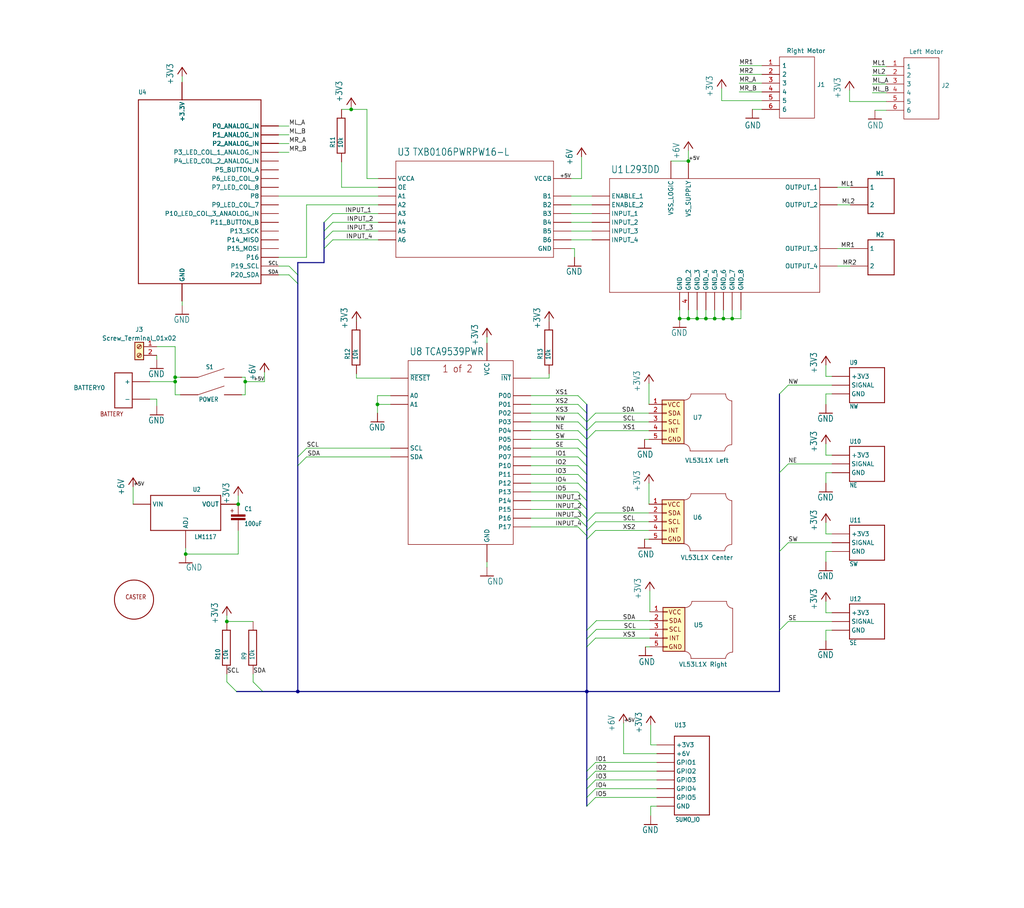
<source format=kicad_sch>
(kicad_sch (version 20211123) (generator eeschema)

  (uuid a4048dfd-059a-4ad8-af53-13986cff5d85)

  (paper "User" 297.002 263.525)

  (lib_symbols
    (symbol "Connector:Screw_Terminal_01x02" (pin_names (offset 1.016) hide) (in_bom yes) (on_board yes)
      (property "Reference" "J" (id 0) (at 0 2.54 0)
        (effects (font (size 1.27 1.27)))
      )
      (property "Value" "Screw_Terminal_01x02" (id 1) (at 0 -5.08 0)
        (effects (font (size 1.27 1.27)))
      )
      (property "Footprint" "" (id 2) (at 0 0 0)
        (effects (font (size 1.27 1.27)) hide)
      )
      (property "Datasheet" "~" (id 3) (at 0 0 0)
        (effects (font (size 1.27 1.27)) hide)
      )
      (property "ki_keywords" "screw terminal" (id 4) (at 0 0 0)
        (effects (font (size 1.27 1.27)) hide)
      )
      (property "ki_description" "Generic screw terminal, single row, 01x02, script generated (kicad-library-utils/schlib/autogen/connector/)" (id 5) (at 0 0 0)
        (effects (font (size 1.27 1.27)) hide)
      )
      (property "ki_fp_filters" "TerminalBlock*:*" (id 6) (at 0 0 0)
        (effects (font (size 1.27 1.27)) hide)
      )
      (symbol "Screw_Terminal_01x02_1_1"
        (rectangle (start -1.27 1.27) (end 1.27 -3.81)
          (stroke (width 0.254) (type default) (color 0 0 0 0))
          (fill (type background))
        )
        (circle (center 0 -2.54) (radius 0.635)
          (stroke (width 0.1524) (type default) (color 0 0 0 0))
          (fill (type none))
        )
        (polyline
          (pts
            (xy -0.5334 -2.2098)
            (xy 0.3302 -3.048)
          )
          (stroke (width 0.1524) (type default) (color 0 0 0 0))
          (fill (type none))
        )
        (polyline
          (pts
            (xy -0.5334 0.3302)
            (xy 0.3302 -0.508)
          )
          (stroke (width 0.1524) (type default) (color 0 0 0 0))
          (fill (type none))
        )
        (polyline
          (pts
            (xy -0.3556 -2.032)
            (xy 0.508 -2.8702)
          )
          (stroke (width 0.1524) (type default) (color 0 0 0 0))
          (fill (type none))
        )
        (polyline
          (pts
            (xy -0.3556 0.508)
            (xy 0.508 -0.3302)
          )
          (stroke (width 0.1524) (type default) (color 0 0 0 0))
          (fill (type none))
        )
        (circle (center 0 0) (radius 0.635)
          (stroke (width 0.1524) (type default) (color 0 0 0 0))
          (fill (type none))
        )
        (pin passive line (at -5.08 0 0) (length 3.81)
          (name "Pin_1" (effects (font (size 1.27 1.27))))
          (number "1" (effects (font (size 1.27 1.27))))
        )
        (pin passive line (at -5.08 -2.54 0) (length 3.81)
          (name "Pin_2" (effects (font (size 1.27 1.27))))
          (number "2" (effects (font (size 1.27 1.27))))
        )
      )
    )
    (symbol "Connector_Generic:Conn_01x05" (pin_names (offset 1.016) hide) (in_bom yes) (on_board yes)
      (property "Reference" "U7" (id 0) (at 7.62 1.27 0)
        (effects (font (size 1.27 1.27)) (justify left))
      )
      (property "Value" "VL53L1X Left" (id 1) (at 6.35 -2.032 0)
        (effects (font (size 1.27 1.27)) (justify left))
      )
      (property "Footprint" "" (id 2) (at 0 0 0)
        (effects (font (size 1.27 1.27)) hide)
      )
      (property "Datasheet" "~" (id 3) (at 0 0 0)
        (effects (font (size 1.27 1.27)) hide)
      )
      (property "ki_keywords" "connector" (id 4) (at 0 0 0)
        (effects (font (size 1.27 1.27)) hide)
      )
      (property "ki_description" "Generic connector, single row, 01x05, script generated (kicad-library-utils/schlib/autogen/connector/)" (id 5) (at 0 0 0)
        (effects (font (size 1.27 1.27)) hide)
      )
      (property "ki_fp_filters" "Connector*:*_1x??_*" (id 6) (at 0 0 0)
        (effects (font (size 1.27 1.27)) hide)
      )
      (symbol "Conn_01x05_0_0"
        (text "GND" (at 2.3114 -5.0546 0)
          (effects (font (size 1.27 1.27)))
        )
        (text "INT" (at 1.9812 -2.54 0)
          (effects (font (size 1.27 1.27)))
        )
        (text "SCL" (at 2.2352 0 0)
          (effects (font (size 1.27 1.27)))
        )
        (text "SDA" (at 2.2606 2.5146 0)
          (effects (font (size 1.27 1.27)))
        )
        (text "VCC" (at 2.2098 5.0038 0)
          (effects (font (size 1.27 1.27)))
        )
      )
      (symbol "Conn_01x05_0_1"
        (polyline
          (pts
            (xy 7.112 8.128)
            (xy 17.145 8.128)
          )
          (stroke (width 0.1524) (type default) (color 0 0 0 0))
          (fill (type none))
        )
        (polyline
          (pts
            (xy 16.8402 -8.4328)
            (xy 6.8122 -8.4385)
          )
          (stroke (width 0.1524) (type default) (color 0 0 0 0))
          (fill (type none))
        )
        (polyline
          (pts
            (xy 18.9484 6.1468)
            (xy 18.9484 -6.5532)
          )
          (stroke (width 0.1524) (type default) (color 0 0 0 0))
          (fill (type none))
        )
        (arc (start 5.08 6.35) (mid 8.2508 4.7764) (end 7.112 8.128)
          (stroke (width 0.1524) (type default) (color 0 0 0 0))
          (fill (type none))
        )
        (arc (start 6.8573 -8.4435) (mid 8.4309 -5.2727) (end 5.0793 -6.4115)
          (stroke (width 0.1524) (type default) (color 0 0 0 0))
          (fill (type none))
        )
        (arc (start 17.1761 8.133) (mid 15.6025 4.9622) (end 18.9541 6.101)
          (stroke (width 0.1524) (type default) (color 0 0 0 0))
          (fill (type none))
        )
        (arc (start 18.928 -6.6351) (mid 15.7572 -5.0615) (end 16.896 -8.4131)
          (stroke (width 0.1524) (type default) (color 0 0 0 0))
          (fill (type none))
        )
      )
      (symbol "Conn_01x05_1_1"
        (rectangle (start -1.27 -4.953) (end 0 -5.207)
          (stroke (width 0.1524) (type default) (color 0 0 0 0))
          (fill (type none))
        )
        (rectangle (start -1.27 -2.413) (end 0 -2.667)
          (stroke (width 0.1524) (type default) (color 0 0 0 0))
          (fill (type none))
        )
        (rectangle (start -1.27 0.127) (end 0 -0.127)
          (stroke (width 0.1524) (type default) (color 0 0 0 0))
          (fill (type none))
        )
        (rectangle (start -1.27 2.667) (end 0 2.413)
          (stroke (width 0.1524) (type default) (color 0 0 0 0))
          (fill (type none))
        )
        (rectangle (start -1.27 5.207) (end 0 4.953)
          (stroke (width 0.1524) (type default) (color 0 0 0 0))
          (fill (type none))
        )
        (rectangle (start -1.27 6.35) (end 5.08 -6.35)
          (stroke (width 0.254) (type default) (color 0 0 0 0))
          (fill (type background))
        )
        (pin passive line (at -5.08 5.08 0) (length 3.81)
          (name "Pin_1" (effects (font (size 1.27 1.27))))
          (number "1" (effects (font (size 1.27 1.27))))
        )
        (pin passive line (at -5.08 2.54 0) (length 3.81)
          (name "Pin_2" (effects (font (size 1.27 1.27))))
          (number "2" (effects (font (size 1.27 1.27))))
        )
        (pin passive line (at -5.08 0 0) (length 3.81)
          (name "Pin_3" (effects (font (size 1.27 1.27))))
          (number "3" (effects (font (size 1.27 1.27))))
        )
        (pin passive line (at -5.08 -2.54 0) (length 3.81)
          (name "Pin_4" (effects (font (size 1.27 1.27))))
          (number "4" (effects (font (size 1.27 1.27))))
        )
        (pin passive line (at -5.08 -5.08 0) (length 3.81)
          (name "Pin_5" (effects (font (size 1.27 1.27))))
          (number "5" (effects (font (size 1.27 1.27))))
        )
      )
    )
    (symbol "SamacSys_Parts:B6B-PH-K_LF__SN_" (pin_names (offset 0.762)) (in_bom yes) (on_board yes)
      (property "Reference" "J" (id 0) (at 16.51 7.62 0)
        (effects (font (size 1.27 1.27)) (justify left))
      )
      (property "Value" "B6B-PH-K_LF__SN_" (id 1) (at 16.51 5.08 0)
        (effects (font (size 1.27 1.27)) (justify left))
      )
      (property "Footprint" "SHDR6W50P0X200_1X6_1390X450X600P" (id 2) (at 16.51 2.54 0)
        (effects (font (size 1.27 1.27)) (justify left) hide)
      )
      (property "Datasheet" "https://www.jst-mfg.com/product/pdf/eng/ePH.pdf" (id 3) (at 16.51 0 0)
        (effects (font (size 1.27 1.27)) (justify left) hide)
      )
      (property "Description" "CONN HEADER VERT 6POS 2MM" (id 4) (at 16.51 -2.54 0)
        (effects (font (size 1.27 1.27)) (justify left) hide)
      )
      (property "Height" "6" (id 5) (at 16.51 -5.08 0)
        (effects (font (size 1.27 1.27)) (justify left) hide)
      )
      (property "Manufacturer_Name" "JST (JAPAN SOLDERLESS TERMINALS)" (id 6) (at 16.51 -7.62 0)
        (effects (font (size 1.27 1.27)) (justify left) hide)
      )
      (property "Manufacturer_Part_Number" "B6B-PH-K(LF)(SN)" (id 7) (at 16.51 -10.16 0)
        (effects (font (size 1.27 1.27)) (justify left) hide)
      )
      (property "Mouser Part Number" "" (id 8) (at 16.51 -12.7 0)
        (effects (font (size 1.27 1.27)) (justify left) hide)
      )
      (property "Mouser Price/Stock" "" (id 9) (at 16.51 -15.24 0)
        (effects (font (size 1.27 1.27)) (justify left) hide)
      )
      (property "Arrow Part Number" "" (id 10) (at 16.51 -17.78 0)
        (effects (font (size 1.27 1.27)) (justify left) hide)
      )
      (property "Arrow Price/Stock" "" (id 11) (at 16.51 -20.32 0)
        (effects (font (size 1.27 1.27)) (justify left) hide)
      )
      (property "Mouser Testing Part Number" "" (id 12) (at 16.51 -22.86 0)
        (effects (font (size 1.27 1.27)) (justify left) hide)
      )
      (property "Mouser Testing Price/Stock" "" (id 13) (at 16.51 -25.4 0)
        (effects (font (size 1.27 1.27)) (justify left) hide)
      )
      (property "ki_description" "CONN HEADER VERT 6POS 2MM" (id 14) (at 0 0 0)
        (effects (font (size 1.27 1.27)) hide)
      )
      (symbol "B6B-PH-K_LF__SN__0_0"
        (pin passive line (at 0 0 0) (length 5.08)
          (name "1" (effects (font (size 1.27 1.27))))
          (number "1" (effects (font (size 1.27 1.27))))
        )
        (pin passive line (at 0 -2.54 0) (length 5.08)
          (name "2" (effects (font (size 1.27 1.27))))
          (number "2" (effects (font (size 1.27 1.27))))
        )
        (pin passive line (at 0 -5.08 0) (length 5.08)
          (name "3" (effects (font (size 1.27 1.27))))
          (number "3" (effects (font (size 1.27 1.27))))
        )
        (pin passive line (at 0 -7.62 0) (length 5.08)
          (name "4" (effects (font (size 1.27 1.27))))
          (number "4" (effects (font (size 1.27 1.27))))
        )
        (pin passive line (at 0 -10.16 0) (length 5.08)
          (name "5" (effects (font (size 1.27 1.27))))
          (number "5" (effects (font (size 1.27 1.27))))
        )
        (pin passive line (at 0 -12.7 0) (length 5.08)
          (name "6" (effects (font (size 1.27 1.27))))
          (number "6" (effects (font (size 1.27 1.27))))
        )
      )
      (symbol "B6B-PH-K_LF__SN__0_1"
        (polyline
          (pts
            (xy 5.08 2.54)
            (xy 15.24 2.54)
            (xy 15.24 -15.24)
            (xy 5.08 -15.24)
            (xy 5.08 2.54)
          )
          (stroke (width 0.1524) (type default) (color 0 0 0 0))
          (fill (type none))
        )
      )
    )
    (symbol "minisumo_v2-eagle-import:+3V3" (power) (in_bom yes) (on_board yes)
      (property "Reference" "#+3V3" (id 0) (at 0 0 0)
        (effects (font (size 1.27 1.27)) hide)
      )
      (property "Value" "+3V3" (id 1) (at -2.54 -5.08 90)
        (effects (font (size 1.778 1.5113)) (justify left bottom))
      )
      (property "Footprint" "minisumo_v2:" (id 2) (at 0 0 0)
        (effects (font (size 1.27 1.27)) hide)
      )
      (property "Datasheet" "" (id 3) (at 0 0 0)
        (effects (font (size 1.27 1.27)) hide)
      )
      (property "ki_locked" "" (id 4) (at 0 0 0)
        (effects (font (size 1.27 1.27)))
      )
      (symbol "+3V3_1_0"
        (polyline
          (pts
            (xy 0 0)
            (xy -1.27 -1.905)
          )
          (stroke (width 0.254) (type default) (color 0 0 0 0))
          (fill (type none))
        )
        (polyline
          (pts
            (xy 1.27 -1.905)
            (xy 0 0)
          )
          (stroke (width 0.254) (type default) (color 0 0 0 0))
          (fill (type none))
        )
        (pin power_in line (at 0 -2.54 90) (length 2.54)
          (name "+3V3" (effects (font (size 0 0))))
          (number "1" (effects (font (size 0 0))))
        )
      )
    )
    (symbol "minisumo_v2-eagle-import:+5V" (power) (in_bom yes) (on_board yes)
      (property "Reference" "#P+" (id 0) (at 0 0 0)
        (effects (font (size 1.27 1.27)) hide)
      )
      (property "Value" "+5V" (id 1) (at -2.54 -5.08 90)
        (effects (font (size 1.778 1.5113)) (justify left bottom))
      )
      (property "Footprint" "minisumo_v2:" (id 2) (at 0 0 0)
        (effects (font (size 1.27 1.27)) hide)
      )
      (property "Datasheet" "" (id 3) (at 0 0 0)
        (effects (font (size 1.27 1.27)) hide)
      )
      (property "ki_locked" "" (id 4) (at 0 0 0)
        (effects (font (size 1.27 1.27)))
      )
      (symbol "+5V_1_0"
        (polyline
          (pts
            (xy 0 0)
            (xy -1.27 -1.905)
          )
          (stroke (width 0.254) (type default) (color 0 0 0 0))
          (fill (type none))
        )
        (polyline
          (pts
            (xy 1.27 -1.905)
            (xy 0 0)
          )
          (stroke (width 0.254) (type default) (color 0 0 0 0))
          (fill (type none))
        )
        (pin power_in line (at 0 -2.54 90) (length 2.54)
          (name "+5V" (effects (font (size 0 0))))
          (number "1" (effects (font (size 0 0))))
        )
      )
    )
    (symbol "minisumo_v2-eagle-import:BATTERY_HOLDER_AAA_2X2" (in_bom yes) (on_board yes)
      (property "Reference" "" (id 0) (at 0 0 0)
        (effects (font (size 1.27 1.27)) hide)
      )
      (property "Value" "BATTERY_HOLDER_AAA_2X2" (id 1) (at 0 0 0)
        (effects (font (size 1.27 1.27)) hide)
      )
      (property "Footprint" "minisumo_v2:BATTERY_HOLDER_AAA_2X2" (id 2) (at 0 0 0)
        (effects (font (size 1.27 1.27)) hide)
      )
      (property "Datasheet" "" (id 3) (at 0 0 0)
        (effects (font (size 1.27 1.27)) hide)
      )
      (property "ki_locked" "" (id 4) (at 0 0 0)
        (effects (font (size 1.27 1.27)))
      )
      (symbol "BATTERY_HOLDER_AAA_2X2_1_0"
        (polyline
          (pts
            (xy -2.54 0)
            (xy 2.54 0)
          )
          (stroke (width 0.254) (type default) (color 0 0 0 0))
          (fill (type none))
        )
        (polyline
          (pts
            (xy -2.54 10.16)
            (xy -2.54 0)
          )
          (stroke (width 0.254) (type default) (color 0 0 0 0))
          (fill (type none))
        )
        (polyline
          (pts
            (xy 2.54 0)
            (xy 2.54 10.16)
          )
          (stroke (width 0.254) (type default) (color 0 0 0 0))
          (fill (type none))
        )
        (polyline
          (pts
            (xy 2.54 10.16)
            (xy -2.54 10.16)
          )
          (stroke (width 0.254) (type default) (color 0 0 0 0))
          (fill (type none))
        )
        (text "BATTERY" (at 0 -2.54 0)
          (effects (font (size 1.27 1.0795)) (justify left bottom))
        )
        (pin bidirectional line (at -7.62 7.62 0) (length 5.08)
          (name "+" (effects (font (size 1.27 1.27))))
          (number "+" (effects (font (size 0 0))))
        )
        (pin bidirectional line (at -7.62 2.54 0) (length 5.08)
          (name "-" (effects (font (size 1.27 1.27))))
          (number "-" (effects (font (size 0 0))))
        )
      )
    )
    (symbol "minisumo_v2-eagle-import:CASTER" (in_bom yes) (on_board yes)
      (property "Reference" "" (id 0) (at 0 0 0)
        (effects (font (size 1.27 1.27)) hide)
      )
      (property "Value" "CASTER" (id 1) (at 0 0 0)
        (effects (font (size 1.27 1.27)) hide)
      )
      (property "Footprint" "minisumo_v2:CASTER" (id 2) (at 0 0 0)
        (effects (font (size 1.27 1.27)) hide)
      )
      (property "Datasheet" "" (id 3) (at 0 0 0)
        (effects (font (size 1.27 1.27)) hide)
      )
      (property "ki_locked" "" (id 4) (at 0 0 0)
        (effects (font (size 1.27 1.27)))
      )
      (symbol "CASTER_1_0"
        (circle (center 0 0) (radius 5.6796)
          (stroke (width 0.254) (type default) (color 0 0 0 0))
          (fill (type none))
        )
        (text "CASTER" (at -2.54 0 0)
          (effects (font (size 1.27 1.0795)) (justify left bottom))
        )
      )
    )
    (symbol "minisumo_v2-eagle-import:ELECTROLYTIC_CAPACITORWURTH_100" (in_bom yes) (on_board yes)
      (property "Reference" "" (id 0) (at 1.778 0.508 0)
        (effects (font (size 1.27 1.0795)) (justify left bottom))
      )
      (property "Value" "ELECTROLYTIC_CAPACITORWURTH_100" (id 1) (at 1.778 -3.81 0)
        (effects (font (size 1.27 1.0795)) (justify left bottom))
      )
      (property "Footprint" "minisumo_v2:ALUMINUM_WURTH_100UF_865080243007" (id 2) (at 0 0 0)
        (effects (font (size 1.27 1.27)) hide)
      )
      (property "Datasheet" "" (id 3) (at 0 0 0)
        (effects (font (size 1.27 1.27)) hide)
      )
      (property "ki_locked" "" (id 4) (at 0 0 0)
        (effects (font (size 1.27 1.27)))
      )
      (symbol "ELECTROLYTIC_CAPACITORWURTH_100_1_0"
        (rectangle (start -2.032 -2.032) (end 2.032 -1.524)
          (stroke (width 0) (type default) (color 0 0 0 0))
          (fill (type outline))
        )
        (rectangle (start -2.032 -1.016) (end 2.032 -0.508)
          (stroke (width 0) (type default) (color 0 0 0 0))
          (fill (type outline))
        )
        (polyline
          (pts
            (xy 0 -2.54)
            (xy 0 -2.032)
          )
          (stroke (width 0.1524) (type default) (color 0 0 0 0))
          (fill (type none))
        )
        (polyline
          (pts
            (xy 0 0)
            (xy 0 -0.508)
          )
          (stroke (width 0.1524) (type default) (color 0 0 0 0))
          (fill (type none))
        )
        (text "+" (at -2.54 0 0)
          (effects (font (size 1.27 1.0795)) (justify left bottom))
        )
        (pin passive line (at 0 2.54 270) (length 2.54)
          (name "+" (effects (font (size 0 0))))
          (number "+" (effects (font (size 0 0))))
        )
        (pin passive line (at 0 -5.08 90) (length 2.54)
          (name "-" (effects (font (size 0 0))))
          (number "-" (effects (font (size 0 0))))
        )
      )
    )
    (symbol "minisumo_v2-eagle-import:GND" (power) (in_bom yes) (on_board yes)
      (property "Reference" "#GND" (id 0) (at 0 0 0)
        (effects (font (size 1.27 1.27)) hide)
      )
      (property "Value" "GND" (id 1) (at -2.54 -2.54 0)
        (effects (font (size 1.778 1.5113)) (justify left bottom))
      )
      (property "Footprint" "minisumo_v2:" (id 2) (at 0 0 0)
        (effects (font (size 1.27 1.27)) hide)
      )
      (property "Datasheet" "" (id 3) (at 0 0 0)
        (effects (font (size 1.27 1.27)) hide)
      )
      (property "ki_locked" "" (id 4) (at 0 0 0)
        (effects (font (size 1.27 1.27)))
      )
      (symbol "GND_1_0"
        (polyline
          (pts
            (xy -1.905 0)
            (xy 1.905 0)
          )
          (stroke (width 0.254) (type default) (color 0 0 0 0))
          (fill (type none))
        )
        (pin power_in line (at 0 2.54 270) (length 2.54)
          (name "GND" (effects (font (size 0 0))))
          (number "1" (effects (font (size 0 0))))
        )
      )
    )
    (symbol "minisumo_v2-eagle-import:L293DD" (in_bom yes) (on_board yes)
      (property "Reference" "U" (id 0) (at 61.3156 6.5786 0)
        (effects (font (size 2.0828 1.7703)) (justify left bottom))
      )
      (property "Value" "L293DD" (id 1) (at 60.6806 -31.5214 0)
        (effects (font (size 2.0828 1.7703)) (justify left bottom))
      )
      (property "Footprint" "minisumo_v2:SO-20" (id 2) (at 0 0 0)
        (effects (font (size 1.27 1.27)) hide)
      )
      (property "Datasheet" "" (id 3) (at 0 0 0)
        (effects (font (size 1.27 1.27)) hide)
      )
      (property "ki_locked" "" (id 4) (at 0 0 0)
        (effects (font (size 1.27 1.27)))
      )
      (symbol "L293DD_1_0"
        (polyline
          (pts
            (xy 7.62 -27.94)
            (xy 68.58 -27.94)
          )
          (stroke (width 0.1524) (type default) (color 0 0 0 0))
          (fill (type none))
        )
        (polyline
          (pts
            (xy 7.62 5.08)
            (xy 7.62 -27.94)
          )
          (stroke (width 0.1524) (type default) (color 0 0 0 0))
          (fill (type none))
        )
        (polyline
          (pts
            (xy 68.58 -27.94)
            (xy 68.58 5.08)
          )
          (stroke (width 0.1524) (type default) (color 0 0 0 0))
          (fill (type none))
        )
        (polyline
          (pts
            (xy 68.58 5.08)
            (xy 7.62 5.08)
          )
          (stroke (width 0.1524) (type default) (color 0 0 0 0))
          (fill (type none))
        )
        (pin input line (at 2.54 0 0) (length 5.08)
          (name "ENABLE_1" (effects (font (size 1.27 1.27))))
          (number "1" (effects (font (size 0 0))))
        )
        (pin passive line (at 30.48 10.16 270) (length 5.08)
          (name "VS_SUPPLY" (effects (font (size 1.27 1.27))))
          (number "10" (effects (font (size 0 0))))
        )
        (pin input line (at 2.54 -2.54 0) (length 5.08)
          (name "ENABLE_2" (effects (font (size 1.27 1.27))))
          (number "11" (effects (font (size 0 0))))
        )
        (pin input line (at 2.54 -10.16 0) (length 5.08)
          (name "INPUT_3" (effects (font (size 1.27 1.27))))
          (number "12" (effects (font (size 0 0))))
        )
        (pin output line (at 73.66 -15.24 180) (length 5.08)
          (name "OUTPUT_3" (effects (font (size 1.27 1.27))))
          (number "13" (effects (font (size 0 0))))
        )
        (pin passive line (at 40.64 -33.02 90) (length 5.08)
          (name "GND_6" (effects (font (size 1.27 1.27))))
          (number "14" (effects (font (size 0 0))))
        )
        (pin passive line (at 43.18 -33.02 90) (length 5.08)
          (name "GND_7" (effects (font (size 1.27 1.27))))
          (number "15" (effects (font (size 0 0))))
        )
        (pin passive line (at 45.72 -33.02 90) (length 5.08)
          (name "GND_8" (effects (font (size 1.27 1.27))))
          (number "16" (effects (font (size 0 0))))
        )
        (pin passive line (at 27.94 -33.02 90) (length 5.08)
          (name "GND" (effects (font (size 1.27 1.27))))
          (number "17" (effects (font (size 0 0))))
        )
        (pin output line (at 73.66 -20.32 180) (length 5.08)
          (name "OUTPUT_4" (effects (font (size 1.27 1.27))))
          (number "18" (effects (font (size 0 0))))
        )
        (pin input line (at 2.54 -12.7 0) (length 5.08)
          (name "INPUT_4" (effects (font (size 1.27 1.27))))
          (number "19" (effects (font (size 0 0))))
        )
        (pin input line (at 2.54 -5.08 0) (length 5.08)
          (name "INPUT_1" (effects (font (size 1.27 1.27))))
          (number "2" (effects (font (size 0 0))))
        )
        (pin passive line (at 25.4 10.16 270) (length 5.08)
          (name "VSS_LOGIC" (effects (font (size 1.27 1.27))))
          (number "20" (effects (font (size 0 0))))
        )
        (pin output line (at 73.66 2.54 180) (length 5.08)
          (name "OUTPUT_1" (effects (font (size 1.27 1.27))))
          (number "3" (effects (font (size 0 0))))
        )
        (pin passive line (at 30.48 -33.02 90) (length 5.08)
          (name "GND_2" (effects (font (size 1.27 1.27))))
          (number "4" (effects (font (size 1.27 1.27))))
        )
        (pin passive line (at 33.02 -33.02 90) (length 5.08)
          (name "GND_3" (effects (font (size 1.27 1.27))))
          (number "5" (effects (font (size 0 0))))
        )
        (pin passive line (at 35.56 -33.02 90) (length 5.08)
          (name "GND_4" (effects (font (size 1.27 1.27))))
          (number "6" (effects (font (size 0 0))))
        )
        (pin passive line (at 38.1 -33.02 90) (length 5.08)
          (name "GND_5" (effects (font (size 1.27 1.27))))
          (number "7" (effects (font (size 0 0))))
        )
        (pin output line (at 73.66 -2.54 180) (length 5.08)
          (name "OUTPUT_2" (effects (font (size 1.27 1.27))))
          (number "8" (effects (font (size 0 0))))
        )
        (pin input line (at 2.54 -7.62 0) (length 5.08)
          (name "INPUT_2" (effects (font (size 1.27 1.27))))
          (number "9" (effects (font (size 0 0))))
        )
      )
    )
    (symbol "minisumo_v2-eagle-import:LM1117" (in_bom yes) (on_board yes)
      (property "Reference" "" (id 0) (at 2.032 -1.524 0)
        (effects (font (size 1.27 1.0795)) (justify left bottom))
      )
      (property "Value" "LM1117" (id 1) (at 2.54 -15.24 0)
        (effects (font (size 1.27 1.0795)) (justify left bottom))
      )
      (property "Footprint" "minisumo_v2:SOT-223" (id 2) (at 0 0 0)
        (effects (font (size 1.27 1.27)) hide)
      )
      (property "Datasheet" "" (id 3) (at 0 0 0)
        (effects (font (size 1.27 1.27)) hide)
      )
      (property "ki_locked" "" (id 4) (at 0 0 0)
        (effects (font (size 1.27 1.27)))
      )
      (symbol "LM1117_1_0"
        (polyline
          (pts
            (xy -10.16 -12.7)
            (xy 10.16 -12.7)
          )
          (stroke (width 0.254) (type default) (color 0 0 0 0))
          (fill (type none))
        )
        (polyline
          (pts
            (xy -10.16 -2.54)
            (xy -10.16 -12.7)
          )
          (stroke (width 0.254) (type default) (color 0 0 0 0))
          (fill (type none))
        )
        (polyline
          (pts
            (xy 10.16 -12.7)
            (xy 10.16 -2.54)
          )
          (stroke (width 0.254) (type default) (color 0 0 0 0))
          (fill (type none))
        )
        (polyline
          (pts
            (xy 10.16 -2.54)
            (xy -10.16 -2.54)
          )
          (stroke (width 0.254) (type default) (color 0 0 0 0))
          (fill (type none))
        )
        (pin bidirectional line (at 0 -17.78 90) (length 5.08)
          (name "ADJ" (effects (font (size 1.27 1.27))))
          (number "GND" (effects (font (size 0 0))))
        )
        (pin bidirectional line (at 15.24 -5.08 180) (length 5.08)
          (name "VOUT" (effects (font (size 1.27 1.27))))
          (number "P$2" (effects (font (size 0 0))))
        )
        (pin bidirectional line (at -15.24 -5.08 0) (length 5.08)
          (name "VIN" (effects (font (size 1.27 1.27))))
          (number "VIN" (effects (font (size 0 0))))
        )
        (pin bidirectional line (at 15.24 -5.08 180) (length 5.08)
          (name "VOUT" (effects (font (size 1.27 1.27))))
          (number "VOUT$1" (effects (font (size 0 0))))
        )
      )
    )
    (symbol "minisumo_v2-eagle-import:MICRO_BIT" (in_bom yes) (on_board yes)
      (property "Reference" "" (id 0) (at -7.62 27.94 0)
        (effects (font (size 1.27 1.0795)) (justify left bottom))
      )
      (property "Value" "MICRO_BIT" (id 1) (at -15.24 -30.48 0)
        (effects (font (size 1.27 1.0795)) (justify left bottom))
      )
      (property "Footprint" "minisumo_v2:CYCLONE_MICROBIT_VERTICAL" (id 2) (at 0 0 0)
        (effects (font (size 1.27 1.27)) hide)
      )
      (property "Datasheet" "" (id 3) (at 0 0 0)
        (effects (font (size 1.27 1.27)) hide)
      )
      (property "ki_locked" "" (id 4) (at 0 0 0)
        (effects (font (size 1.27 1.27)))
      )
      (symbol "MICRO_BIT_1_0"
        (polyline
          (pts
            (xy -38.1 -27.94)
            (xy -38.1 25.4)
          )
          (stroke (width 0.254) (type default) (color 0 0 0 0))
          (fill (type none))
        )
        (polyline
          (pts
            (xy -38.1 25.4)
            (xy -2.54 25.4)
          )
          (stroke (width 0.254) (type default) (color 0 0 0 0))
          (fill (type none))
        )
        (polyline
          (pts
            (xy -2.54 -27.94)
            (xy -38.1 -27.94)
          )
          (stroke (width 0.254) (type default) (color 0 0 0 0))
          (fill (type none))
        )
        (polyline
          (pts
            (xy -2.54 25.4)
            (xy -2.54 -27.94)
          )
          (stroke (width 0.254) (type default) (color 0 0 0 0))
          (fill (type none))
        )
        (pin bidirectional line (at -25.4 30.48 270) (length 5.08)
          (name "+3.3V" (effects (font (size 1.27 1.27))))
          (number "3.3V@10" (effects (font (size 0 0))))
        )
        (pin bidirectional line (at -25.4 30.48 270) (length 5.08)
          (name "+3.3V" (effects (font (size 1.27 1.27))))
          (number "3.3V@11" (effects (font (size 0 0))))
        )
        (pin bidirectional line (at -25.4 30.48 270) (length 5.08)
          (name "+3.3V" (effects (font (size 1.27 1.27))))
          (number "3.3V@12" (effects (font (size 0 0))))
        )
        (pin bidirectional line (at -25.4 30.48 270) (length 5.08)
          (name "+3.3V" (effects (font (size 1.27 1.27))))
          (number "3.3V@13" (effects (font (size 0 0))))
        )
        (pin bidirectional line (at -25.4 30.48 270) (length 5.08)
          (name "+3.3V" (effects (font (size 1.27 1.27))))
          (number "3.3V@14" (effects (font (size 0 0))))
        )
        (pin bidirectional line (at -25.4 30.48 270) (length 5.08)
          (name "+3.3V" (effects (font (size 1.27 1.27))))
          (number "3.3V@9" (effects (font (size 0 0))))
        )
        (pin bidirectional line (at -25.4 -33.02 90) (length 5.08)
          (name "GND" (effects (font (size 1.27 1.27))))
          (number "GND@1" (effects (font (size 0 0))))
        )
        (pin bidirectional line (at -25.4 -33.02 90) (length 5.08)
          (name "GND" (effects (font (size 1.27 1.27))))
          (number "GND@2" (effects (font (size 0 0))))
        )
        (pin bidirectional line (at -25.4 -33.02 90) (length 5.08)
          (name "GND" (effects (font (size 1.27 1.27))))
          (number "GND@3" (effects (font (size 0 0))))
        )
        (pin bidirectional line (at -25.4 -33.02 90) (length 5.08)
          (name "GND" (effects (font (size 1.27 1.27))))
          (number "GND@4" (effects (font (size 0 0))))
        )
        (pin bidirectional line (at -25.4 -33.02 90) (length 5.08)
          (name "GND" (effects (font (size 1.27 1.27))))
          (number "GND@5" (effects (font (size 0 0))))
        )
        (pin bidirectional line (at -25.4 -33.02 90) (length 5.08)
          (name "GND" (effects (font (size 1.27 1.27))))
          (number "GND@6" (effects (font (size 0 0))))
        )
        (pin bidirectional line (at 2.54 17.78 180) (length 5.08)
          (name "P0_ANALOG_IN" (effects (font (size 1.27 1.27))))
          (number "P0_ANALOG_IN@36" (effects (font (size 0 0))))
        )
        (pin bidirectional line (at 2.54 17.78 180) (length 5.08)
          (name "P0_ANALOG_IN" (effects (font (size 1.27 1.27))))
          (number "P0_ANALOG_IN@37" (effects (font (size 0 0))))
        )
        (pin bidirectional line (at 2.54 17.78 180) (length 5.08)
          (name "P0_ANALOG_IN" (effects (font (size 1.27 1.27))))
          (number "P0_ANALOG_IN@38" (effects (font (size 0 0))))
        )
        (pin bidirectional line (at 2.54 17.78 180) (length 5.08)
          (name "P0_ANALOG_IN" (effects (font (size 1.27 1.27))))
          (number "P0_ANALOG_IN@39" (effects (font (size 0 0))))
        )
        (pin bidirectional line (at 2.54 -7.62 180) (length 5.08)
          (name "P10_LED_COL_3_ANAOLOG_IN" (effects (font (size 1.27 1.27))))
          (number "P10_LED_COL_3_ANALOG_IN" (effects (font (size 0 0))))
        )
        (pin bidirectional line (at 2.54 -10.16 180) (length 5.08)
          (name "P11_BUTTON_B" (effects (font (size 1.27 1.27))))
          (number "P11_BUTTON_B" (effects (font (size 0 0))))
        )
        (pin bidirectional line (at 2.54 -12.7 180) (length 5.08)
          (name "P13_SCK" (effects (font (size 1.27 1.27))))
          (number "P13_SCK" (effects (font (size 0 0))))
        )
        (pin bidirectional line (at 2.54 -15.24 180) (length 5.08)
          (name "P14_MISO" (effects (font (size 1.27 1.27))))
          (number "P14_MISO" (effects (font (size 0 0))))
        )
        (pin bidirectional line (at 2.54 -17.78 180) (length 5.08)
          (name "P15_MOSI" (effects (font (size 1.27 1.27))))
          (number "P15_MOSI" (effects (font (size 0 0))))
        )
        (pin bidirectional line (at 2.54 -20.32 180) (length 5.08)
          (name "P16" (effects (font (size 1.27 1.27))))
          (number "P16" (effects (font (size 0 0))))
        )
        (pin bidirectional line (at 2.54 15.24 180) (length 5.08)
          (name "P1_ANALOG_IN" (effects (font (size 1.27 1.27))))
          (number "P1_ANALOG_IN@28" (effects (font (size 0 0))))
        )
        (pin bidirectional line (at 2.54 15.24 180) (length 5.08)
          (name "P1_ANALOG_IN" (effects (font (size 1.27 1.27))))
          (number "P1_ANALOG_IN@29" (effects (font (size 0 0))))
        )
        (pin bidirectional line (at 2.54 15.24 180) (length 5.08)
          (name "P1_ANALOG_IN" (effects (font (size 1.27 1.27))))
          (number "P1_ANALOG_IN@30" (effects (font (size 0 0))))
        )
        (pin bidirectional line (at 2.54 15.24 180) (length 5.08)
          (name "P1_ANALOG_IN" (effects (font (size 1.27 1.27))))
          (number "P1_ANALOG_IN@31" (effects (font (size 0 0))))
        )
        (pin bidirectional line (at 2.54 -25.4 180) (length 5.08)
          (name "P20_SDA" (effects (font (size 1.27 1.27))))
          (number "P20_SDA" (effects (font (size 0 0))))
        )
        (pin bidirectional line (at 2.54 -22.86 180) (length 5.08)
          (name "P19_SCL" (effects (font (size 1.27 1.27))))
          (number "P21_SCL" (effects (font (size 0 0))))
        )
        (pin bidirectional line (at 2.54 12.7 180) (length 5.08)
          (name "P2_ANALOG_IN" (effects (font (size 1.27 1.27))))
          (number "P2_ANALOG_IN@19" (effects (font (size 0 0))))
        )
        (pin bidirectional line (at 2.54 12.7 180) (length 5.08)
          (name "P2_ANALOG_IN" (effects (font (size 1.27 1.27))))
          (number "P2_ANALOG_IN@20" (effects (font (size 0 0))))
        )
        (pin bidirectional line (at 2.54 12.7 180) (length 5.08)
          (name "P2_ANALOG_IN" (effects (font (size 1.27 1.27))))
          (number "P2_ANALOG_IN@21" (effects (font (size 0 0))))
        )
        (pin bidirectional line (at 2.54 12.7 180) (length 5.08)
          (name "P2_ANALOG_IN" (effects (font (size 1.27 1.27))))
          (number "P2_ANALOG_IN@22" (effects (font (size 0 0))))
        )
        (pin bidirectional line (at 2.54 10.16 180) (length 5.08)
          (name "P3_LED_COL_1_ANALOG_IN" (effects (font (size 1.27 1.27))))
          (number "P3_LED_COL_1_ANALOG_IN" (effects (font (size 0 0))))
        )
        (pin bidirectional line (at 2.54 7.62 180) (length 5.08)
          (name "P4_LED_COL_2_ANALOG_IN" (effects (font (size 1.27 1.27))))
          (number "P4_LED_COL_2_ANALOG_IN" (effects (font (size 0 0))))
        )
        (pin bidirectional line (at 2.54 5.08 180) (length 5.08)
          (name "P5_BUTTON_A" (effects (font (size 1.27 1.27))))
          (number "P5_BUTTON_A" (effects (font (size 0 0))))
        )
        (pin bidirectional line (at 2.54 2.54 180) (length 5.08)
          (name "P6_LED_COL_9" (effects (font (size 1.27 1.27))))
          (number "P6_LED_COL_9" (effects (font (size 0 0))))
        )
        (pin bidirectional line (at 2.54 0 180) (length 5.08)
          (name "P7_LED_COL_8" (effects (font (size 1.27 1.27))))
          (number "P7_LED_COL8" (effects (font (size 0 0))))
        )
        (pin bidirectional line (at 2.54 -2.54 180) (length 5.08)
          (name "P8" (effects (font (size 1.27 1.27))))
          (number "P8" (effects (font (size 0 0))))
        )
        (pin bidirectional line (at 2.54 -5.08 180) (length 5.08)
          (name "P9_LED_COL_7" (effects (font (size 1.27 1.27))))
          (number "P9_LED_COL_7" (effects (font (size 0 0))))
        )
      )
    )
    (symbol "minisumo_v2-eagle-import:N20_MOTOR" (in_bom yes) (on_board yes)
      (property "Reference" "" (id 0) (at -20.32 20.32 0)
        (effects (font (size 1.27 1.0795)) (justify left bottom))
      )
      (property "Value" "N20_MOTOR" (id 1) (at 0 0 0)
        (effects (font (size 1.27 1.27)) hide)
      )
      (property "Footprint" "minisumo_v2:N20-MOTOR-BRACKET" (id 2) (at 0 0 0)
        (effects (font (size 1.27 1.27)) hide)
      )
      (property "Datasheet" "" (id 3) (at 0 0 0)
        (effects (font (size 1.27 1.27)) hide)
      )
      (property "ki_locked" "" (id 4) (at 0 0 0)
        (effects (font (size 1.27 1.27)))
      )
      (symbol "N20_MOTOR_1_0"
        (polyline
          (pts
            (xy -22.86 7.62)
            (xy -15.24 7.62)
          )
          (stroke (width 0.254) (type default) (color 0 0 0 0))
          (fill (type none))
        )
        (polyline
          (pts
            (xy -22.86 17.78)
            (xy -22.86 7.62)
          )
          (stroke (width 0.254) (type default) (color 0 0 0 0))
          (fill (type none))
        )
        (polyline
          (pts
            (xy -15.24 7.62)
            (xy -15.24 17.78)
          )
          (stroke (width 0.254) (type default) (color 0 0 0 0))
          (fill (type none))
        )
        (polyline
          (pts
            (xy -15.24 17.78)
            (xy -22.86 17.78)
          )
          (stroke (width 0.254) (type default) (color 0 0 0 0))
          (fill (type none))
        )
        (pin bidirectional line (at -27.94 15.24 0) (length 5.08)
          (name "1" (effects (font (size 1.27 1.27))))
          (number "1" (effects (font (size 0 0))))
        )
        (pin bidirectional line (at -27.94 10.16 0) (length 5.08)
          (name "2" (effects (font (size 1.27 1.27))))
          (number "2" (effects (font (size 0 0))))
        )
      )
    )
    (symbol "minisumo_v2-eagle-import:QRE1113_MODULE" (in_bom yes) (on_board yes)
      (property "Reference" "" (id 0) (at -12.7 16.002 0)
        (effects (font (size 1.27 1.0795)) (justify left bottom))
      )
      (property "Value" "QRE1113_MODULE" (id 1) (at -12.7 3.302 0)
        (effects (font (size 1.27 1.0795)) (justify left bottom))
      )
      (property "Footprint" "minisumo_v2:QRE1113_MODULE" (id 2) (at 0 0 0)
        (effects (font (size 1.27 1.27)) hide)
      )
      (property "Datasheet" "" (id 3) (at 0 0 0)
        (effects (font (size 1.27 1.27)) hide)
      )
      (property "ki_locked" "" (id 4) (at 0 0 0)
        (effects (font (size 1.27 1.27)))
      )
      (symbol "QRE1113_MODULE_1_0"
        (polyline
          (pts
            (xy -12.7 5.08)
            (xy -2.54 5.08)
          )
          (stroke (width 0.254) (type default) (color 0 0 0 0))
          (fill (type none))
        )
        (polyline
          (pts
            (xy -12.7 15.24)
            (xy -12.7 5.08)
          )
          (stroke (width 0.254) (type default) (color 0 0 0 0))
          (fill (type none))
        )
        (polyline
          (pts
            (xy -2.54 5.08)
            (xy -2.54 15.24)
          )
          (stroke (width 0.254) (type default) (color 0 0 0 0))
          (fill (type none))
        )
        (polyline
          (pts
            (xy -2.54 15.24)
            (xy -12.7 15.24)
          )
          (stroke (width 0.254) (type default) (color 0 0 0 0))
          (fill (type none))
        )
        (pin bidirectional line (at -17.78 12.7 0) (length 5.08)
          (name "+3V3" (effects (font (size 1.27 1.27))))
          (number "+3V3" (effects (font (size 0 0))))
        )
        (pin bidirectional line (at -17.78 7.62 0) (length 5.08)
          (name "GND" (effects (font (size 1.27 1.27))))
          (number "GND" (effects (font (size 0 0))))
        )
        (pin bidirectional line (at -17.78 10.16 0) (length 5.08)
          (name "SIGNAL" (effects (font (size 1.27 1.27))))
          (number "SIGNAL" (effects (font (size 0 0))))
        )
      )
    )
    (symbol "minisumo_v2-eagle-import:RESISTOR" (in_bom yes) (on_board yes)
      (property "Reference" "" (id 0) (at 4.064 1.905 0)
        (effects (font (size 1.27 1.0795)) (justify left bottom))
      )
      (property "Value" "RESISTOR" (id 1) (at 4.064 -0.381 0)
        (effects (font (size 1.27 1.0795)) (justify left bottom))
      )
      (property "Footprint" "minisumo_v2:RES_0402" (id 2) (at 0 0 0)
        (effects (font (size 1.27 1.27)) hide)
      )
      (property "Datasheet" "" (id 3) (at 0 0 0)
        (effects (font (size 1.27 1.27)) hide)
      )
      (property "ki_locked" "" (id 4) (at 0 0 0)
        (effects (font (size 1.27 1.27)))
      )
      (symbol "RESISTOR_1_0"
        (polyline
          (pts
            (xy 2.54 -1.016)
            (xy 12.7 -1.016)
          )
          (stroke (width 0.254) (type default) (color 0 0 0 0))
          (fill (type none))
        )
        (polyline
          (pts
            (xy 2.54 1.27)
            (xy 2.54 -1.016)
          )
          (stroke (width 0.254) (type default) (color 0 0 0 0))
          (fill (type none))
        )
        (polyline
          (pts
            (xy 12.7 -1.016)
            (xy 12.7 1.27)
          )
          (stroke (width 0.254) (type default) (color 0 0 0 0))
          (fill (type none))
        )
        (polyline
          (pts
            (xy 12.7 1.27)
            (xy 2.54 1.27)
          )
          (stroke (width 0.254) (type default) (color 0 0 0 0))
          (fill (type none))
        )
        (pin bidirectional line (at 0 0 0) (length 2.54)
          (name "P$1" (effects (font (size 0 0))))
          (number "P$1" (effects (font (size 0 0))))
        )
        (pin bidirectional line (at 15.24 0 180) (length 2.54)
          (name "P$2" (effects (font (size 0 0))))
          (number "P$2" (effects (font (size 0 0))))
        )
      )
    )
    (symbol "minisumo_v2-eagle-import:SUMO_IO" (in_bom yes) (on_board yes)
      (property "Reference" "" (id 0) (at -7.62 22.86 0)
        (effects (font (size 1.27 1.0795)) (justify left bottom))
      )
      (property "Value" "SUMO_IO" (id 1) (at -7.62 -5.08 0)
        (effects (font (size 1.27 1.0795)) (justify left bottom))
      )
      (property "Footprint" "minisumo_v2:SUMO_IO" (id 2) (at 0 0 0)
        (effects (font (size 1.27 1.27)) hide)
      )
      (property "Datasheet" "" (id 3) (at 0 0 0)
        (effects (font (size 1.27 1.27)) hide)
      )
      (property "ki_locked" "" (id 4) (at 0 0 0)
        (effects (font (size 1.27 1.27)))
      )
      (symbol "SUMO_IO_1_0"
        (polyline
          (pts
            (xy -7.62 -2.54)
            (xy 2.54 -2.54)
          )
          (stroke (width 0.254) (type default) (color 0 0 0 0))
          (fill (type none))
        )
        (polyline
          (pts
            (xy -7.62 20.32)
            (xy -7.62 -2.54)
          )
          (stroke (width 0.254) (type default) (color 0 0 0 0))
          (fill (type none))
        )
        (polyline
          (pts
            (xy 2.54 -2.54)
            (xy 2.54 20.32)
          )
          (stroke (width 0.254) (type default) (color 0 0 0 0))
          (fill (type none))
        )
        (polyline
          (pts
            (xy 2.54 20.32)
            (xy -7.62 20.32)
          )
          (stroke (width 0.254) (type default) (color 0 0 0 0))
          (fill (type none))
        )
        (pin bidirectional line (at -12.7 17.78 0) (length 5.08)
          (name "+3V3" (effects (font (size 1.27 1.27))))
          (number "3V3" (effects (font (size 0 0))))
        )
        (pin bidirectional line (at -12.7 15.24 0) (length 5.08)
          (name "+6V" (effects (font (size 1.27 1.27))))
          (number "6V" (effects (font (size 0 0))))
        )
        (pin bidirectional line (at -12.7 0 0) (length 5.08)
          (name "GND" (effects (font (size 1.27 1.27))))
          (number "GND" (effects (font (size 0 0))))
        )
        (pin bidirectional line (at -12.7 12.7 0) (length 5.08)
          (name "GPIO1" (effects (font (size 1.27 1.27))))
          (number "GPIO1" (effects (font (size 0 0))))
        )
        (pin bidirectional line (at -12.7 10.16 0) (length 5.08)
          (name "GPIO2" (effects (font (size 1.27 1.27))))
          (number "GPIO2" (effects (font (size 0 0))))
        )
        (pin bidirectional line (at -12.7 7.62 0) (length 5.08)
          (name "GPIO3" (effects (font (size 1.27 1.27))))
          (number "GPIO3" (effects (font (size 0 0))))
        )
        (pin bidirectional line (at -12.7 5.08 0) (length 5.08)
          (name "GPIO4" (effects (font (size 1.27 1.27))))
          (number "GPIO4" (effects (font (size 0 0))))
        )
        (pin bidirectional line (at -12.7 2.54 0) (length 5.08)
          (name "GPIO5" (effects (font (size 1.27 1.27))))
          (number "GPIO5" (effects (font (size 0 0))))
        )
      )
    )
    (symbol "minisumo_v2-eagle-import:SWITCH_JS202011SCQN" (in_bom yes) (on_board yes)
      (property "Reference" "" (id 0) (at -20.32 12.7 0)
        (effects (font (size 1.27 1.0795)) (justify left bottom))
      )
      (property "Value" "SWITCH_JS202011SCQN" (id 1) (at -20.32 0 0)
        (effects (font (size 1.27 1.0795)) (justify left bottom))
      )
      (property "Footprint" "minisumo_v2:SWITCH_JS202011SCQN" (id 2) (at 0 0 0)
        (effects (font (size 1.27 1.27)) hide)
      )
      (property "Datasheet" "" (id 3) (at 0 0 0)
        (effects (font (size 1.27 1.27)) hide)
      )
      (property "ki_locked" "" (id 4) (at 0 0 0)
        (effects (font (size 1.27 1.27)))
      )
      (symbol "SWITCH_JS202011SCQN_1_0"
        (polyline
          (pts
            (xy -15.24 5.08)
            (xy -7.62 7.62)
          )
          (stroke (width 0.1524) (type default) (color 0 0 0 0))
          (fill (type none))
        )
        (polyline
          (pts
            (xy -15.24 10.16)
            (xy -7.62 12.7)
          )
          (stroke (width 0.1524) (type default) (color 0 0 0 0))
          (fill (type none))
        )
        (pin bidirectional line (at -20.32 10.16 0) (length 5.08)
          (name "A2" (effects (font (size 0 0))))
          (number "2" (effects (font (size 0 0))))
        )
        (pin bidirectional line (at -2.54 10.16 180) (length 5.08)
          (name "B2" (effects (font (size 0 0))))
          (number "3" (effects (font (size 0 0))))
        )
        (pin bidirectional line (at -20.32 5.08 0) (length 5.08)
          (name "A1" (effects (font (size 0 0))))
          (number "5" (effects (font (size 0 0))))
        )
        (pin bidirectional line (at -2.54 5.08 180) (length 5.08)
          (name "B1" (effects (font (size 0 0))))
          (number "6" (effects (font (size 0 0))))
        )
      )
    )
    (symbol "minisumo_v2-eagle-import:TCA9539PWR" (in_bom yes) (on_board yes)
      (property "Reference" "" (id 0) (at 18.1356 9.1186 0)
        (effects (font (size 2.0828 1.7703)) (justify left bottom))
      )
      (property "Value" "TCA9539PWR" (id 1) (at 17.5006 6.5786 0)
        (effects (font (size 2.0828 1.7703)) (justify left bottom))
      )
      (property "Footprint" "minisumo_v2:24-TSSOP" (id 2) (at 0 0 0)
        (effects (font (size 1.27 1.27)) hide)
      )
      (property "Datasheet" "" (id 3) (at 0 0 0)
        (effects (font (size 1.27 1.27)) hide)
      )
      (property "ki_locked" "" (id 4) (at 0 0 0)
        (effects (font (size 1.27 1.27)))
      )
      (symbol "TCA9539PWR_1_0"
        (polyline
          (pts
            (xy 7.62 -48.26)
            (xy 38.1 -48.26)
          )
          (stroke (width 0.1524) (type default) (color 0 0 0 0))
          (fill (type none))
        )
        (polyline
          (pts
            (xy 7.62 5.08)
            (xy 7.62 -48.26)
          )
          (stroke (width 0.1524) (type default) (color 0 0 0 0))
          (fill (type none))
        )
        (polyline
          (pts
            (xy 38.1 -48.26)
            (xy 38.1 5.08)
          )
          (stroke (width 0.1524) (type default) (color 0 0 0 0))
          (fill (type none))
        )
        (polyline
          (pts
            (xy 38.1 5.08)
            (xy 7.62 5.08)
          )
          (stroke (width 0.1524) (type default) (color 0 0 0 0))
          (fill (type none))
        )
        (text "1 of 2" (at 17.5006 1.4986 0)
          (effects (font (size 2.0828 1.7703)) (justify left bottom))
        )
        (pin output line (at 43.18 0 180) (length 5.08)
          (name "~{INT}" (effects (font (size 1.27 1.27))))
          (number "1" (effects (font (size 0 0))))
        )
        (pin bidirectional line (at 43.18 -20.32 180) (length 5.08)
          (name "P06" (effects (font (size 1.27 1.27))))
          (number "10" (effects (font (size 0 0))))
        )
        (pin bidirectional line (at 43.18 -22.86 180) (length 5.08)
          (name "P07" (effects (font (size 1.27 1.27))))
          (number "11" (effects (font (size 0 0))))
        )
        (pin power_in line (at 30.48 -53.34 90) (length 5.08)
          (name "GND" (effects (font (size 1.27 1.27))))
          (number "12" (effects (font (size 0 0))))
        )
        (pin bidirectional line (at 43.18 -25.4 180) (length 5.08)
          (name "P10" (effects (font (size 1.27 1.27))))
          (number "13" (effects (font (size 0 0))))
        )
        (pin bidirectional line (at 43.18 -27.94 180) (length 5.08)
          (name "P11" (effects (font (size 1.27 1.27))))
          (number "14" (effects (font (size 0 0))))
        )
        (pin bidirectional line (at 43.18 -30.48 180) (length 5.08)
          (name "P12" (effects (font (size 1.27 1.27))))
          (number "15" (effects (font (size 0 0))))
        )
        (pin bidirectional line (at 43.18 -33.02 180) (length 5.08)
          (name "P13" (effects (font (size 1.27 1.27))))
          (number "16" (effects (font (size 0 0))))
        )
        (pin bidirectional line (at 43.18 -35.56 180) (length 5.08)
          (name "P14" (effects (font (size 1.27 1.27))))
          (number "17" (effects (font (size 0 0))))
        )
        (pin bidirectional line (at 43.18 -38.1 180) (length 5.08)
          (name "P15" (effects (font (size 1.27 1.27))))
          (number "18" (effects (font (size 0 0))))
        )
        (pin bidirectional line (at 43.18 -40.64 180) (length 5.08)
          (name "P16" (effects (font (size 1.27 1.27))))
          (number "19" (effects (font (size 0 0))))
        )
        (pin input line (at 2.54 -7.62 0) (length 5.08)
          (name "A1" (effects (font (size 1.27 1.27))))
          (number "2" (effects (font (size 0 0))))
        )
        (pin bidirectional line (at 43.18 -43.18 180) (length 5.08)
          (name "P17" (effects (font (size 1.27 1.27))))
          (number "20" (effects (font (size 0 0))))
        )
        (pin input line (at 2.54 -5.08 0) (length 5.08)
          (name "A0" (effects (font (size 1.27 1.27))))
          (number "21" (effects (font (size 0 0))))
        )
        (pin bidirectional line (at 2.54 -20.32 0) (length 5.08)
          (name "SCL" (effects (font (size 1.27 1.27))))
          (number "22" (effects (font (size 0 0))))
        )
        (pin bidirectional line (at 2.54 -22.86 0) (length 5.08)
          (name "SDA" (effects (font (size 1.27 1.27))))
          (number "23" (effects (font (size 0 0))))
        )
        (pin power_in line (at 30.48 10.16 270) (length 5.08)
          (name "VCC" (effects (font (size 1.27 1.27))))
          (number "24" (effects (font (size 0 0))))
        )
        (pin input line (at 2.54 0 0) (length 5.08)
          (name "~{RESET}" (effects (font (size 1.27 1.27))))
          (number "3" (effects (font (size 0 0))))
        )
        (pin bidirectional line (at 43.18 -5.08 180) (length 5.08)
          (name "P00" (effects (font (size 1.27 1.27))))
          (number "4" (effects (font (size 0 0))))
        )
        (pin bidirectional line (at 43.18 -7.62 180) (length 5.08)
          (name "P01" (effects (font (size 1.27 1.27))))
          (number "5" (effects (font (size 0 0))))
        )
        (pin bidirectional line (at 43.18 -10.16 180) (length 5.08)
          (name "P02" (effects (font (size 1.27 1.27))))
          (number "6" (effects (font (size 0 0))))
        )
        (pin bidirectional line (at 43.18 -12.7 180) (length 5.08)
          (name "P03" (effects (font (size 1.27 1.27))))
          (number "7" (effects (font (size 0 0))))
        )
        (pin bidirectional line (at 43.18 -15.24 180) (length 5.08)
          (name "P04" (effects (font (size 1.27 1.27))))
          (number "8" (effects (font (size 0 0))))
        )
        (pin bidirectional line (at 43.18 -17.78 180) (length 5.08)
          (name "P05" (effects (font (size 1.27 1.27))))
          (number "9" (effects (font (size 0 0))))
        )
      )
    )
    (symbol "minisumo_v2-eagle-import:TXB0106PWRPW16-L" (in_bom yes) (on_board yes)
      (property "Reference" "U" (id 0) (at 25.7556 9.1186 0)
        (effects (font (size 2.0828 1.7703)) (justify left bottom))
      )
      (property "Value" "TXB0106PWRPW16-L" (id 1) (at 25.1206 6.5786 0)
        (effects (font (size 2.0828 1.7703)) (justify left bottom))
      )
      (property "Footprint" "minisumo_v2:PW16-L" (id 2) (at 0 0 0)
        (effects (font (size 1.27 1.27)) hide)
      )
      (property "Datasheet" "" (id 3) (at 0 0 0)
        (effects (font (size 1.27 1.27)) hide)
      )
      (property "ki_locked" "" (id 4) (at 0 0 0)
        (effects (font (size 1.27 1.27)))
      )
      (symbol "TXB0106PWRPW16-L_1_0"
        (polyline
          (pts
            (xy 7.62 -22.86)
            (xy 53.34 -22.86)
          )
          (stroke (width 0.1524) (type default) (color 0 0 0 0))
          (fill (type none))
        )
        (polyline
          (pts
            (xy 7.62 5.08)
            (xy 7.62 -22.86)
          )
          (stroke (width 0.1524) (type default) (color 0 0 0 0))
          (fill (type none))
        )
        (polyline
          (pts
            (xy 53.34 -22.86)
            (xy 53.34 5.08)
          )
          (stroke (width 0.1524) (type default) (color 0 0 0 0))
          (fill (type none))
        )
        (polyline
          (pts
            (xy 53.34 5.08)
            (xy 7.62 5.08)
          )
          (stroke (width 0.1524) (type default) (color 0 0 0 0))
          (fill (type none))
        )
        (pin bidirectional line (at 2.54 -5.08 0) (length 5.08)
          (name "A1" (effects (font (size 1.27 1.27))))
          (number "1" (effects (font (size 0 0))))
        )
        (pin bidirectional line (at 58.42 -17.78 180) (length 5.08)
          (name "B6" (effects (font (size 1.27 1.27))))
          (number "10" (effects (font (size 0 0))))
        )
        (pin bidirectional line (at 58.42 -15.24 180) (length 5.08)
          (name "B5" (effects (font (size 1.27 1.27))))
          (number "11" (effects (font (size 0 0))))
        )
        (pin bidirectional line (at 58.42 -12.7 180) (length 5.08)
          (name "B4" (effects (font (size 1.27 1.27))))
          (number "12" (effects (font (size 0 0))))
        )
        (pin bidirectional line (at 58.42 -10.16 180) (length 5.08)
          (name "B3" (effects (font (size 1.27 1.27))))
          (number "13" (effects (font (size 0 0))))
        )
        (pin bidirectional line (at 58.42 -7.62 180) (length 5.08)
          (name "B2" (effects (font (size 1.27 1.27))))
          (number "14" (effects (font (size 0 0))))
        )
        (pin power_in line (at 58.42 0 180) (length 5.08)
          (name "VCCB" (effects (font (size 1.27 1.27))))
          (number "15" (effects (font (size 0 0))))
        )
        (pin bidirectional line (at 58.42 -5.08 180) (length 5.08)
          (name "B1" (effects (font (size 1.27 1.27))))
          (number "16" (effects (font (size 0 0))))
        )
        (pin power_in line (at 2.54 0 0) (length 5.08)
          (name "VCCA" (effects (font (size 1.27 1.27))))
          (number "2" (effects (font (size 0 0))))
        )
        (pin bidirectional line (at 2.54 -7.62 0) (length 5.08)
          (name "A2" (effects (font (size 1.27 1.27))))
          (number "3" (effects (font (size 0 0))))
        )
        (pin bidirectional line (at 2.54 -10.16 0) (length 5.08)
          (name "A3" (effects (font (size 1.27 1.27))))
          (number "4" (effects (font (size 0 0))))
        )
        (pin bidirectional line (at 2.54 -12.7 0) (length 5.08)
          (name "A4" (effects (font (size 1.27 1.27))))
          (number "5" (effects (font (size 0 0))))
        )
        (pin bidirectional line (at 2.54 -15.24 0) (length 5.08)
          (name "A5" (effects (font (size 1.27 1.27))))
          (number "6" (effects (font (size 0 0))))
        )
        (pin bidirectional line (at 2.54 -17.78 0) (length 5.08)
          (name "A6" (effects (font (size 1.27 1.27))))
          (number "7" (effects (font (size 0 0))))
        )
        (pin output line (at 2.54 -2.54 0) (length 5.08)
          (name "OE" (effects (font (size 1.27 1.27))))
          (number "8" (effects (font (size 0 0))))
        )
        (pin power_in line (at 58.42 -20.32 180) (length 5.08)
          (name "GND" (effects (font (size 1.27 1.27))))
          (number "9" (effects (font (size 0 0))))
        )
      )
    )
  )

  (junction (at 170.18 200.66) (diameter 0) (color 0 0 0 0)
    (uuid 0999582c-7ee3-46e9-a226-15dc8b2657d6)
  )
  (junction (at 53.848 160.782) (diameter 0) (color 0 0 0 0)
    (uuid 11f35d66-775b-4901-8582-551bb3b17148)
  )
  (junction (at 204.724 92.456) (diameter 0) (color 0 0 0 0)
    (uuid 1c3c2067-d970-4b6d-a1e1-48c26505addf)
  )
  (junction (at 199.644 92.456) (diameter 0) (color 0 0 0 0)
    (uuid 21a32338-aa25-424d-9526-e1e7173ee444)
  )
  (junction (at 199.644 46.736) (diameter 0) (color 0 0 0 0)
    (uuid 2f3ab8b8-28e7-4b69-9957-6bf0b1f41f8a)
  )
  (junction (at 101.854 31.75) (diameter 0) (color 0 0 0 0)
    (uuid 33a80091-6ef7-4082-840b-4a4603f69365)
  )
  (junction (at 209.804 92.456) (diameter 0) (color 0 0 0 0)
    (uuid 3877c3c6-388f-4359-bbdc-884847285620)
  )
  (junction (at 71.12 110.744) (diameter 0) (color 0 0 0 0)
    (uuid 3ad66c90-4287-4149-a08c-f715836aeb31)
  )
  (junction (at 202.184 92.456) (diameter 0) (color 0 0 0 0)
    (uuid 3d0bb331-2ede-4140-83e9-81bf8ec942b1)
  )
  (junction (at 69.088 146.304) (diameter 0) (color 0 0 0 0)
    (uuid 4c43487b-6a94-4f7c-8319-27aecfab7ec8)
  )
  (junction (at 197.104 92.456) (diameter 0) (color 0 0 0 0)
    (uuid 7c20eb91-5c76-45ae-8e80-71a9f5e8ee07)
  )
  (junction (at 50.8 110.744) (diameter 0) (color 0 0 0 0)
    (uuid 892af98f-3a8d-4673-97e7-f95333cbdc9a)
  )
  (junction (at 65.786 180.34) (diameter 0) (color 0 0 0 0)
    (uuid 8d7a07b5-ff3b-4ffa-8b43-ab0b88e4c4ad)
  )
  (junction (at 50.8 109.474) (diameter 0) (color 0 0 0 0)
    (uuid bcd20721-eb51-45a2-aa1a-0a101ccd45f9)
  )
  (junction (at 207.264 92.456) (diameter 0) (color 0 0 0 0)
    (uuid e153189d-fcb0-4ad8-8032-48f34953cc60)
  )
  (junction (at 212.344 92.456) (diameter 0) (color 0 0 0 0)
    (uuid e50d4f37-696c-4a00-b6c2-b12f944ae66a)
  )
  (junction (at 109.474 117.348) (diameter 0) (color 0 0 0 0)
    (uuid eb41d06b-d939-4a3b-a336-e3bad10ad6d8)
  )
  (junction (at 86.36 200.66) (diameter 0) (color 0 0 0 0)
    (uuid f5088c69-01eb-49ff-a8ef-809646ef77b1)
  )

  (bus_entry (at 167.64 140.208) (size 2.54 2.54)
    (stroke (width 0) (type default) (color 0 0 0 0))
    (uuid 009f7788-7748-47f1-a0b3-ea8b4651ffc7)
  )
  (bus_entry (at 167.64 122.428) (size 2.54 2.54)
    (stroke (width 0) (type default) (color 0 0 0 0))
    (uuid 054da294-c914-4712-90d3-53a99c3363f5)
  )
  (bus_entry (at 167.64 124.968) (size 2.54 2.54)
    (stroke (width 0) (type default) (color 0 0 0 0))
    (uuid 07967563-ac36-46b6-ba36-fec9db38c33f)
  )
  (bus_entry (at 172.72 119.888) (size -2.54 2.54)
    (stroke (width 0) (type default) (color 0 0 0 0))
    (uuid 0de61eb1-82dd-4ac6-a056-07c5b67d6457)
  )
  (bus_entry (at 228.6 111.76) (size -2.54 2.54)
    (stroke (width 0) (type default) (color 0 0 0 0))
    (uuid 0f1f6860-3d40-4f6c-a41d-3aaf4d6c41c2)
  )
  (bus_entry (at 172.72 148.844) (size -2.54 2.54)
    (stroke (width 0) (type default) (color 0 0 0 0))
    (uuid 1032a38d-14c9-43ee-a439-5f50afe7aabd)
  )
  (bus_entry (at 167.64 135.128) (size 2.54 2.54)
    (stroke (width 0) (type default) (color 0 0 0 0))
    (uuid 147efe2c-fd9a-4292-8769-bce6a546e225)
  )
  (bus_entry (at 96.52 67.056) (size -2.54 2.54)
    (stroke (width 0) (type default) (color 0 0 0 0))
    (uuid 21c5bcbf-2ccf-4363-bbf8-75d37b60b32b)
  )
  (bus_entry (at 167.64 145.288) (size 2.54 2.54)
    (stroke (width 0) (type default) (color 0 0 0 0))
    (uuid 220a9997-3c31-4cfb-b44d-1213dd656893)
  )
  (bus_entry (at 167.64 150.368) (size 2.54 2.54)
    (stroke (width 0) (type default) (color 0 0 0 0))
    (uuid 26209774-32a0-4715-863d-028027577bca)
  )
  (bus_entry (at 96.52 69.596) (size -2.54 2.54)
    (stroke (width 0) (type default) (color 0 0 0 0))
    (uuid 2d03b049-ed00-4280-abe3-438daaeeb9ce)
  )
  (bus_entry (at 228.6 134.62) (size -2.54 2.54)
    (stroke (width 0) (type default) (color 0 0 0 0))
    (uuid 2f7d13ea-821a-41e2-ac12-72f3d9ecd3e3)
  )
  (bus_entry (at 88.9 132.588) (size -2.54 2.54)
    (stroke (width 0) (type default) (color 0 0 0 0))
    (uuid 3b834828-fe1f-41d8-a9f4-87cfd1ad2f38)
  )
  (bus_entry (at 172.72 228.854) (size -2.54 2.54)
    (stroke (width 0) (type default) (color 0 0 0 0))
    (uuid 3fac50ee-8098-4ba2-8d25-957de581bd0b)
  )
  (bus_entry (at 228.6 157.48) (size -2.54 2.54)
    (stroke (width 0) (type default) (color 0 0 0 0))
    (uuid 42fed813-20e2-4ead-9890-371d609207ec)
  )
  (bus_entry (at 172.72 231.394) (size -2.54 2.54)
    (stroke (width 0) (type default) (color 0 0 0 0))
    (uuid 45b9b071-76bd-450b-8df0-2d733c827f05)
  )
  (bus_entry (at 172.72 122.428) (size -2.54 2.54)
    (stroke (width 0) (type default) (color 0 0 0 0))
    (uuid 488e3dce-1e69-43e5-8312-2ea297fca48f)
  )
  (bus_entry (at 172.72 185.166) (size -2.54 2.54)
    (stroke (width 0) (type default) (color 0 0 0 0))
    (uuid 4a6b1756-de29-4bb7-923f-be6e9667b513)
  )
  (bus_entry (at 167.64 132.588) (size 2.54 2.54)
    (stroke (width 0) (type default) (color 0 0 0 0))
    (uuid 4bf019df-09f1-440c-86f2-a54ce66ca6c6)
  )
  (bus_entry (at 172.72 151.384) (size -2.54 2.54)
    (stroke (width 0) (type default) (color 0 0 0 0))
    (uuid 4daeda53-a41a-4777-9e10-c6dec7055793)
  )
  (bus_entry (at 172.72 153.924) (size -2.54 2.54)
    (stroke (width 0) (type default) (color 0 0 0 0))
    (uuid 5886c485-72d1-4436-b137-f94a39ec5172)
  )
  (bus_entry (at 172.72 180.34) (size -2.54 2.54)
    (stroke (width 0) (type default) (color 0 0 0 0))
    (uuid 67642acc-c6b7-43b5-906f-7021ca48d49b)
  )
  (bus_entry (at 172.72 223.774) (size -2.54 2.54)
    (stroke (width 0) (type default) (color 0 0 0 0))
    (uuid 6ee73ba4-7d74-4f4f-b184-06a169800108)
  )
  (bus_entry (at 96.52 64.516) (size -2.54 2.54)
    (stroke (width 0) (type default) (color 0 0 0 0))
    (uuid 73dda023-d8ef-4268-9bcd-b502e455569e)
  )
  (bus_entry (at 172.72 124.968) (size -2.54 2.54)
    (stroke (width 0) (type default) (color 0 0 0 0))
    (uuid 82558c06-6f24-407b-a03b-0ed76d30a330)
  )
  (bus_entry (at 167.64 114.808) (size 2.54 2.54)
    (stroke (width 0) (type default) (color 0 0 0 0))
    (uuid 87363b6d-aa30-43b7-9aaf-cb3d4ece3d71)
  )
  (bus_entry (at 172.72 226.314) (size -2.54 2.54)
    (stroke (width 0) (type default) (color 0 0 0 0))
    (uuid 8e271e1b-2a35-4d82-b8e2-7e363f7fa74a)
  )
  (bus_entry (at 83.82 79.756) (size 2.54 2.54)
    (stroke (width 0) (type default) (color 0 0 0 0))
    (uuid 8fb4054a-350b-4d53-9df7-74e6eb477a34)
  )
  (bus_entry (at 167.64 117.348) (size 2.54 2.54)
    (stroke (width 0) (type default) (color 0 0 0 0))
    (uuid 90b33c1c-fd21-412c-b606-6b69940bf9bc)
  )
  (bus_entry (at 73.66 198.12) (size 2.54 2.54)
    (stroke (width 0) (type default) (color 0 0 0 0))
    (uuid a2ca1113-29d3-4471-8da6-40551d7978b6)
  )
  (bus_entry (at 172.72 221.234) (size -2.54 2.54)
    (stroke (width 0) (type default) (color 0 0 0 0))
    (uuid a3c27b59-317e-465f-a4f9-61c09045f0c5)
  )
  (bus_entry (at 167.64 152.908) (size 2.54 2.54)
    (stroke (width 0) (type default) (color 0 0 0 0))
    (uuid b1c45759-f1c1-4d14-a281-ab2b1cda9bcf)
  )
  (bus_entry (at 167.64 119.888) (size 2.54 2.54)
    (stroke (width 0) (type default) (color 0 0 0 0))
    (uuid b2751db1-ec17-4cc7-986a-d30af18a44b1)
  )
  (bus_entry (at 88.9 130.048) (size -2.54 2.54)
    (stroke (width 0) (type default) (color 0 0 0 0))
    (uuid b87219e1-3cdc-42cf-974a-eaf66581788c)
  )
  (bus_entry (at 167.64 147.828) (size 2.54 2.54)
    (stroke (width 0) (type default) (color 0 0 0 0))
    (uuid bcce1434-5371-4f1e-8bcc-0f24772a5687)
  )
  (bus_entry (at 167.64 130.048) (size 2.54 2.54)
    (stroke (width 0) (type default) (color 0 0 0 0))
    (uuid c11fca0d-4109-4f52-b2d7-09b99524ebbf)
  )
  (bus_entry (at 66.04 198.12) (size 2.54 2.54)
    (stroke (width 0) (type default) (color 0 0 0 0))
    (uuid c7ab3b9a-b215-482c-8dd9-c04fa8dc34a3)
  )
  (bus_entry (at 172.72 182.88) (size -2.54 2.54)
    (stroke (width 0) (type default) (color 0 0 0 0))
    (uuid ccd33d8b-b57e-4175-b072-2e5561115ae3)
  )
  (bus_entry (at 83.82 77.216) (size 2.54 2.54)
    (stroke (width 0) (type default) (color 0 0 0 0))
    (uuid d9ab93c5-0ecc-4218-a450-66acf994ed96)
  )
  (bus_entry (at 96.52 61.976) (size -2.54 2.54)
    (stroke (width 0) (type default) (color 0 0 0 0))
    (uuid df199dce-a641-4ded-855e-ca35c16ee3fc)
  )
  (bus_entry (at 167.64 127.508) (size 2.54 2.54)
    (stroke (width 0) (type default) (color 0 0 0 0))
    (uuid eb5c66a9-1670-43b5-a92b-93d1b5606bb6)
  )
  (bus_entry (at 228.6 180.34) (size -2.54 2.54)
    (stroke (width 0) (type default) (color 0 0 0 0))
    (uuid f0be0884-bea1-4524-a3f7-132110ce550a)
  )
  (bus_entry (at 167.64 142.748) (size 2.54 2.54)
    (stroke (width 0) (type default) (color 0 0 0 0))
    (uuid fb07d597-2bd7-430f-adee-d68ff38c05d0)
  )
  (bus_entry (at 167.64 137.668) (size 2.54 2.54)
    (stroke (width 0) (type default) (color 0 0 0 0))
    (uuid fd83fb25-50d9-4abd-91e0-9f6c87c7baad)
  )

  (wire (pts (xy 207.264 89.916) (xy 207.264 92.456))
    (stroke (width 0) (type default) (color 0 0 0 0))
    (uuid 0124178f-6838-42d6-b440-8f0449f96799)
  )
  (bus (pts (xy 226.06 200.66) (xy 226.06 182.88))
    (stroke (width 0) (type default) (color 0 0 0 0))
    (uuid 02f88625-33e6-470f-aa46-df58b3fc0f14)
  )

  (wire (pts (xy 239.522 177.8) (xy 241.3 177.8))
    (stroke (width 0) (type default) (color 0 0 0 0))
    (uuid 03a58fac-4503-44a1-9ba0-a0aea362d5b4)
  )
  (wire (pts (xy 241.3 157.48) (xy 228.6 157.48))
    (stroke (width 0) (type default) (color 0 0 0 0))
    (uuid 03b5e86f-e365-4ec2-a7f5-f855da213fcf)
  )
  (bus (pts (xy 86.36 200.66) (xy 76.2 200.66))
    (stroke (width 0) (type default) (color 0 0 0 0))
    (uuid 069b15ee-c730-4fee-b35e-36cc3c446158)
  )

  (wire (pts (xy 204.724 92.456) (xy 202.184 92.456))
    (stroke (width 0) (type default) (color 0 0 0 0))
    (uuid 07c2df3b-bd7d-41ff-a7f2-ca661ecb45de)
  )
  (wire (pts (xy 168.656 51.816) (xy 168.656 45.466))
    (stroke (width 0) (type default) (color 0 0 0 0))
    (uuid 08b7403b-423f-48cc-8772-0559f6b612c2)
  )
  (bus (pts (xy 226.06 160.02) (xy 226.06 137.16))
    (stroke (width 0) (type default) (color 0 0 0 0))
    (uuid 09878ee9-729c-4d47-a07a-683e07402132)
  )

  (wire (pts (xy 80.772 39.116) (xy 83.82 39.116))
    (stroke (width 0) (type default) (color 0 0 0 0))
    (uuid 09cfac52-36b2-4a22-883b-fde50f769aff)
  )
  (wire (pts (xy 212.344 92.456) (xy 209.804 92.456))
    (stroke (width 0) (type default) (color 0 0 0 0))
    (uuid 0b86a5ee-e702-4be9-8026-3419c3b70125)
  )
  (wire (pts (xy 96.52 69.596) (xy 109.728 69.596))
    (stroke (width 0) (type default) (color 0 0 0 0))
    (uuid 0bc7ac96-af9e-449c-b27e-aa0b95aded86)
  )
  (wire (pts (xy 239.522 117.348) (xy 239.522 114.3))
    (stroke (width 0) (type default) (color 0 0 0 0))
    (uuid 0d5b7c78-2d5c-4766-88f3-07eb1e72a5aa)
  )
  (wire (pts (xy 246.634 72.136) (xy 242.824 72.136))
    (stroke (width 0) (type default) (color 0 0 0 0))
    (uuid 0ed1a37c-c617-4a6b-941a-d21574116d8b)
  )
  (wire (pts (xy 190.5 223.774) (xy 172.72 223.774))
    (stroke (width 0) (type default) (color 0 0 0 0))
    (uuid 1033f1cb-ca77-4bf7-ab7d-10a46f73d96f)
  )
  (wire (pts (xy 101.854 30.988) (xy 101.854 31.75))
    (stroke (width 0) (type default) (color 0 0 0 0))
    (uuid 11361182-597e-4c0c-a499-c63ad6342b81)
  )
  (bus (pts (xy 86.36 135.128) (xy 86.36 200.66))
    (stroke (width 0) (type default) (color 0 0 0 0))
    (uuid 1287d3da-1984-4cc3-b180-95a362674c4b)
  )

  (wire (pts (xy 241.3 180.34) (xy 228.6 180.34))
    (stroke (width 0) (type default) (color 0 0 0 0))
    (uuid 1328a91b-e0ad-484a-ac71-fcf3e46e95b5)
  )
  (wire (pts (xy 239.522 154.94) (xy 241.3 154.94))
    (stroke (width 0) (type default) (color 0 0 0 0))
    (uuid 141a24d8-d892-4fb4-a6ea-a163657ae4c6)
  )
  (bus (pts (xy 170.18 140.208) (xy 170.18 137.668))
    (stroke (width 0) (type default) (color 0 0 0 0))
    (uuid 17c131c5-8f3f-408a-86ca-5e52b6f9a70f)
  )

  (wire (pts (xy 73.406 197.866) (xy 73.406 195.58))
    (stroke (width 0) (type default) (color 0 0 0 0))
    (uuid 17d82658-971a-42ce-b97d-1dd531ca5a29)
  )
  (wire (pts (xy 214.884 92.456) (xy 212.344 92.456))
    (stroke (width 0) (type default) (color 0 0 0 0))
    (uuid 185af00f-fbd4-4101-ab17-907ec2eafbcf)
  )
  (wire (pts (xy 80.772 77.216) (xy 83.82 77.216))
    (stroke (width 0) (type default) (color 0 0 0 0))
    (uuid 18708419-d7bf-40a9-95a5-b0ad8d939867)
  )
  (bus (pts (xy 170.18 127.508) (xy 170.18 124.968))
    (stroke (width 0) (type default) (color 0 0 0 0))
    (uuid 1ccc24ec-990f-488c-bbb0-61d3a2c610dd)
  )

  (wire (pts (xy 199.644 89.916) (xy 199.644 92.456))
    (stroke (width 0) (type default) (color 0 0 0 0))
    (uuid 1d1bada0-c3fa-442a-88b7-4ecf1a75cc6e)
  )
  (wire (pts (xy 43.434 110.744) (xy 50.8 110.744))
    (stroke (width 0) (type default) (color 0 0 0 0))
    (uuid 1e41f219-fd6d-4009-94aa-d09f5bd9d061)
  )
  (wire (pts (xy 188.722 210.312) (xy 188.722 216.154))
    (stroke (width 0) (type default) (color 0 0 0 0))
    (uuid 1fd5018b-b79d-4cb1-ba11-4197a9552bea)
  )
  (wire (pts (xy 172.72 148.844) (xy 188.214 148.844))
    (stroke (width 0) (type default) (color 0 0 0 0))
    (uuid 20629f78-6a34-4cb9-ab75-e128ead9c51a)
  )
  (bus (pts (xy 170.18 124.968) (xy 170.18 122.428))
    (stroke (width 0) (type default) (color 0 0 0 0))
    (uuid 213060b2-9013-4378-adbe-ced0a180a3ff)
  )

  (wire (pts (xy 165.608 67.056) (xy 171.704 67.056))
    (stroke (width 0) (type default) (color 0 0 0 0))
    (uuid 2192844e-0458-43cb-a30a-77183e7e94a8)
  )
  (wire (pts (xy 209.804 92.456) (xy 207.264 92.456))
    (stroke (width 0) (type default) (color 0 0 0 0))
    (uuid 2390a9da-448a-4745-923e-aa38ef1c1b22)
  )
  (wire (pts (xy 153.924 117.348) (xy 167.64 117.348))
    (stroke (width 0) (type default) (color 0 0 0 0))
    (uuid 24be6737-7695-462b-a1ff-0c0631e9a5d6)
  )
  (wire (pts (xy 241.3 111.76) (xy 228.6 111.76))
    (stroke (width 0) (type default) (color 0 0 0 0))
    (uuid 26050c1b-b6f4-4b77-ae53-d3b2cdec9dab)
  )
  (wire (pts (xy 45.466 100.584) (xy 50.8 100.584))
    (stroke (width 0) (type default) (color 0 0 0 0))
    (uuid 26e9eaf1-0878-4ad3-8bc4-2ce8956e27f7)
  )
  (wire (pts (xy 159.258 93.218) (xy 159.258 92.964))
    (stroke (width 0) (type default) (color 0 0 0 0))
    (uuid 26fcfc74-4ab5-4e5d-b340-32f1adb796b0)
  )
  (wire (pts (xy 246.38 26.162) (xy 246.38 29.464))
    (stroke (width 0) (type default) (color 0 0 0 0))
    (uuid 2aa01b86-e065-47d8-84ce-c8316ed8b7ca)
  )
  (wire (pts (xy 50.8 110.744) (xy 50.8 114.554))
    (stroke (width 0) (type default) (color 0 0 0 0))
    (uuid 2cd34fa5-575e-44fc-90c2-946bf7ad8807)
  )
  (wire (pts (xy 246.634 77.216) (xy 242.824 77.216))
    (stroke (width 0) (type default) (color 0 0 0 0))
    (uuid 2d9621cf-e80b-464d-97e9-4d5ec9857088)
  )
  (wire (pts (xy 172.72 124.968) (xy 188.214 124.968))
    (stroke (width 0) (type default) (color 0 0 0 0))
    (uuid 2ddf6c24-cd15-482a-91c4-c597fe51109b)
  )
  (bus (pts (xy 226.06 182.88) (xy 226.06 160.02))
    (stroke (width 0) (type default) (color 0 0 0 0))
    (uuid 2e631578-2dfc-415e-8522-10dd850eea78)
  )

  (wire (pts (xy 165.608 61.976) (xy 171.704 61.976))
    (stroke (width 0) (type default) (color 0 0 0 0))
    (uuid 2e921b5f-f86f-444f-9909-403a8b8f5a21)
  )
  (wire (pts (xy 52.324 109.474) (xy 50.8 109.474))
    (stroke (width 0) (type default) (color 0 0 0 0))
    (uuid 3166e9b9-f95a-4f3c-b05b-d14530bd623c)
  )
  (wire (pts (xy 172.974 180.086) (xy 172.72 180.34))
    (stroke (width 0) (type default) (color 0 0 0 0))
    (uuid 31c72522-fb1b-4614-a89d-7704f6a2be4e)
  )
  (bus (pts (xy 170.18 137.668) (xy 170.18 135.128))
    (stroke (width 0) (type default) (color 0 0 0 0))
    (uuid 331ec607-3b63-4a76-a73e-62e235af88ad)
  )

  (wire (pts (xy 239.522 114.3) (xy 241.3 114.3))
    (stroke (width 0) (type default) (color 0 0 0 0))
    (uuid 3474b174-d87e-4f98-8a44-3199d3bbd82f)
  )
  (wire (pts (xy 71.12 109.474) (xy 71.12 110.744))
    (stroke (width 0) (type default) (color 0 0 0 0))
    (uuid 362fa95a-2f1f-40e1-b016-024ef275ece5)
  )
  (wire (pts (xy 172.974 182.626) (xy 188.468 182.626))
    (stroke (width 0) (type default) (color 0 0 0 0))
    (uuid 36b260da-2c2f-4b93-b9bf-0f323cb2c9bc)
  )
  (wire (pts (xy 153.924 130.048) (xy 167.64 130.048))
    (stroke (width 0) (type default) (color 0 0 0 0))
    (uuid 381388db-06a5-453e-8a82-f713abf4856f)
  )
  (bus (pts (xy 170.18 187.706) (xy 170.18 185.42))
    (stroke (width 0) (type default) (color 0 0 0 0))
    (uuid 3869a1df-dcea-4e1f-9001-8b4bc5560a6c)
  )
  (bus (pts (xy 93.98 67.056) (xy 93.98 69.596))
    (stroke (width 0) (type default) (color 0 0 0 0))
    (uuid 39a12a83-fcda-47d8-ada4-30f6d26f9695)
  )
  (bus (pts (xy 170.18 226.314) (xy 170.18 228.854))
    (stroke (width 0) (type default) (color 0 0 0 0))
    (uuid 3b6102bb-4610-458e-ae96-009393ebc8a0)
  )

  (wire (pts (xy 165.608 56.896) (xy 171.704 56.896))
    (stroke (width 0) (type default) (color 0 0 0 0))
    (uuid 3b9cc0a8-a794-48b6-b90e-93dc61df1e85)
  )
  (wire (pts (xy 239.522 182.88) (xy 241.3 182.88))
    (stroke (width 0) (type default) (color 0 0 0 0))
    (uuid 3ce1d622-4a0c-4cf8-8d37-5e2df05a8cfe)
  )
  (wire (pts (xy 253.746 32.004) (xy 257.048 32.004))
    (stroke (width 0) (type default) (color 0 0 0 0))
    (uuid 3d565d5a-2766-4584-8d73-6d8135ac879e)
  )
  (wire (pts (xy 38.608 141.224) (xy 38.608 146.304))
    (stroke (width 0) (type default) (color 0 0 0 0))
    (uuid 3d68f992-61f3-46e1-8f13-d0804af1498f)
  )
  (bus (pts (xy 170.18 231.394) (xy 170.18 233.934))
    (stroke (width 0) (type default) (color 0 0 0 0))
    (uuid 3db0c43e-96be-4bbe-bd79-8cbd9d3b7898)
  )

  (wire (pts (xy 207.264 92.456) (xy 204.724 92.456))
    (stroke (width 0) (type default) (color 0 0 0 0))
    (uuid 3e6704f5-29eb-4e15-85b5-8c0d7f3d85f8)
  )
  (wire (pts (xy 220.98 29.21) (xy 209.296 29.21))
    (stroke (width 0) (type default) (color 0 0 0 0))
    (uuid 3edddd1d-9187-4c9c-a37d-0ad14d066dc3)
  )
  (wire (pts (xy 159.258 109.728) (xy 159.258 108.458))
    (stroke (width 0) (type default) (color 0 0 0 0))
    (uuid 438e9556-e0bb-45aa-b293-a752370e9e9a)
  )
  (wire (pts (xy 239.522 137.16) (xy 241.3 137.16))
    (stroke (width 0) (type default) (color 0 0 0 0))
    (uuid 441122fa-85b8-4c5b-b3b8-10c44fdc88cb)
  )
  (wire (pts (xy 69.342 146.304) (xy 69.088 146.304))
    (stroke (width 0) (type default) (color 0 0 0 0))
    (uuid 44900eed-a4d4-4a75-b716-884bc256f718)
  )
  (wire (pts (xy 80.772 44.196) (xy 83.82 44.196))
    (stroke (width 0) (type default) (color 0 0 0 0))
    (uuid 4797ce8a-ab09-41e2-9542-4c10e5ead6fa)
  )
  (wire (pts (xy 65.786 178.562) (xy 65.786 180.34))
    (stroke (width 0) (type default) (color 0 0 0 0))
    (uuid 4abc65b8-be52-4b00-abbf-85e1719537f1)
  )
  (wire (pts (xy 188.214 111.252) (xy 188.214 117.348))
    (stroke (width 0) (type default) (color 0 0 0 0))
    (uuid 4b4a0af3-f743-41cc-9cc1-7dc1c0d80f98)
  )
  (wire (pts (xy 80.772 36.576) (xy 83.82 36.576))
    (stroke (width 0) (type default) (color 0 0 0 0))
    (uuid 4c80c825-1c5e-4852-8e12-76c1b5ade4a9)
  )
  (wire (pts (xy 246.38 29.464) (xy 257.048 29.464))
    (stroke (width 0) (type default) (color 0 0 0 0))
    (uuid 4ca4b54c-223f-4147-bb7b-0a08f96cda4b)
  )
  (bus (pts (xy 86.36 82.296) (xy 86.36 132.588))
    (stroke (width 0) (type default) (color 0 0 0 0))
    (uuid 4d50edcf-87c7-46b8-86c0-ea434d56ce8e)
  )

  (wire (pts (xy 50.8 109.474) (xy 50.8 110.744))
    (stroke (width 0) (type default) (color 0 0 0 0))
    (uuid 4d78ef80-6a74-4ceb-b481-a7f450dcc926)
  )
  (wire (pts (xy 194.564 46.736) (xy 199.644 46.736))
    (stroke (width 0) (type default) (color 0 0 0 0))
    (uuid 4ea9ed33-cf3a-4039-b59f-f3f218362419)
  )
  (bus (pts (xy 170.18 145.288) (xy 170.18 147.828))
    (stroke (width 0) (type default) (color 0 0 0 0))
    (uuid 4ec153f1-1a09-40bb-92bc-8b44f9f6b51f)
  )

  (wire (pts (xy 239.522 185.928) (xy 239.522 182.88))
    (stroke (width 0) (type default) (color 0 0 0 0))
    (uuid 4ef9997b-7dcc-459a-b061-824c68827275)
  )
  (wire (pts (xy 172.72 185.166) (xy 188.468 185.166))
    (stroke (width 0) (type default) (color 0 0 0 0))
    (uuid 50e1fb1c-7591-4e7d-a0b7-84dcfe3e57a5)
  )
  (wire (pts (xy 188.468 171.45) (xy 188.468 177.546))
    (stroke (width 0) (type default) (color 0 0 0 0))
    (uuid 516055f3-d750-4363-8dd6-76cd9a58a95f)
  )
  (wire (pts (xy 239.522 140.208) (xy 239.522 137.16))
    (stroke (width 0) (type default) (color 0 0 0 0))
    (uuid 518dd97c-aa0a-460b-be26-79eb3bde99b5)
  )
  (wire (pts (xy 99.06 54.356) (xy 109.728 54.356))
    (stroke (width 0) (type default) (color 0 0 0 0))
    (uuid 53009fac-2d00-4665-bc42-5149e0d3bace)
  )
  (bus (pts (xy 170.18 142.748) (xy 170.18 140.208))
    (stroke (width 0) (type default) (color 0 0 0 0))
    (uuid 53a88ce7-220c-4bc2-ba34-4eb210f8d5a6)
  )

  (wire (pts (xy 141.224 163.068) (xy 141.224 164.592))
    (stroke (width 0) (type default) (color 0 0 0 0))
    (uuid 53af3be9-616e-49e4-bc1c-683233694f84)
  )
  (wire (pts (xy 190.5 231.394) (xy 172.72 231.394))
    (stroke (width 0) (type default) (color 0 0 0 0))
    (uuid 559cfdfd-5376-417a-922b-19bb198bf086)
  )
  (wire (pts (xy 239.522 105.918) (xy 239.522 109.22))
    (stroke (width 0) (type default) (color 0 0 0 0))
    (uuid 55a51d87-8532-4963-a8a9-5837c6b4de67)
  )
  (wire (pts (xy 103.378 109.728) (xy 103.378 108.458))
    (stroke (width 0) (type default) (color 0 0 0 0))
    (uuid 56d17f36-0c7b-476c-886f-8c9cefcfac30)
  )
  (wire (pts (xy 252.984 19.304) (xy 257.048 19.304))
    (stroke (width 0) (type default) (color 0 0 0 0))
    (uuid 5b210bfa-fb16-4912-bd23-ce9d2495ee94)
  )
  (bus (pts (xy 226.06 137.16) (xy 226.06 114.3))
    (stroke (width 0) (type default) (color 0 0 0 0))
    (uuid 5ba54742-d36c-4079-adee-ec9e8a53547b)
  )

  (wire (pts (xy 73.66 198.12) (xy 73.406 197.866))
    (stroke (width 0) (type default) (color 0 0 0 0))
    (uuid 5e8c790b-a2f6-4cc1-bbc0-9455508cd691)
  )
  (wire (pts (xy 153.924 150.368) (xy 167.64 150.368))
    (stroke (width 0) (type default) (color 0 0 0 0))
    (uuid 5ef0ab7e-2409-41b5-b1af-8d9a560f5d77)
  )
  (wire (pts (xy 153.924 142.748) (xy 167.64 142.748))
    (stroke (width 0) (type default) (color 0 0 0 0))
    (uuid 61656ed3-27cd-4654-b59f-04f34b1222a0)
  )
  (wire (pts (xy 252.984 21.844) (xy 257.048 21.844))
    (stroke (width 0) (type default) (color 0 0 0 0))
    (uuid 61b13a85-6945-49a5-bfc4-83b5651b3627)
  )
  (wire (pts (xy 186.944 156.464) (xy 188.214 156.464))
    (stroke (width 0) (type default) (color 0 0 0 0))
    (uuid 61cbdfa1-d54c-4216-a796-147a3fb01447)
  )
  (wire (pts (xy 172.72 151.384) (xy 188.214 151.384))
    (stroke (width 0) (type default) (color 0 0 0 0))
    (uuid 6236ccd0-63b1-4481-841b-4c09ec6d1271)
  )
  (wire (pts (xy 70.104 114.554) (xy 71.12 114.554))
    (stroke (width 0) (type default) (color 0 0 0 0))
    (uuid 65a1b2f0-40cf-46fd-ac17-3d6dfef6027c)
  )
  (wire (pts (xy 52.832 22.098) (xy 52.832 23.876))
    (stroke (width 0) (type default) (color 0 0 0 0))
    (uuid 66885204-56a8-4c0a-b22a-e52393311bc1)
  )
  (bus (pts (xy 170.18 228.854) (xy 170.18 231.394))
    (stroke (width 0) (type default) (color 0 0 0 0))
    (uuid 682d1cd7-8178-421f-81fe-d8abd9cc2548)
  )

  (wire (pts (xy 239.522 160.02) (xy 241.3 160.02))
    (stroke (width 0) (type default) (color 0 0 0 0))
    (uuid 6887af77-04a3-4138-89b6-a02744db5ae1)
  )
  (wire (pts (xy 153.924 135.128) (xy 167.64 135.128))
    (stroke (width 0) (type default) (color 0 0 0 0))
    (uuid 68ad14c6-0147-4b71-bc79-001afd35c7d8)
  )
  (wire (pts (xy 165.608 59.436) (xy 171.704 59.436))
    (stroke (width 0) (type default) (color 0 0 0 0))
    (uuid 6b35cbe8-2d94-44b0-814d-46fff77b0d8e)
  )
  (wire (pts (xy 69.088 153.924) (xy 69.088 160.782))
    (stroke (width 0) (type default) (color 0 0 0 0))
    (uuid 6c859920-fb10-4832-a9ba-479191e3b565)
  )
  (wire (pts (xy 190.5 228.854) (xy 172.72 228.854))
    (stroke (width 0) (type default) (color 0 0 0 0))
    (uuid 6f146c51-6a9d-40bf-b8a1-0054ae45dd92)
  )
  (bus (pts (xy 170.18 156.464) (xy 170.18 182.88))
    (stroke (width 0) (type default) (color 0 0 0 0))
    (uuid 6fbe9c86-6017-468d-9a28-7a0eb0850334)
  )
  (bus (pts (xy 170.18 185.42) (xy 170.18 182.88))
    (stroke (width 0) (type default) (color 0 0 0 0))
    (uuid 721def96-4ac0-4b58-800d-72dd588e4bb3)
  )
  (bus (pts (xy 86.36 200.66) (xy 170.18 200.66))
    (stroke (width 0) (type default) (color 0 0 0 0))
    (uuid 7304fc85-4539-45ad-bd85-0007989710a4)
  )

  (wire (pts (xy 113.284 109.728) (xy 103.378 109.728))
    (stroke (width 0) (type default) (color 0 0 0 0))
    (uuid 7351b9e7-1c2e-476a-a488-9b6d066a2e11)
  )
  (wire (pts (xy 186.944 127.508) (xy 188.214 127.508))
    (stroke (width 0) (type default) (color 0 0 0 0))
    (uuid 740d2de5-9d24-4ad0-acb9-018ea01320ac)
  )
  (wire (pts (xy 202.184 92.456) (xy 199.644 92.456))
    (stroke (width 0) (type default) (color 0 0 0 0))
    (uuid 7608c7e7-7095-4bb1-8f98-73b0fdddd4bc)
  )
  (wire (pts (xy 246.634 54.356) (xy 242.824 54.356))
    (stroke (width 0) (type default) (color 0 0 0 0))
    (uuid 760ae1e4-e65d-4db0-a51b-96a1a6bebd17)
  )
  (bus (pts (xy 86.36 79.756) (xy 86.36 82.296))
    (stroke (width 0) (type default) (color 0 0 0 0))
    (uuid 770cba40-5501-472b-aabf-de0b6d8217d0)
  )

  (wire (pts (xy 180.848 209.804) (xy 180.848 218.694))
    (stroke (width 0) (type default) (color 0 0 0 0))
    (uuid 7737b26d-ffaa-4915-9851-201f623085ca)
  )
  (wire (pts (xy 80.772 74.676) (xy 88.9 74.676))
    (stroke (width 0) (type default) (color 0 0 0 0))
    (uuid 77d894aa-a67f-4009-aa05-ae06e341620f)
  )
  (wire (pts (xy 252.984 26.924) (xy 257.048 26.924))
    (stroke (width 0) (type default) (color 0 0 0 0))
    (uuid 78d76d5e-0c30-4d03-8925-813676bf7f67)
  )
  (bus (pts (xy 170.18 145.288) (xy 170.18 142.748))
    (stroke (width 0) (type default) (color 0 0 0 0))
    (uuid 7963425e-9613-4e9d-9380-88dfe414bd46)
  )

  (wire (pts (xy 188.722 216.154) (xy 190.5 216.154))
    (stroke (width 0) (type default) (color 0 0 0 0))
    (uuid 7a02623c-704b-49eb-8186-a0e1c5f31266)
  )
  (wire (pts (xy 99.06 31.75) (xy 101.854 31.75))
    (stroke (width 0) (type default) (color 0 0 0 0))
    (uuid 7b4a4522-d732-455e-8650-5dc744f07439)
  )
  (wire (pts (xy 153.924 140.208) (xy 167.64 140.208))
    (stroke (width 0) (type default) (color 0 0 0 0))
    (uuid 7b4e2423-4178-41eb-8c72-177490ab1a27)
  )
  (wire (pts (xy 209.804 89.916) (xy 209.804 92.456))
    (stroke (width 0) (type default) (color 0 0 0 0))
    (uuid 7ce2a3f0-4b82-414d-aef2-c6e8760d4df0)
  )
  (wire (pts (xy 187.198 187.706) (xy 188.468 187.706))
    (stroke (width 0) (type default) (color 0 0 0 0))
    (uuid 7eaa31c7-5b15-44b4-b1b6-1fb602fec6f9)
  )
  (wire (pts (xy 190.5 233.934) (xy 188.722 233.934))
    (stroke (width 0) (type default) (color 0 0 0 0))
    (uuid 8196a94d-dc34-457b-9e20-1259d2794cc2)
  )
  (wire (pts (xy 66.04 198.12) (xy 65.786 197.866))
    (stroke (width 0) (type default) (color 0 0 0 0))
    (uuid 83bc41f2-2521-4e37-ba68-791dd0a46ba1)
  )
  (wire (pts (xy 43.434 115.824) (xy 45.466 115.824))
    (stroke (width 0) (type default) (color 0 0 0 0))
    (uuid 85c7beb2-fd85-4538-a1a5-92ffe988ad5b)
  )
  (wire (pts (xy 50.8 100.584) (xy 50.8 109.474))
    (stroke (width 0) (type default) (color 0 0 0 0))
    (uuid 8642b4de-594b-42f0-af94-4fa5cab283fd)
  )
  (wire (pts (xy 241.3 134.62) (xy 228.6 134.62))
    (stroke (width 0) (type default) (color 0 0 0 0))
    (uuid 8672b21f-c8b2-4005-b496-f13777ac41c5)
  )
  (wire (pts (xy 172.974 180.086) (xy 188.468 180.086))
    (stroke (width 0) (type default) (color 0 0 0 0))
    (uuid 881c14d0-3872-46cd-b17a-95852d10aef9)
  )
  (bus (pts (xy 170.18 200.66) (xy 226.06 200.66))
    (stroke (width 0) (type default) (color 0 0 0 0))
    (uuid 897caf1b-75ec-4496-b31f-140ce410c496)
  )

  (wire (pts (xy 214.376 26.67) (xy 220.98 26.67))
    (stroke (width 0) (type default) (color 0 0 0 0))
    (uuid 8a42f5bc-7f67-4381-9ae9-f233c3b3b095)
  )
  (wire (pts (xy 199.644 46.736) (xy 199.644 43.688))
    (stroke (width 0) (type default) (color 0 0 0 0))
    (uuid 8af476d1-e80a-4eab-b79f-66800a17b869)
  )
  (bus (pts (xy 170.18 132.588) (xy 170.18 130.048))
    (stroke (width 0) (type default) (color 0 0 0 0))
    (uuid 8c2826f0-8a53-4d37-87e8-441b571860d8)
  )

  (wire (pts (xy 113.284 117.348) (xy 109.474 117.348))
    (stroke (width 0) (type default) (color 0 0 0 0))
    (uuid 8ca09877-430f-4eec-9238-9d1b04799b4a)
  )
  (bus (pts (xy 170.18 119.888) (xy 170.18 117.348))
    (stroke (width 0) (type default) (color 0 0 0 0))
    (uuid 8de28106-7352-40d9-a43f-235eac8d22ae)
  )

  (wire (pts (xy 153.924 147.828) (xy 167.64 147.828))
    (stroke (width 0) (type default) (color 0 0 0 0))
    (uuid 8eb72095-d7e8-4335-b5c0-949e38b6cfd6)
  )
  (wire (pts (xy 96.52 61.976) (xy 109.728 61.976))
    (stroke (width 0) (type default) (color 0 0 0 0))
    (uuid 8f8b0449-f9ba-45c6-80c1-0721b1ffa888)
  )
  (wire (pts (xy 172.974 182.626) (xy 172.72 182.88))
    (stroke (width 0) (type default) (color 0 0 0 0))
    (uuid 9098fda7-665c-4d20-99c5-c508c20f6602)
  )
  (wire (pts (xy 109.474 114.808) (xy 109.474 117.348))
    (stroke (width 0) (type default) (color 0 0 0 0))
    (uuid 918722aa-1583-492f-98a0-0b0e809c396d)
  )
  (wire (pts (xy 88.9 74.676) (xy 88.9 59.436))
    (stroke (width 0) (type default) (color 0 0 0 0))
    (uuid 91eb5ef3-afe9-4203-8851-c5f72543691b)
  )
  (wire (pts (xy 153.924 109.728) (xy 159.258 109.728))
    (stroke (width 0) (type default) (color 0 0 0 0))
    (uuid 932ecded-377f-4638-978d-294f9d2276f1)
  )
  (wire (pts (xy 180.848 218.694) (xy 190.5 218.694))
    (stroke (width 0) (type default) (color 0 0 0 0))
    (uuid 965752a9-ba23-4117-93af-e10f92763a3a)
  )
  (wire (pts (xy 172.72 122.428) (xy 188.214 122.428))
    (stroke (width 0) (type default) (color 0 0 0 0))
    (uuid 96e1b7b5-4f92-4e68-a64e-ff5e96f09773)
  )
  (wire (pts (xy 165.608 51.816) (xy 168.656 51.816))
    (stroke (width 0) (type default) (color 0 0 0 0))
    (uuid 97b3e5ee-ad04-42a1-ab01-ddeb140b8623)
  )
  (wire (pts (xy 246.634 59.436) (xy 242.824 59.436))
    (stroke (width 0) (type default) (color 0 0 0 0))
    (uuid 99f72c97-a6ae-414b-a104-36b349d1472d)
  )
  (wire (pts (xy 106.426 51.816) (xy 106.426 31.75))
    (stroke (width 0) (type default) (color 0 0 0 0))
    (uuid 9a6815f8-f6a2-4cb4-880f-3b686bd3c271)
  )
  (wire (pts (xy 197.104 89.916) (xy 197.104 92.456))
    (stroke (width 0) (type default) (color 0 0 0 0))
    (uuid 9c99b9e3-9c64-412b-b3f6-5f2abc7b1630)
  )
  (wire (pts (xy 53.848 159.004) (xy 53.848 160.782))
    (stroke (width 0) (type default) (color 0 0 0 0))
    (uuid 9d37ed06-6fb9-4479-8519-650f1637c254)
  )
  (bus (pts (xy 170.18 122.428) (xy 170.18 119.888))
    (stroke (width 0) (type default) (color 0 0 0 0))
    (uuid 9db56f88-85f3-4b00-b248-c7f0fbf1cd76)
  )
  (bus (pts (xy 170.18 130.048) (xy 170.18 127.508))
    (stroke (width 0) (type default) (color 0 0 0 0))
    (uuid 9e4c16b9-1db4-400d-b751-2387948e90c7)
  )

  (wire (pts (xy 96.52 64.516) (xy 109.728 64.516))
    (stroke (width 0) (type default) (color 0 0 0 0))
    (uuid a14a2a37-2e50-4cc4-9169-6a0bc6671b4c)
  )
  (wire (pts (xy 165.608 69.596) (xy 171.704 69.596))
    (stroke (width 0) (type default) (color 0 0 0 0))
    (uuid a225804e-3c09-48e4-a78b-d5cc9202ec30)
  )
  (wire (pts (xy 52.324 114.554) (xy 50.8 114.554))
    (stroke (width 0) (type default) (color 0 0 0 0))
    (uuid a32059a5-4703-4f66-a1f8-e0ad13237724)
  )
  (wire (pts (xy 165.608 64.516) (xy 171.704 64.516))
    (stroke (width 0) (type default) (color 0 0 0 0))
    (uuid a35d59b2-09fc-432c-86f4-489cfd8a90bf)
  )
  (wire (pts (xy 52.832 87.376) (xy 52.832 88.646))
    (stroke (width 0) (type default) (color 0 0 0 0))
    (uuid a569bb6b-2e22-4061-944e-28a3ed3cb0db)
  )
  (bus (pts (xy 170.18 156.464) (xy 170.18 155.448))
    (stroke (width 0) (type default) (color 0 0 0 0))
    (uuid a6da743d-5eb5-4277-a485-a78ffe3ec5de)
  )
  (bus (pts (xy 86.36 76.2) (xy 86.36 79.756))
    (stroke (width 0) (type default) (color 0 0 0 0))
    (uuid a750d491-867f-4301-b962-f36392278ae6)
  )

  (wire (pts (xy 69.088 143.764) (xy 69.088 146.304))
    (stroke (width 0) (type default) (color 0 0 0 0))
    (uuid a7949f61-2c51-4654-b1cc-870f84312fb6)
  )
  (wire (pts (xy 70.104 109.474) (xy 71.12 109.474))
    (stroke (width 0) (type default) (color 0 0 0 0))
    (uuid a82eba25-1002-4d80-9fa8-575ba55ce1b7)
  )
  (wire (pts (xy 80.772 41.656) (xy 83.82 41.656))
    (stroke (width 0) (type default) (color 0 0 0 0))
    (uuid a8ec6534-8c87-471e-befb-076be330b376)
  )
  (wire (pts (xy 71.12 110.744) (xy 71.12 114.554))
    (stroke (width 0) (type default) (color 0 0 0 0))
    (uuid aabb0423-03b8-41e6-9004-077d432232e1)
  )
  (wire (pts (xy 88.9 59.436) (xy 109.728 59.436))
    (stroke (width 0) (type default) (color 0 0 0 0))
    (uuid ab8c3d6c-a099-4b91-8b1b-46ebf160c232)
  )
  (wire (pts (xy 45.466 115.824) (xy 45.466 117.856))
    (stroke (width 0) (type default) (color 0 0 0 0))
    (uuid ac841b27-5dc9-4c3b-815f-64cd80661863)
  )
  (bus (pts (xy 170.18 135.128) (xy 170.18 132.588))
    (stroke (width 0) (type default) (color 0 0 0 0))
    (uuid acecd684-f07c-48a5-8850-539366c6f2f0)
  )
  (bus (pts (xy 93.98 69.596) (xy 93.98 72.136))
    (stroke (width 0) (type default) (color 0 0 0 0))
    (uuid ad9de94f-584c-4560-b32f-36259e464aac)
  )

  (wire (pts (xy 153.924 114.808) (xy 167.64 114.808))
    (stroke (width 0) (type default) (color 0 0 0 0))
    (uuid ae5b929e-912f-4d46-bf58-994fd38ead6c)
  )
  (wire (pts (xy 214.376 19.05) (xy 220.98 19.05))
    (stroke (width 0) (type default) (color 0 0 0 0))
    (uuid aecd5c01-bb65-4a70-8586-27c1fd2cb1fd)
  )
  (bus (pts (xy 170.18 200.66) (xy 170.18 223.774))
    (stroke (width 0) (type default) (color 0 0 0 0))
    (uuid afbdeb5b-f4b4-47f2-a7c9-ff18ee391440)
  )

  (wire (pts (xy 99.06 46.99) (xy 99.06 54.356))
    (stroke (width 0) (type default) (color 0 0 0 0))
    (uuid b0064ede-f9ab-420b-bc33-071139b8ed7d)
  )
  (wire (pts (xy 69.088 160.782) (xy 53.848 160.782))
    (stroke (width 0) (type default) (color 0 0 0 0))
    (uuid b222bb63-2f30-49aa-8f11-d9c71b06e959)
  )
  (wire (pts (xy 172.72 119.888) (xy 188.214 119.888))
    (stroke (width 0) (type default) (color 0 0 0 0))
    (uuid b224af35-4a6f-46f7-96bd-952a671f172d)
  )
  (wire (pts (xy 141.224 97.79) (xy 141.224 99.568))
    (stroke (width 0) (type default) (color 0 0 0 0))
    (uuid b405fd7f-1e3e-4eeb-a051-dcd4cd2129e6)
  )
  (wire (pts (xy 188.214 140.208) (xy 188.214 146.304))
    (stroke (width 0) (type default) (color 0 0 0 0))
    (uuid b5ae5443-7c9a-4f3c-9a93-611c7acfc3ae)
  )
  (wire (pts (xy 71.12 110.744) (xy 76.708 110.744))
    (stroke (width 0) (type default) (color 0 0 0 0))
    (uuid b6e1e137-fa0b-4d44-b03c-ff69907ccf28)
  )
  (wire (pts (xy 166.624 72.136) (xy 166.624 74.676))
    (stroke (width 0) (type default) (color 0 0 0 0))
    (uuid b8c971c8-c670-4e23-81f7-aaa165ec8e00)
  )
  (wire (pts (xy 96.52 67.056) (xy 109.728 67.056))
    (stroke (width 0) (type default) (color 0 0 0 0))
    (uuid bb062313-cb73-43f2-b6da-6b04dcd26077)
  )
  (wire (pts (xy 109.474 117.348) (xy 109.474 119.888))
    (stroke (width 0) (type default) (color 0 0 0 0))
    (uuid bbbb7953-9847-46cb-a534-d462ede23e31)
  )
  (wire (pts (xy 165.608 72.136) (xy 166.624 72.136))
    (stroke (width 0) (type default) (color 0 0 0 0))
    (uuid bc7e5a91-eb6d-48eb-9284-4cf34afb2a2c)
  )
  (wire (pts (xy 199.644 92.456) (xy 197.104 92.456))
    (stroke (width 0) (type default) (color 0 0 0 0))
    (uuid bd9d3d40-530c-4aff-b9f4-56e7b0fd18a4)
  )
  (bus (pts (xy 93.98 72.136) (xy 93.98 76.2))
    (stroke (width 0) (type default) (color 0 0 0 0))
    (uuid bedab8a8-e77b-47d3-8d23-3b07b8141efd)
  )
  (bus (pts (xy 170.18 200.66) (xy 170.18 187.706))
    (stroke (width 0) (type default) (color 0 0 0 0))
    (uuid c1d389dc-5725-4af6-96d2-3ec83d32e86d)
  )
  (bus (pts (xy 170.18 150.368) (xy 170.18 147.828))
    (stroke (width 0) (type default) (color 0 0 0 0))
    (uuid c2dfb078-85ed-464c-b627-a886e772964e)
  )

  (wire (pts (xy 153.924 127.508) (xy 167.64 127.508))
    (stroke (width 0) (type default) (color 0 0 0 0))
    (uuid c39ae544-c71a-48da-b920-f28223296433)
  )
  (wire (pts (xy 239.522 128.778) (xy 239.522 132.08))
    (stroke (width 0) (type default) (color 0 0 0 0))
    (uuid c52b3d0a-7be9-41e6-a246-40d7d392abbe)
  )
  (bus (pts (xy 170.18 152.908) (xy 170.18 151.384))
    (stroke (width 0) (type default) (color 0 0 0 0))
    (uuid c581988e-3aba-4879-9b10-2c37086cb112)
  )

  (wire (pts (xy 73.406 180.34) (xy 65.786 180.34))
    (stroke (width 0) (type default) (color 0 0 0 0))
    (uuid c75b6c2d-a7f2-4a2d-b608-108a9c659597)
  )
  (wire (pts (xy 214.376 24.13) (xy 220.98 24.13))
    (stroke (width 0) (type default) (color 0 0 0 0))
    (uuid c7a0d90f-aded-447b-b899-744374731a92)
  )
  (wire (pts (xy 153.924 132.588) (xy 167.64 132.588))
    (stroke (width 0) (type default) (color 0 0 0 0))
    (uuid c7b40de0-429b-4a79-847c-73580545bffe)
  )
  (wire (pts (xy 190.5 221.234) (xy 172.72 221.234))
    (stroke (width 0) (type default) (color 0 0 0 0))
    (uuid c810391f-82b1-4b6f-89c8-2a980ebfa256)
  )
  (wire (pts (xy 202.184 89.916) (xy 202.184 92.456))
    (stroke (width 0) (type default) (color 0 0 0 0))
    (uuid c8ca6b6d-a95a-4a43-93bc-c7c62605c672)
  )
  (wire (pts (xy 172.72 153.924) (xy 188.214 153.924))
    (stroke (width 0) (type default) (color 0 0 0 0))
    (uuid caffd69e-1846-492d-afbf-6b60dd4fc72d)
  )
  (wire (pts (xy 239.522 174.498) (xy 239.522 177.8))
    (stroke (width 0) (type default) (color 0 0 0 0))
    (uuid ccad7194-d183-4e61-a1f5-fcd6ceb51e30)
  )
  (wire (pts (xy 65.786 197.866) (xy 65.786 195.58))
    (stroke (width 0) (type default) (color 0 0 0 0))
    (uuid cd410f84-70ab-493e-b88c-1799267610a3)
  )
  (wire (pts (xy 80.772 79.756) (xy 83.82 79.756))
    (stroke (width 0) (type default) (color 0 0 0 0))
    (uuid cd984b58-3857-499d-968f-1d2aef2a29fb)
  )
  (wire (pts (xy 113.284 130.048) (xy 88.9 130.048))
    (stroke (width 0) (type default) (color 0 0 0 0))
    (uuid d02260b0-6a7a-4215-8ac3-ac556437b18e)
  )
  (wire (pts (xy 214.884 89.916) (xy 214.884 92.456))
    (stroke (width 0) (type default) (color 0 0 0 0))
    (uuid d05a6794-4189-4c3f-b350-447e415f3829)
  )
  (wire (pts (xy 188.722 233.934) (xy 188.722 236.728))
    (stroke (width 0) (type default) (color 0 0 0 0))
    (uuid d295b7d2-7c56-4cbf-a864-09eb663f703d)
  )
  (wire (pts (xy 239.522 109.22) (xy 241.3 109.22))
    (stroke (width 0) (type default) (color 0 0 0 0))
    (uuid d3866fd0-7c6a-4e57-9153-4f23d96a214c)
  )
  (wire (pts (xy 109.728 51.816) (xy 106.426 51.816))
    (stroke (width 0) (type default) (color 0 0 0 0))
    (uuid d5482c25-03e0-4d29-bca0-dc63ee4f8bf3)
  )
  (wire (pts (xy 113.284 132.588) (xy 88.9 132.588))
    (stroke (width 0) (type default) (color 0 0 0 0))
    (uuid d5f94d12-cc9a-4bfc-9ae3-e42ea538250a)
  )
  (wire (pts (xy 153.924 122.428) (xy 167.64 122.428))
    (stroke (width 0) (type default) (color 0 0 0 0))
    (uuid d8e41343-0c8a-4d95-b2b4-ccc8ca3c4700)
  )
  (bus (pts (xy 170.18 223.774) (xy 170.18 226.314))
    (stroke (width 0) (type default) (color 0 0 0 0))
    (uuid d965da5d-0241-4134-a9f9-76b60b0b10f7)
  )

  (wire (pts (xy 45.466 103.124) (xy 45.466 104.394))
    (stroke (width 0) (type default) (color 0 0 0 0))
    (uuid db8d2be4-6809-4f7b-9cb1-eb3ccb827998)
  )
  (wire (pts (xy 239.522 151.638) (xy 239.522 154.94))
    (stroke (width 0) (type default) (color 0 0 0 0))
    (uuid deab91f4-27ff-447d-babe-58be2c4fe2f7)
  )
  (wire (pts (xy 153.924 145.288) (xy 167.64 145.288))
    (stroke (width 0) (type default) (color 0 0 0 0))
    (uuid df0f82aa-a836-4023-b565-fd7c8d16e9b5)
  )
  (wire (pts (xy 76.708 110.744) (xy 76.708 107.95))
    (stroke (width 0) (type default) (color 0 0 0 0))
    (uuid dff30c37-5fd6-4dd9-9b27-40f210bcda06)
  )
  (wire (pts (xy 103.378 92.964) (xy 103.378 93.218))
    (stroke (width 0) (type default) (color 0 0 0 0))
    (uuid e1ba6c37-cc40-4028-ab94-1b33baba2828)
  )
  (wire (pts (xy 153.924 137.668) (xy 167.64 137.668))
    (stroke (width 0) (type default) (color 0 0 0 0))
    (uuid e2c6cfb0-2aaa-461a-9125-73557be50091)
  )
  (wire (pts (xy 80.772 56.896) (xy 109.728 56.896))
    (stroke (width 0) (type default) (color 0 0 0 0))
    (uuid e3d9ef2b-4ce7-4a94-b5cb-7f2f73fbe429)
  )
  (wire (pts (xy 212.344 89.916) (xy 212.344 92.456))
    (stroke (width 0) (type default) (color 0 0 0 0))
    (uuid e721780f-66db-4072-9ffd-5c6ddd6cfbb7)
  )
  (wire (pts (xy 190.5 226.314) (xy 172.72 226.314))
    (stroke (width 0) (type default) (color 0 0 0 0))
    (uuid e787f695-8b34-4bb3-af50-dd510e5419fb)
  )
  (bus (pts (xy 86.36 132.588) (xy 86.36 135.128))
    (stroke (width 0) (type default) (color 0 0 0 0))
    (uuid e8d61424-7807-4b12-8556-b51d5ddd0fb6)
  )
  (bus (pts (xy 170.18 151.384) (xy 170.18 150.368))
    (stroke (width 0) (type default) (color 0 0 0 0))
    (uuid e9116691-d90e-4b60-ada5-0e32fdc1f023)
  )

  (wire (pts (xy 218.186 31.75) (xy 220.98 31.75))
    (stroke (width 0) (type default) (color 0 0 0 0))
    (uuid e97c499b-1f17-42b6-a4f4-dd4135a0f5eb)
  )
  (bus (pts (xy 170.18 155.448) (xy 170.18 153.924))
    (stroke (width 0) (type default) (color 0 0 0 0))
    (uuid ea2a8c72-730d-4028-a2e8-0f4c51351223)
  )
  (bus (pts (xy 76.2 200.66) (xy 68.58 200.66))
    (stroke (width 0) (type default) (color 0 0 0 0))
    (uuid eb830595-92af-4121-8b43-08b3a4cd28c3)
  )

  (wire (pts (xy 252.984 24.384) (xy 257.048 24.384))
    (stroke (width 0) (type default) (color 0 0 0 0))
    (uuid ed7c7086-aabd-48fe-9dc1-874f97a6ad71)
  )
  (wire (pts (xy 239.522 163.068) (xy 239.522 160.02))
    (stroke (width 0) (type default) (color 0 0 0 0))
    (uuid efeb7551-488b-4728-b159-8eadddf0d9e5)
  )
  (wire (pts (xy 204.724 89.916) (xy 204.724 92.456))
    (stroke (width 0) (type default) (color 0 0 0 0))
    (uuid f635ad91-0837-4f9e-b197-7bc3b164e8b8)
  )
  (wire (pts (xy 153.924 124.968) (xy 167.64 124.968))
    (stroke (width 0) (type default) (color 0 0 0 0))
    (uuid f69841c5-4323-4974-a536-456528d81cd4)
  )
  (wire (pts (xy 113.284 114.808) (xy 109.474 114.808))
    (stroke (width 0) (type default) (color 0 0 0 0))
    (uuid f6daa6c0-a647-418f-b01a-977cb699b388)
  )
  (wire (pts (xy 153.924 119.888) (xy 167.64 119.888))
    (stroke (width 0) (type default) (color 0 0 0 0))
    (uuid f76a4c47-fb40-48e6-9ff7-48f768e5b6f7)
  )
  (bus (pts (xy 86.36 76.2) (xy 93.98 76.2))
    (stroke (width 0) (type default) (color 0 0 0 0))
    (uuid f7e05382-260c-4f56-84a9-037820ed049f)
  )
  (bus (pts (xy 93.98 64.516) (xy 93.98 67.056))
    (stroke (width 0) (type default) (color 0 0 0 0))
    (uuid f95d1328-6c5e-4844-b579-81461f8aaa43)
  )

  (wire (pts (xy 209.296 25.654) (xy 209.296 29.21))
    (stroke (width 0) (type default) (color 0 0 0 0))
    (uuid f9e6dec0-f618-4381-8f56-7238d6b647aa)
  )
  (wire (pts (xy 153.924 152.908) (xy 167.64 152.908))
    (stroke (width 0) (type default) (color 0 0 0 0))
    (uuid fc76ce4a-2867-41ee-8da3-9210f9af6116)
  )
  (wire (pts (xy 239.522 132.08) (xy 241.3 132.08))
    (stroke (width 0) (type default) (color 0 0 0 0))
    (uuid fdb9cc02-689a-4c13-ba27-1f865648a22a)
  )
  (bus (pts (xy 170.18 153.924) (xy 170.18 152.908))
    (stroke (width 0) (type default) (color 0 0 0 0))
    (uuid fea67b8b-2c3c-4c12-98b9-a72cddfda4e6)
  )

  (wire (pts (xy 214.376 21.59) (xy 220.98 21.59))
    (stroke (width 0) (type default) (color 0 0 0 0))
    (uuid ff92eddc-e9a2-4bb5-8e39-4ae540dc0a0c)
  )
  (wire (pts (xy 101.854 31.75) (xy 106.426 31.75))
    (stroke (width 0) (type default) (color 0 0 0 0))
    (uuid ffc44c4c-9571-4611-bfce-3c32f0933ffa)
  )

  (label "MR1" (at 214.376 19.05 0)
    (effects (font (size 1.27 1.27)) (justify left bottom))
    (uuid 01f3e43f-1c10-4ef9-8c34-508570a197cf)
  )
  (label "NW" (at 161.036 122.428 0)
    (effects (font (size 1.2446 1.2446)) (justify left bottom))
    (uuid 031b6106-d4a5-4c48-80c3-55bfc49c3b1a)
  )
  (label "SCL" (at 180.848 182.626 0)
    (effects (font (size 1.2446 1.2446)) (justify left bottom))
    (uuid 0376bf47-5449-46db-b0be-7ee4bc7eec5d)
  )
  (label "ML_B" (at 83.82 39.116 0)
    (effects (font (size 1.27 1.27)) (justify left bottom))
    (uuid 066a4881-dfdd-4303-9e4c-0fb84003a2b6)
  )
  (label "MR1" (at 243.84 72.136 0)
    (effects (font (size 1.27 1.27)) (justify left bottom))
    (uuid 08f80089-7926-4df6-a821-331c050acdb1)
  )
  (label "INPUT_3" (at 161.036 150.368 0)
    (effects (font (size 1.2446 1.2446)) (justify left bottom))
    (uuid 0a29534c-5a61-420c-aac6-70e627d1f080)
  )
  (label "IO1" (at 161.036 132.588 0)
    (effects (font (size 1.2446 1.2446)) (justify left bottom))
    (uuid 0d53ca57-07f8-44cb-9225-c19cd219abc1)
  )
  (label "ML2" (at 244.094 59.436 0)
    (effects (font (size 1.27 1.27)) (justify left bottom))
    (uuid 11ed7765-4b11-42f8-bacc-13ad3ed6ef1b)
  )
  (label "IO4" (at 172.72 228.854 0)
    (effects (font (size 1.2446 1.2446)) (justify left bottom))
    (uuid 127c2803-a6cc-40f9-be5a-743b2f77de4e)
  )
  (label "SCL" (at 80.772 77.216 180)
    (effects (font (size 1.016 1.016)) (justify right bottom))
    (uuid 128d59c4-5c1a-4886-9723-08d16b0e4fec)
  )
  (label "NE" (at 228.6 134.62 0)
    (effects (font (size 1.2446 1.2446)) (justify left bottom))
    (uuid 140d4129-5f71-4cc4-88ba-b264d03fddfa)
  )
  (label "MR_B" (at 83.82 44.196 0)
    (effects (font (size 1.27 1.27)) (justify left bottom))
    (uuid 18619ce0-f868-4b59-a16b-90a1f566eb2b)
  )
  (label "SDA" (at 180.34 119.888 0)
    (effects (font (size 1.2446 1.2446)) (justify left bottom))
    (uuid 1929f3e4-fa1a-49cb-aa93-349a8c9c8303)
  )
  (label "SCL" (at 88.9 130.048 0)
    (effects (font (size 1.2446 1.2446)) (justify left bottom))
    (uuid 1bb2221b-1cf9-4eb6-95c5-ccbedae7fd46)
  )
  (label "SDA" (at 73.406 195.58 0)
    (effects (font (size 1.2446 1.2446)) (justify left bottom))
    (uuid 1bbfa5f5-85ee-4f67-9ea9-a4556dc9ba05)
  )
  (label "XS3" (at 161.036 119.888 0)
    (effects (font (size 1.2446 1.2446)) (justify left bottom))
    (uuid 2068f575-b362-4de9-9953-33c6cb3e9fff)
  )
  (label "SW" (at 228.6 157.48 0)
    (effects (font (size 1.2446 1.2446)) (justify left bottom))
    (uuid 2afeff25-d58d-4795-a45f-15edbe61e536)
  )
  (label "INPUT_4" (at 100.33 69.596 0)
    (effects (font (size 1.2446 1.2446)) (justify left bottom))
    (uuid 2dcc659c-4b13-4047-9efc-aad7e7d62a8c)
  )
  (label "SDA" (at 180.34 148.844 0)
    (effects (font (size 1.2446 1.2446)) (justify left bottom))
    (uuid 379037b6-ddec-442e-905b-01c5587dc977)
  )
  (label "NE" (at 161.036 124.968 0)
    (effects (font (size 1.2446 1.2446)) (justify left bottom))
    (uuid 3e02223b-5b43-41ac-90bb-5620789c29e4)
  )
  (label "INPUT_2" (at 161.036 147.828 0)
    (effects (font (size 1.2446 1.2446)) (justify left bottom))
    (uuid 440c5a57-780b-4a37-8a9a-2cd4930c6f68)
  )
  (label "ML_B" (at 252.984 26.924 0)
    (effects (font (size 1.27 1.27)) (justify left bottom))
    (uuid 4a4f3e6d-7757-477c-ade9-ae14d97710f6)
  )
  (label "INPUT_3" (at 100.584 67.056 0)
    (effects (font (size 1.2446 1.2446)) (justify left bottom))
    (uuid 4d814db9-a0f1-466f-8713-f1f07dd20340)
  )
  (label "IO4" (at 161.036 140.208 0)
    (effects (font (size 1.2446 1.2446)) (justify left bottom))
    (uuid 4daaca8a-7ec4-4a27-9a3b-a33d47917de4)
  )
  (label "ML1" (at 243.84 54.356 0)
    (effects (font (size 1.27 1.27)) (justify left bottom))
    (uuid 515c1908-a369-4352-bc65-76509997c432)
  )
  (label "ML_A" (at 83.82 36.576 0)
    (effects (font (size 1.27 1.27)) (justify left bottom))
    (uuid 57b15a5f-6901-4f72-af6d-c4b5159bdc43)
  )
  (label "MR_A" (at 214.376 24.13 0)
    (effects (font (size 1.27 1.27)) (justify left bottom))
    (uuid 66ed4c43-c60e-4eeb-9364-68c407bd6788)
  )
  (label "SDA" (at 80.772 79.756 180)
    (effects (font (size 1.016 1.016)) (justify right bottom))
    (uuid 67cae301-9113-4a58-bbd8-869aeb063d97)
  )
  (label "NW" (at 228.6 111.76 0)
    (effects (font (size 1.2446 1.2446)) (justify left bottom))
    (uuid 6802f1b1-3f90-4cfe-8fa0-e1144e440f42)
  )
  (label "IO3" (at 172.72 226.314 0)
    (effects (font (size 1.2446 1.2446)) (justify left bottom))
    (uuid 71343775-ab89-45b6-b235-4d639000a882)
  )
  (label "+5V" (at 199.644 46.736 0)
    (effects (font (size 1.016 1.016)) (justify left bottom))
    (uuid 74480a8a-65ab-44cf-b7cd-75cc07b571b3)
  )
  (label "IO2" (at 172.72 223.774 0)
    (effects (font (size 1.2446 1.2446)) (justify left bottom))
    (uuid 762a3d02-c8c7-4183-a581-56f7bb1736c3)
  )
  (label "IO2" (at 161.036 135.128 0)
    (effects (font (size 1.2446 1.2446)) (justify left bottom))
    (uuid 768ad244-72c4-400c-a392-573a58f55b28)
  )
  (label "SE" (at 161.036 130.048 0)
    (effects (font (size 1.2446 1.2446)) (justify left bottom))
    (uuid 7c45ae16-a125-4bd6-955d-57df6c7f8af1)
  )
  (label "ML2" (at 252.984 21.844 0)
    (effects (font (size 1.27 1.27)) (justify left bottom))
    (uuid 7d5707ac-d2a0-4114-922e-635ddcadb138)
  )
  (label "SCL" (at 180.594 151.384 0)
    (effects (font (size 1.2446 1.2446)) (justify left bottom))
    (uuid 7d6b40f5-df17-489b-af71-16eb289f015c)
  )
  (label "SW" (at 161.036 127.508 0)
    (effects (font (size 1.2446 1.2446)) (justify left bottom))
    (uuid 7d75d89e-0dfd-423a-85e0-c04f5ef72a5b)
  )
  (label "INPUT_1" (at 100.076 61.976 0)
    (effects (font (size 1.2446 1.2446)) (justify left bottom))
    (uuid 7ec1fe15-505f-4ddd-a72a-5e7da937ebd7)
  )
  (label "SE" (at 228.6 180.34 0)
    (effects (font (size 1.2446 1.2446)) (justify left bottom))
    (uuid 7f31f205-ebd8-4424-a009-c730061703ce)
  )
  (label "+5V" (at 76.708 110.744 180)
    (effects (font (size 1.016 1.016)) (justify right bottom))
    (uuid 844d1135-274c-4494-a93b-6a94325f2bd0)
  )
  (label "SDA" (at 89.154 132.588 0)
    (effects (font (size 1.2446 1.2446)) (justify left bottom))
    (uuid 8ea07b11-47f9-482f-a495-83064ee3c5c4)
  )
  (label "XS3" (at 180.594 185.166 0)
    (effects (font (size 1.2446 1.2446)) (justify left bottom))
    (uuid 9a478da4-f683-4eb3-9308-225a380b3b42)
  )
  (label "MR2" (at 214.376 21.59 0)
    (effects (font (size 1.27 1.27)) (justify left bottom))
    (uuid afd37838-a4a1-46ca-b202-242afac28d30)
  )
  (label "INPUT_2" (at 100.584 64.516 0)
    (effects (font (size 1.2446 1.2446)) (justify left bottom))
    (uuid b3900a7a-512e-495b-bb47-5127527ff441)
  )
  (label "SCL" (at 65.786 195.58 0)
    (effects (font (size 1.2446 1.2446)) (justify left bottom))
    (uuid bcb0d5ea-4fcf-40e3-99a3-45fea9f8e349)
  )
  (label "XS1" (at 161.036 114.808 0)
    (effects (font (size 1.2446 1.2446)) (justify left bottom))
    (uuid bf48b1de-5af6-433a-9450-339c823a8fcb)
  )
  (label "XS2" (at 161.036 117.348 0)
    (effects (font (size 1.2446 1.2446)) (justify left bottom))
    (uuid c0aa54a0-50b1-413f-858d-d249e9a443f5)
  )
  (label "XS2" (at 180.594 153.924 0)
    (effects (font (size 1.2446 1.2446)) (justify left bottom))
    (uuid d0dace04-b546-413a-b923-0461bf7a4d0c)
  )
  (label "+5V" (at 165.608 51.816 180)
    (effects (font (size 1.016 1.016)) (justify right bottom))
    (uuid d555ed17-3cec-4549-b86c-9667ced6c163)
  )
  (label "IO5" (at 161.036 142.748 0)
    (effects (font (size 1.2446 1.2446)) (justify left bottom))
    (uuid d55abfae-333d-4f49-8586-8ec49bbff93c)
  )
  (label "IO3" (at 161.036 137.668 0)
    (effects (font (size 1.2446 1.2446)) (justify left bottom))
    (uuid d7a62131-e397-4c51-b242-24acac75b71b)
  )
  (label "MR_A" (at 83.82 41.656 0)
    (effects (font (size 1.27 1.27)) (justify left bottom))
    (uuid d7e6e0a9-06c4-475e-b1a3-ef1df7cc45b1)
  )
  (label "INPUT_1" (at 161.036 145.288 0)
    (effects (font (size 1.2446 1.2446)) (justify left bottom))
    (uuid d802daef-6cd7-45ab-9123-dbdec4c373b3)
  )
  (label "IO5" (at 172.72 231.394 0)
    (effects (font (size 1.2446 1.2446)) (justify left bottom))
    (uuid d93e2657-88a5-4d43-a5a9-1047056afc8f)
  )
  (label "ML1" (at 252.984 19.304 0)
    (effects (font (size 1.27 1.27)) (justify left bottom))
    (uuid dc5eeaca-8134-47d8-9b74-db50e5b894ee)
  )
  (label "INPUT_4" (at 161.036 152.908 0)
    (effects (font (size 1.2446 1.2446)) (justify left bottom))
    (uuid dc842b1d-e340-45c2-970a-c5da9d9ae326)
  )
  (label "ML_A" (at 252.984 24.384 0)
    (effects (font (size 1.27 1.27)) (justify left bottom))
    (uuid dc84caf9-e6bf-42c7-aafe-47cb5de8e553)
  )
  (label "SCL" (at 180.594 122.428 0)
    (effects (font (size 1.2446 1.2446)) (justify left bottom))
    (uuid e6372546-9eb5-409d-8611-acc08aae2b9d)
  )
  (label "IO1" (at 172.72 221.234 0)
    (effects (font (size 1.2446 1.2446)) (justify left bottom))
    (uuid e69f3a47-0ca4-4293-b39d-c7a06d197976)
  )
  (label "XS1" (at 180.594 124.968 0)
    (effects (font (size 1.2446 1.2446)) (justify left bottom))
    (uuid efcdc2b0-39c6-4e6c-acb5-1bf5058b9372)
  )
  (label "SDA" (at 180.594 180.086 0)
    (effects (font (size 1.2446 1.2446)) (justify left bottom))
    (uuid f040c703-f0ac-4150-b209-e12065b89f85)
  )
  (label "MR_B" (at 214.376 26.67 0)
    (effects (font (size 1.27 1.27)) (justify left bottom))
    (uuid f32053e3-2f3f-44cb-94ca-ab4237958c5f)
  )
  (label "+5V" (at 38.608 141.224 0)
    (effects (font (size 1.016 1.016)) (justify left bottom))
    (uuid f5d725b2-8714-4a47-a383-40380e119f73)
  )
  (label "MR2" (at 244.348 77.216 0)
    (effects (font (size 1.27 1.27)) (justify left bottom))
    (uuid fcc2167d-a38f-4c34-b9c3-7ff5df1202fd)
  )
  (label "+5V" (at 180.848 209.804 0)
    (effects (font (size 1.016 1.016)) (justify left bottom))
    (uuid ff9bd1d0-0bd0-4a05-8df1-824bf4639872)
  )

  (symbol (lib_id "minisumo_v2-eagle-import:LM1117") (at 53.848 141.224 0) (unit 1)
    (in_bom yes) (on_board yes)
    (uuid 02ccf7de-f7e8-48e2-895c-221812d33b0b)
    (property "Reference" "U2" (id 0) (at 55.88 142.748 0)
      (effects (font (size 1.27 1.0795)) (justify left bottom))
    )
    (property "Value" "LM1117" (id 1) (at 56.388 156.464 0)
      (effects (font (size 1.27 1.0795)) (justify left bottom))
    )
    (property "Footprint" "minisumo_v2:SOT-223" (id 2) (at 53.848 141.224 0)
      (effects (font (size 1.27 1.27)) hide)
    )
    (property "Datasheet" "" (id 3) (at 53.848 141.224 0)
      (effects (font (size 1.27 1.27)) hide)
    )
    (pin "GND" (uuid 14ca012d-f6b0-4bf1-9f6b-ce3cf6cef37b))
    (pin "P$2" (uuid 9a7a2d06-be2d-49ff-a274-51660930269d))
    (pin "VIN" (uuid 3f52bf82-77b0-4b83-b7e1-7f485abf8e4c))
    (pin "VOUT$1" (uuid 65700660-e92e-4527-b8c7-5fdd5830e034))
  )

  (symbol (lib_id "minisumo_v2-eagle-import:QRE1113_MODULE") (at 259.08 167.64 0) (unit 1)
    (in_bom yes) (on_board yes)
    (uuid 07d15886-8e85-4808-9b39-30942ee304b6)
    (property "Reference" "U11" (id 0) (at 246.38 151.638 0)
      (effects (font (size 1.27 1.0795)) (justify left bottom))
    )
    (property "Value" "SW" (id 1) (at 246.38 164.338 0)
      (effects (font (size 1.27 1.0795)) (justify left bottom))
    )
    (property "Footprint" "minisumo_v2:QRE1113_MODULE" (id 2) (at 259.08 167.64 0)
      (effects (font (size 1.27 1.27)) hide)
    )
    (property "Datasheet" "" (id 3) (at 259.08 167.64 0)
      (effects (font (size 1.27 1.27)) hide)
    )
    (pin "+3V3" (uuid f2da706e-25f2-424f-90f2-32dade7b3975))
    (pin "GND" (uuid ab7bcc32-dd18-489c-87c5-ad54898f4535))
    (pin "SIGNAL" (uuid ef789c92-93fb-43b6-b353-bb9866c75771))
  )

  (symbol (lib_id "minisumo_v2-eagle-import:ELECTROLYTIC_CAPACITORWURTH_100") (at 69.088 148.844 0) (unit 1)
    (in_bom yes) (on_board yes)
    (uuid 086c34b6-fda3-4733-8cb5-b477b9a51656)
    (property "Reference" "C1" (id 0) (at 70.866 148.336 0)
      (effects (font (size 1.27 1.0795)) (justify left bottom))
    )
    (property "Value" "100uF" (id 1) (at 70.866 152.654 0)
      (effects (font (size 1.27 1.0795)) (justify left bottom))
    )
    (property "Footprint" "minisumo_v2:ALUMINUM_WURTH_100UF_865080243007" (id 2) (at 69.088 148.844 0)
      (effects (font (size 1.27 1.27)) hide)
    )
    (property "Datasheet" "" (id 3) (at 69.088 148.844 0)
      (effects (font (size 1.27 1.27)) hide)
    )
    (pin "+" (uuid 3057a927-4384-4022-81cb-ee5ead012db7))
    (pin "-" (uuid cf917a70-1cde-49fb-b35b-9fca4c867560))
  )

  (symbol (lib_id "minisumo_v2-eagle-import:GND") (at 186.944 159.004 0) (unit 1)
    (in_bom yes) (on_board yes)
    (uuid 0c6a7be0-f9d0-4516-a5e4-8b08ce9098c0)
    (property "Reference" "#GND0101" (id 0) (at 186.944 159.004 0)
      (effects (font (size 1.27 1.27)) hide)
    )
    (property "Value" "GND" (id 1) (at 184.912 161.798 0)
      (effects (font (size 1.778 1.5113)) (justify left bottom))
    )
    (property "Footprint" "minisumo_v2:" (id 2) (at 186.944 159.004 0)
      (effects (font (size 1.27 1.27)) hide)
    )
    (property "Datasheet" "" (id 3) (at 186.944 159.004 0)
      (effects (font (size 1.27 1.27)) hide)
    )
    (pin "1" (uuid 33ebcbbb-db77-4bf9-b225-954374438917))
  )

  (symbol (lib_id "minisumo_v2-eagle-import:GND") (at 45.466 106.934 0) (unit 1)
    (in_bom yes) (on_board yes)
    (uuid 0e1bcb2d-58cd-428f-b950-7eb8a25d1c2c)
    (property "Reference" "#GND?" (id 0) (at 45.466 106.934 0)
      (effects (font (size 1.27 1.27)) hide)
    )
    (property "Value" "GND" (id 1) (at 42.926 109.474 0)
      (effects (font (size 1.778 1.5113)) (justify left bottom))
    )
    (property "Footprint" "minisumo_v2:" (id 2) (at 45.466 106.934 0)
      (effects (font (size 1.27 1.27)) hide)
    )
    (property "Datasheet" "" (id 3) (at 45.466 106.934 0)
      (effects (font (size 1.27 1.27)) hide)
    )
    (pin "1" (uuid 514bcbd1-749c-4286-a3b8-d8c2e1054fea))
  )

  (symbol (lib_id "minisumo_v2-eagle-import:CASTER") (at 38.862 173.99 0) (unit 1)
    (in_bom yes) (on_board yes)
    (uuid 0feda38f-bef6-4057-a617-2465a6f940f8)
    (property "Reference" "U$1" (id 0) (at 38.862 173.99 0)
      (effects (font (size 1.27 1.27)) hide)
    )
    (property "Value" "CASTER" (id 1) (at 38.862 173.99 0)
      (effects (font (size 1.27 1.27)) hide)
    )
    (property "Footprint" "minisumo_v2:CASTER" (id 2) (at 38.862 173.99 0)
      (effects (font (size 1.27 1.27)) hide)
    )
    (property "Datasheet" "" (id 3) (at 38.862 173.99 0)
      (effects (font (size 1.27 1.27)) hide)
    )
  )

  (symbol (lib_id "Connector_Generic:Conn_01x05") (at 193.294 122.428 0) (unit 1)
    (in_bom yes) (on_board yes)
    (uuid 1306c695-2524-4ced-9a61-1cc829cadf8f)
    (property "Reference" "U7" (id 0) (at 200.914 121.158 0)
      (effects (font (size 1.27 1.27)) (justify left))
    )
    (property "Value" "VL53L1X Left" (id 1) (at 198.628 133.604 0)
      (effects (font (size 1.27 1.27)) (justify left))
    )
    (property "Footprint" "1Custom FP:VL53L1x_1x05_P2.54mm_Horizontal" (id 2) (at 193.294 122.428 0)
      (effects (font (size 1.27 1.27)) hide)
    )
    (property "Datasheet" "~" (id 3) (at 193.294 122.428 0)
      (effects (font (size 1.27 1.27)) hide)
    )
    (pin "1" (uuid c8e7ab7f-195b-414a-b447-ec0f6ceffc15))
    (pin "2" (uuid 57391d37-f09b-4c9b-9cc2-df1c704fbd13))
    (pin "3" (uuid 7a258282-681e-4c40-9df6-9262d7247db2))
    (pin "4" (uuid e58b5065-6353-4450-9212-eec68c0f46ca))
    (pin "5" (uuid 79598802-5997-4be0-a398-4f52533f6dac))
  )

  (symbol (lib_id "minisumo_v2-eagle-import:+3V3") (at 159.258 90.424 0) (unit 1)
    (in_bom yes) (on_board yes)
    (uuid 1510b0f0-d3ff-4885-8058-379921025447)
    (property "Reference" "#+3V013" (id 0) (at 159.258 90.424 0)
      (effects (font (size 1.27 1.27)) hide)
    )
    (property "Value" "+3V3" (id 1) (at 156.718 95.504 90)
      (effects (font (size 1.778 1.5113)) (justify left bottom))
    )
    (property "Footprint" "minisumo_v2:" (id 2) (at 159.258 90.424 0)
      (effects (font (size 1.27 1.27)) hide)
    )
    (property "Datasheet" "" (id 3) (at 159.258 90.424 0)
      (effects (font (size 1.27 1.27)) hide)
    )
    (pin "1" (uuid 31daaecf-5ce0-472e-b738-1a024151cd92))
  )

  (symbol (lib_id "Connector_Generic:Conn_01x05") (at 193.294 151.384 0) (unit 1)
    (in_bom yes) (on_board yes)
    (uuid 1926b0bb-5043-4e62-a57f-60eb24335796)
    (property "Reference" "U6" (id 0) (at 200.914 150.114 0)
      (effects (font (size 1.27 1.27)) (justify left))
    )
    (property "Value" "VL53L1X Center" (id 1) (at 197.358 161.798 0)
      (effects (font (size 1.27 1.27)) (justify left))
    )
    (property "Footprint" "1Custom FP:VL53L1x_1x05_P2.54mm_Horizontal" (id 2) (at 193.294 151.384 0)
      (effects (font (size 1.27 1.27)) hide)
    )
    (property "Datasheet" "~" (id 3) (at 193.294 151.384 0)
      (effects (font (size 1.27 1.27)) hide)
    )
    (pin "1" (uuid 3fcf8747-41c2-4722-96fa-9ff76a4dc04c))
    (pin "2" (uuid b2fbe3f8-77ab-40af-81ef-4171f4a18d59))
    (pin "3" (uuid 017ed17a-f775-41bf-b82d-79011b3036e5))
    (pin "4" (uuid 06aa1908-01a5-4ee7-a3dd-4fac2e8dd7af))
    (pin "5" (uuid 60edfe1f-b8ba-4e4c-b792-a23b0a441135))
  )

  (symbol (lib_id "minisumo_v2-eagle-import:+3V3") (at 65.786 176.022 0) (unit 1)
    (in_bom yes) (on_board yes)
    (uuid 1c347445-4d0d-40d8-97f6-27c25b5f4888)
    (property "Reference" "#+3V02" (id 0) (at 65.786 176.022 0)
      (effects (font (size 1.27 1.27)) hide)
    )
    (property "Value" "+3V3" (id 1) (at 63.246 181.102 90)
      (effects (font (size 1.778 1.5113)) (justify left bottom))
    )
    (property "Footprint" "minisumo_v2:" (id 2) (at 65.786 176.022 0)
      (effects (font (size 1.27 1.27)) hide)
    )
    (property "Datasheet" "" (id 3) (at 65.786 176.022 0)
      (effects (font (size 1.27 1.27)) hide)
    )
    (pin "1" (uuid 6fed7d7b-f309-40ea-87c3-288a9fb72866))
  )

  (symbol (lib_id "minisumo_v2-eagle-import:N20_MOTOR") (at 274.574 87.376 0) (unit 1)
    (in_bom yes) (on_board yes)
    (uuid 1d5fb75b-efc2-49df-b1c2-ce3d10eba845)
    (property "Reference" "M2" (id 0) (at 254 68.834 0)
      (effects (font (size 1.27 1.0795)) (justify left bottom))
    )
    (property "Value" "N20_MOTOR" (id 1) (at 274.574 87.376 0)
      (effects (font (size 1.27 1.27)) hide)
    )
    (property "Footprint" "minisumo_v2:N20-MOTOR-BRACKET" (id 2) (at 274.574 87.376 0)
      (effects (font (size 1.27 1.27)) hide)
    )
    (property "Datasheet" "" (id 3) (at 274.574 87.376 0)
      (effects (font (size 1.27 1.27)) hide)
    )
    (pin "1" (uuid 4ad2609e-2f7c-4d3a-a17f-e8316426873a))
    (pin "2" (uuid aa7e134e-d512-4b19-bcf8-209aee85bc78))
  )

  (symbol (lib_id "minisumo_v2-eagle-import:GND") (at 253.746 34.544 0) (unit 1)
    (in_bom yes) (on_board yes)
    (uuid 206cad10-9036-423d-8935-bb7465ab8c2c)
    (property "Reference" "#GND0104" (id 0) (at 253.746 34.544 0)
      (effects (font (size 1.27 1.27)) hide)
    )
    (property "Value" "GND" (id 1) (at 251.46 37.338 0)
      (effects (font (size 1.778 1.5113)) (justify left bottom))
    )
    (property "Footprint" "minisumo_v2:" (id 2) (at 253.746 34.544 0)
      (effects (font (size 1.27 1.27)) hide)
    )
    (property "Datasheet" "" (id 3) (at 253.746 34.544 0)
      (effects (font (size 1.27 1.27)) hide)
    )
    (pin "1" (uuid 61e05c4d-d3c0-4fe4-9e1a-6ee6a0848b89))
  )

  (symbol (lib_id "minisumo_v2-eagle-import:+3V3") (at 69.088 141.224 0) (unit 1)
    (in_bom yes) (on_board yes)
    (uuid 212191e3-9350-434f-81cc-7dbf36aa5a80)
    (property "Reference" "#+3V012" (id 0) (at 69.088 141.224 0)
      (effects (font (size 1.27 1.27)) hide)
    )
    (property "Value" "+3V3" (id 1) (at 66.548 146.304 90)
      (effects (font (size 1.778 1.5113)) (justify left bottom))
    )
    (property "Footprint" "minisumo_v2:" (id 2) (at 69.088 141.224 0)
      (effects (font (size 1.27 1.27)) hide)
    )
    (property "Datasheet" "" (id 3) (at 69.088 141.224 0)
      (effects (font (size 1.27 1.27)) hide)
    )
    (pin "1" (uuid d116eb49-a325-4df2-8b37-3a1a988ecb46))
  )

  (symbol (lib_id "minisumo_v2-eagle-import:+3V3") (at 239.522 126.238 0) (unit 1)
    (in_bom yes) (on_board yes)
    (uuid 2970f4de-3cde-482c-99a7-00f3dc10feed)
    (property "Reference" "#+3V06" (id 0) (at 239.522 126.238 0)
      (effects (font (size 1.27 1.27)) hide)
    )
    (property "Value" "+3V3" (id 1) (at 236.982 131.318 90)
      (effects (font (size 1.778 1.5113)) (justify left bottom))
    )
    (property "Footprint" "minisumo_v2:" (id 2) (at 239.522 126.238 0)
      (effects (font (size 1.27 1.27)) hide)
    )
    (property "Datasheet" "" (id 3) (at 239.522 126.238 0)
      (effects (font (size 1.27 1.27)) hide)
    )
    (pin "1" (uuid 74926530-deec-4f78-bd73-a3b0126f8fa0))
  )

  (symbol (lib_id "minisumo_v2-eagle-import:GND") (at 239.522 188.468 0) (unit 1)
    (in_bom yes) (on_board yes)
    (uuid 2dde5639-a058-406f-8b6e-2c2f7eba89e4)
    (property "Reference" "#GND06" (id 0) (at 239.522 188.468 0)
      (effects (font (size 1.27 1.27)) hide)
    )
    (property "Value" "GND" (id 1) (at 236.982 191.008 0)
      (effects (font (size 1.778 1.5113)) (justify left bottom))
    )
    (property "Footprint" "minisumo_v2:" (id 2) (at 239.522 188.468 0)
      (effects (font (size 1.27 1.27)) hide)
    )
    (property "Datasheet" "" (id 3) (at 239.522 188.468 0)
      (effects (font (size 1.27 1.27)) hide)
    )
    (pin "1" (uuid 7fb0b38f-2895-4d49-a068-ab0ffe51bac4))
  )

  (symbol (lib_id "minisumo_v2-eagle-import:GND") (at 45.466 120.396 0) (unit 1)
    (in_bom yes) (on_board yes)
    (uuid 302e2d5f-b732-4473-964a-35d895fc1e5d)
    (property "Reference" "#GND012" (id 0) (at 45.466 120.396 0)
      (effects (font (size 1.27 1.27)) hide)
    )
    (property "Value" "GND" (id 1) (at 42.926 122.936 0)
      (effects (font (size 1.778 1.5113)) (justify left bottom))
    )
    (property "Footprint" "minisumo_v2:" (id 2) (at 45.466 120.396 0)
      (effects (font (size 1.27 1.27)) hide)
    )
    (property "Datasheet" "" (id 3) (at 45.466 120.396 0)
      (effects (font (size 1.27 1.27)) hide)
    )
    (pin "1" (uuid e8ffdde4-1ca6-4058-8810-6795b3dab323))
  )

  (symbol (lib_id "minisumo_v2-eagle-import:SWITCH_JS202011SCQN") (at 72.644 119.634 0) (unit 1)
    (in_bom yes) (on_board yes)
    (uuid 3fe104e7-76d6-4ef4-a55e-6e21cd36d505)
    (property "Reference" "S1" (id 0) (at 59.69 107.188 0)
      (effects (font (size 1.27 1.0795)) (justify left bottom))
    )
    (property "Value" "POWER" (id 1) (at 57.658 116.586 0)
      (effects (font (size 1.27 1.0795)) (justify left bottom))
    )
    (property "Footprint" "minisumo_v2:SWITCH_JS202011SCQN" (id 2) (at 72.644 119.634 0)
      (effects (font (size 1.27 1.27)) hide)
    )
    (property "Datasheet" "" (id 3) (at 72.644 119.634 0)
      (effects (font (size 1.27 1.27)) hide)
    )
    (pin "2" (uuid 81bc1199-a5f4-4296-a1f8-145fd730ac5f))
    (pin "3" (uuid 37e8e601-970e-4b4c-9fda-653069c9f0fa))
    (pin "5" (uuid 230709cb-6518-432a-8a5c-79ebc8611de9))
    (pin "6" (uuid ef3029a8-bce9-45e7-b9c4-9bfd2265838b))
  )

  (symbol (lib_id "minisumo_v2-eagle-import:+5V") (at 180.848 207.264 0) (unit 1)
    (in_bom yes) (on_board yes)
    (uuid 43ce9be4-13be-47c2-9367-907a9fc32e66)
    (property "Reference" "#P+05" (id 0) (at 180.848 207.264 0)
      (effects (font (size 1.27 1.27)) hide)
    )
    (property "Value" "+6V" (id 1) (at 178.308 212.344 90)
      (effects (font (size 1.778 1.5113)) (justify left bottom))
    )
    (property "Footprint" "minisumo_v2:" (id 2) (at 180.848 207.264 0)
      (effects (font (size 1.27 1.27)) hide)
    )
    (property "Datasheet" "" (id 3) (at 180.848 207.264 0)
      (effects (font (size 1.27 1.27)) hide)
    )
    (pin "1" (uuid 7e56c71c-4fe9-4b85-9cf0-083a9474f444))
  )

  (symbol (lib_id "minisumo_v2-eagle-import:+3V3") (at 188.214 137.668 0) (unit 1)
    (in_bom yes) (on_board yes)
    (uuid 43f814d8-edc4-4505-b2fd-a88f51872302)
    (property "Reference" "#+3V0102" (id 0) (at 188.214 137.668 0)
      (effects (font (size 1.27 1.27)) hide)
    )
    (property "Value" "+3V3" (id 1) (at 185.674 142.748 90)
      (effects (font (size 1.778 1.5113)) (justify left bottom))
    )
    (property "Footprint" "minisumo_v2:" (id 2) (at 188.214 137.668 0)
      (effects (font (size 1.27 1.27)) hide)
    )
    (property "Datasheet" "" (id 3) (at 188.214 137.668 0)
      (effects (font (size 1.27 1.27)) hide)
    )
    (pin "1" (uuid 82772bda-3e44-4209-a3de-6047f7aa9a43))
  )

  (symbol (lib_id "minisumo_v2-eagle-import:MICRO_BIT") (at 78.232 54.356 0) (unit 1)
    (in_bom yes) (on_board yes)
    (uuid 5507abc2-6f38-490d-b089-0090e9431e15)
    (property "Reference" "U4" (id 0) (at 40.132 27.432 0)
      (effects (font (size 1.27 1.0795)) (justify left bottom))
    )
    (property "Value" "BBC Micro:bit" (id 1) (at 62.992 84.836 0)
      (effects (font (size 1.27 1.0795)) (justify left bottom) hide)
    )
    (property "Footprint" "minisumo_v2:CYCLONE_MICROBIT_VERTICAL" (id 2) (at 78.232 54.356 0)
      (effects (font (size 1.27 1.27)) hide)
    )
    (property "Datasheet" "" (id 3) (at 78.232 54.356 0)
      (effects (font (size 1.27 1.27)) hide)
    )
    (pin "3.3V@10" (uuid 3148d0a1-b674-4417-92f3-68b23b86fa73))
    (pin "3.3V@11" (uuid 301c5a13-57d5-4546-905d-cf5258c65b5a))
    (pin "3.3V@12" (uuid 1559a818-5112-4ae2-86fa-ee02a3287739))
    (pin "3.3V@13" (uuid c8e85beb-2e77-49ee-89fd-00a003ed8b6c))
    (pin "3.3V@14" (uuid e887bbda-2762-491e-90ba-b89c653dfb94))
    (pin "3.3V@9" (uuid 3533f185-d4e8-4a2e-b808-c7e7dde32619))
    (pin "GND@1" (uuid 72aa3fbe-c944-4dea-bfdb-47fcf8033624))
    (pin "GND@2" (uuid a62ae20a-7331-46ca-88f2-70827bd6b2c8))
    (pin "GND@3" (uuid 46ed54ec-6a2c-420a-bb73-9a916b860848))
    (pin "GND@4" (uuid fdf92909-f21f-4a2b-af5c-56932f3a8664))
    (pin "GND@5" (uuid c271fa03-ecd6-45ca-8ffb-bf22f3de3a26))
    (pin "GND@6" (uuid d3edb426-7edd-4210-b57d-c4d9c5b07465))
    (pin "P0_ANALOG_IN@36" (uuid ad864f20-8e93-4f0f-9594-0da5680787a8))
    (pin "P0_ANALOG_IN@37" (uuid addaf2d7-da64-4999-b64c-221180470ed8))
    (pin "P0_ANALOG_IN@38" (uuid 17b992e4-65ba-41d3-aaf8-900991144d78))
    (pin "P0_ANALOG_IN@39" (uuid ee9f0f3c-6b60-4d16-be64-5dac2e8900d7))
    (pin "P10_LED_COL_3_ANALOG_IN" (uuid 8f1a6fb7-ca4d-4f17-a479-bfa6f08b6e3a))
    (pin "P11_BUTTON_B" (uuid 4a50cdec-b4ca-4f11-ac6d-b3ce71e8a6ff))
    (pin "P13_SCK" (uuid 3b092213-34a6-4aa9-8728-c13998f59d01))
    (pin "P14_MISO" (uuid 51600998-b6fe-42dc-bd3a-125c991f5967))
    (pin "P15_MOSI" (uuid 23e6e93b-fd94-4997-a86b-72e6cf986286))
    (pin "P16" (uuid 7e4c1d05-49b7-44fd-bbd9-9bb7cf07dd05))
    (pin "P1_ANALOG_IN@28" (uuid ae2ab8af-354e-4623-995e-9bc75b795fc9))
    (pin "P1_ANALOG_IN@29" (uuid 28c5b4d0-4ffc-4878-b374-43a85944dad0))
    (pin "P1_ANALOG_IN@30" (uuid d62c1f35-0725-413c-8cf6-55aad85c7e3c))
    (pin "P1_ANALOG_IN@31" (uuid 35672c89-d43b-4790-9fb5-0f133108e707))
    (pin "P20_SDA" (uuid 73c96ee3-b2ed-4c61-99f4-e8f3cea5d977))
    (pin "P21_SCL" (uuid 22ea37e7-3247-4514-8ab5-628560cda466))
    (pin "P2_ANALOG_IN@19" (uuid 021e8ac4-3485-46ab-883d-9cf959e358de))
    (pin "P2_ANALOG_IN@20" (uuid d19278b3-ac63-4605-b3be-a051264d5af3))
    (pin "P2_ANALOG_IN@21" (uuid 09737f00-91ce-419b-9ab7-910e42d61ae1))
    (pin "P2_ANALOG_IN@22" (uuid 5c5b85de-3cd7-49c6-b1c9-72ff2fa1553a))
    (pin "P3_LED_COL_1_ANALOG_IN" (uuid 3c4a1778-45f0-414c-b973-fe257b4cf476))
    (pin "P4_LED_COL_2_ANALOG_IN" (uuid a1c4546e-579f-4bfd-8ef5-44da934a1073))
    (pin "P5_BUTTON_A" (uuid 917380ff-d6b0-467f-833b-1237cd72bbe3))
    (pin "P6_LED_COL_9" (uuid ebb89891-9614-4c4b-8278-e7a80e351489))
    (pin "P7_LED_COL8" (uuid 9d683979-47f1-4cfd-b61b-c9a170d8f03e))
    (pin "P8" (uuid de2d9daf-ca38-4f2c-b19e-456d9b07112c))
    (pin "P9_LED_COL_7" (uuid d2c1e427-7308-4440-b380-6c8ace2ec0d0))
  )

  (symbol (lib_id "minisumo_v2-eagle-import:+3V3") (at 239.522 171.958 0) (unit 1)
    (in_bom yes) (on_board yes)
    (uuid 58935cf2-8800-4d99-866e-901d836059b3)
    (property "Reference" "#+3V014" (id 0) (at 239.522 171.958 0)
      (effects (font (size 1.27 1.27)) hide)
    )
    (property "Value" "+3V3" (id 1) (at 236.982 177.038 90)
      (effects (font (size 1.778 1.5113)) (justify left bottom))
    )
    (property "Footprint" "minisumo_v2:" (id 2) (at 239.522 171.958 0)
      (effects (font (size 1.27 1.27)) hide)
    )
    (property "Datasheet" "" (id 3) (at 239.522 171.958 0)
      (effects (font (size 1.27 1.27)) hide)
    )
    (pin "1" (uuid 75a6d426-b574-4674-a534-f7baf99e3574))
  )

  (symbol (lib_id "minisumo_v2-eagle-import:GND") (at 187.198 190.246 0) (unit 1)
    (in_bom yes) (on_board yes)
    (uuid 59d4fde7-3ad4-43a2-a5d1-bfd8c487ebdc)
    (property "Reference" "#GND0102" (id 0) (at 187.198 190.246 0)
      (effects (font (size 1.27 1.27)) hide)
    )
    (property "Value" "GND" (id 1) (at 185.166 193.04 0)
      (effects (font (size 1.778 1.5113)) (justify left bottom))
    )
    (property "Footprint" "minisumo_v2:" (id 2) (at 187.198 190.246 0)
      (effects (font (size 1.27 1.27)) hide)
    )
    (property "Datasheet" "" (id 3) (at 187.198 190.246 0)
      (effects (font (size 1.27 1.27)) hide)
    )
    (pin "1" (uuid a4bc1541-3f25-4852-9068-a89d3b29731a))
  )

  (symbol (lib_id "minisumo_v2-eagle-import:+3V3") (at 239.522 149.098 0) (unit 1)
    (in_bom yes) (on_board yes)
    (uuid 59ef5c0b-5f86-49df-b315-73545388a481)
    (property "Reference" "#+3V07" (id 0) (at 239.522 149.098 0)
      (effects (font (size 1.27 1.27)) hide)
    )
    (property "Value" "+3V3" (id 1) (at 236.982 154.178 90)
      (effects (font (size 1.778 1.5113)) (justify left bottom))
    )
    (property "Footprint" "minisumo_v2:" (id 2) (at 239.522 149.098 0)
      (effects (font (size 1.27 1.27)) hide)
    )
    (property "Datasheet" "" (id 3) (at 239.522 149.098 0)
      (effects (font (size 1.27 1.27)) hide)
    )
    (pin "1" (uuid fcbe40a5-5e6b-4144-bf46-893638301464))
  )

  (symbol (lib_id "Connector_Generic:Conn_01x05") (at 193.548 182.626 0) (unit 1)
    (in_bom yes) (on_board yes)
    (uuid 610637d2-039a-460e-b364-7cace8fc1589)
    (property "Reference" "U5" (id 0) (at 201.168 181.356 0)
      (effects (font (size 1.27 1.27)) (justify left))
    )
    (property "Value" "VL53L1X Right" (id 1) (at 196.85 192.786 0)
      (effects (font (size 1.27 1.27)) (justify left))
    )
    (property "Footprint" "1Custom FP:VL53L1x_1x05_P2.54mm_Horizontal" (id 2) (at 193.548 182.626 0)
      (effects (font (size 1.27 1.27)) hide)
    )
    (property "Datasheet" "~" (id 3) (at 193.548 182.626 0)
      (effects (font (size 1.27 1.27)) hide)
    )
    (pin "1" (uuid c1353aa6-7ab9-4118-adde-de8dfe95f0aa))
    (pin "2" (uuid 9733217c-e197-4197-804a-09e334afdc33))
    (pin "3" (uuid 104f1927-ad35-42c4-b98d-fd8449d5f53f))
    (pin "4" (uuid 43c806ad-cac1-4e3c-9b19-21b646b12442))
    (pin "5" (uuid 3238d151-1413-42fe-818b-e9f774f21337))
  )

  (symbol (lib_id "minisumo_v2-eagle-import:+3V3") (at 52.832 19.558 0) (unit 1)
    (in_bom yes) (on_board yes)
    (uuid 6518fad4-6984-46e0-afe8-57db460f3ace)
    (property "Reference" "#+3V01" (id 0) (at 52.832 19.558 0)
      (effects (font (size 1.27 1.27)) hide)
    )
    (property "Value" "+3V3" (id 1) (at 50.292 24.638 90)
      (effects (font (size 1.778 1.5113)) (justify left bottom))
    )
    (property "Footprint" "minisumo_v2:" (id 2) (at 52.832 19.558 0)
      (effects (font (size 1.27 1.27)) hide)
    )
    (property "Datasheet" "" (id 3) (at 52.832 19.558 0)
      (effects (font (size 1.27 1.27)) hide)
    )
    (pin "1" (uuid c4077d69-da67-40a3-9b38-99a6794adcb6))
  )

  (symbol (lib_id "minisumo_v2-eagle-import:RESISTOR") (at 99.06 46.99 90) (unit 1)
    (in_bom yes) (on_board yes)
    (uuid 6c943788-4d65-4747-9ee3-972104a2c402)
    (property "Reference" "R11" (id 0) (at 97.155 42.926 0)
      (effects (font (size 1.27 1.0795)) (justify left bottom))
    )
    (property "Value" "10k" (id 1) (at 99.441 42.926 0)
      (effects (font (size 1.27 1.0795)) (justify left bottom))
    )
    (property "Footprint" "minisumo_v2:RES_0402" (id 2) (at 99.06 46.99 0)
      (effects (font (size 1.27 1.27)) hide)
    )
    (property "Datasheet" "" (id 3) (at 99.06 46.99 0)
      (effects (font (size 1.27 1.27)) hide)
    )
    (pin "P$1" (uuid d93ab28b-cfa7-48e2-a0de-d424e78d1831))
    (pin "P$2" (uuid 226fb2da-3f37-47b9-a7ec-b34bbfc3e830))
  )

  (symbol (lib_id "minisumo_v2-eagle-import:RESISTOR") (at 103.378 108.458 90) (unit 1)
    (in_bom yes) (on_board yes)
    (uuid 779637f3-96df-43aa-8e0a-d0a6a0904891)
    (property "Reference" "R12" (id 0) (at 101.473 104.394 0)
      (effects (font (size 1.27 1.0795)) (justify left bottom))
    )
    (property "Value" "10k" (id 1) (at 103.759 104.394 0)
      (effects (font (size 1.27 1.0795)) (justify left bottom))
    )
    (property "Footprint" "minisumo_v2:RES_0402" (id 2) (at 103.378 108.458 0)
      (effects (font (size 1.27 1.27)) hide)
    )
    (property "Datasheet" "" (id 3) (at 103.378 108.458 0)
      (effects (font (size 1.27 1.27)) hide)
    )
    (pin "P$1" (uuid 2a17a438-239e-4359-9bd6-293d4e03b80c))
    (pin "P$2" (uuid 4bebcb99-3bb5-4678-b3d5-3f77772f1ead))
  )

  (symbol (lib_id "SamacSys_Parts:B6B-PH-K_LF__SN_") (at 257.048 19.304 0) (unit 1)
    (in_bom yes) (on_board yes)
    (uuid 7b02b73d-64ee-4984-a86f-7bdd293ea0ba)
    (property "Reference" "J2" (id 0) (at 272.9992 24.8193 0)
      (effects (font (size 1.27 1.27)) (justify left))
    )
    (property "Value" "Left Motor" (id 1) (at 263.652 14.986 0)
      (effects (font (size 1.27 1.27)) (justify left))
    )
    (property "Footprint" "SHDR6W50P0X200_1X6_1390X450X600P" (id 2) (at 273.558 16.764 0)
      (effects (font (size 1.27 1.27)) (justify left) hide)
    )
    (property "Datasheet" "https://www.jst-mfg.com/product/pdf/eng/ePH.pdf" (id 3) (at 273.558 19.304 0)
      (effects (font (size 1.27 1.27)) (justify left) hide)
    )
    (property "Description" "CONN HEADER VERT 6POS 2MM" (id 4) (at 273.558 21.844 0)
      (effects (font (size 1.27 1.27)) (justify left) hide)
    )
    (property "Height" "6" (id 5) (at 273.558 24.384 0)
      (effects (font (size 1.27 1.27)) (justify left) hide)
    )
    (property "Manufacturer_Name" "JST (JAPAN SOLDERLESS TERMINALS)" (id 6) (at 273.558 26.924 0)
      (effects (font (size 1.27 1.27)) (justify left) hide)
    )
    (property "Manufacturer_Part_Number" "B6B-PH-K(LF)(SN)" (id 7) (at 273.558 29.464 0)
      (effects (font (size 1.27 1.27)) (justify left) hide)
    )
    (property "Mouser Part Number" "" (id 8) (at 273.558 32.004 0)
      (effects (font (size 1.27 1.27)) (justify left) hide)
    )
    (property "Mouser Price/Stock" "" (id 9) (at 273.558 34.544 0)
      (effects (font (size 1.27 1.27)) (justify left) hide)
    )
    (property "Arrow Part Number" "" (id 10) (at 273.558 37.084 0)
      (effects (font (size 1.27 1.27)) (justify left) hide)
    )
    (property "Arrow Price/Stock" "" (id 11) (at 273.558 39.624 0)
      (effects (font (size 1.27 1.27)) (justify left) hide)
    )
    (property "Mouser Testing Part Number" "" (id 12) (at 273.558 42.164 0)
      (effects (font (size 1.27 1.27)) (justify left) hide)
    )
    (property "Mouser Testing Price/Stock" "" (id 13) (at 273.558 44.704 0)
      (effects (font (size 1.27 1.27)) (justify left) hide)
    )
    (pin "1" (uuid 3b068d4a-6ddd-4d4f-8759-16c39f987fc4))
    (pin "2" (uuid 6ef2d7d8-3bbc-4f14-8c5a-edb1a89bf093))
    (pin "3" (uuid 5c93d722-af70-4805-aa3e-553ae0b29b2b))
    (pin "4" (uuid 1e7683f9-3bff-40f1-b707-8db58106f709))
    (pin "5" (uuid 391150e5-9ceb-4196-b179-0bd6b4213bc5))
    (pin "6" (uuid bab3f0a3-97ec-42bc-bd04-b3ee1a2dde43))
  )

  (symbol (lib_id "minisumo_v2-eagle-import:+3V3") (at 246.38 23.622 0) (unit 1)
    (in_bom yes) (on_board yes)
    (uuid 7ff59117-60d8-475a-868f-7b007383338e)
    (property "Reference" "#+3V0104" (id 0) (at 246.38 23.622 0)
      (effects (font (size 1.27 1.27)) hide)
    )
    (property "Value" "+3V3" (id 1) (at 243.84 28.702 90)
      (effects (font (size 1.778 1.5113)) (justify left bottom))
    )
    (property "Footprint" "minisumo_v2:" (id 2) (at 246.38 23.622 0)
      (effects (font (size 1.27 1.27)) hide)
    )
    (property "Datasheet" "" (id 3) (at 246.38 23.622 0)
      (effects (font (size 1.27 1.27)) hide)
    )
    (pin "1" (uuid a8c0d245-763c-48f1-b067-9d74b8e5ae7d))
  )

  (symbol (lib_id "minisumo_v2-eagle-import:GND") (at 52.832 91.186 0) (unit 1)
    (in_bom yes) (on_board yes)
    (uuid 853e1d9b-8248-4d46-a10f-b7e30ddb0619)
    (property "Reference" "#GND01" (id 0) (at 52.832 91.186 0)
      (effects (font (size 1.27 1.27)) hide)
    )
    (property "Value" "GND" (id 1) (at 50.292 93.726 0)
      (effects (font (size 1.778 1.5113)) (justify left bottom))
    )
    (property "Footprint" "minisumo_v2:" (id 2) (at 52.832 91.186 0)
      (effects (font (size 1.27 1.27)) hide)
    )
    (property "Datasheet" "" (id 3) (at 52.832 91.186 0)
      (effects (font (size 1.27 1.27)) hide)
    )
    (pin "1" (uuid 2d1602d4-522d-40b8-909f-c20623685071))
  )

  (symbol (lib_id "minisumo_v2-eagle-import:+5V") (at 199.644 41.148 0) (unit 1)
    (in_bom yes) (on_board yes)
    (uuid 8b084c8e-757a-44e9-ae52-b29df589e29f)
    (property "Reference" "#P+03" (id 0) (at 199.644 41.148 0)
      (effects (font (size 1.27 1.27)) hide)
    )
    (property "Value" "+6V" (id 1) (at 197.104 46.228 90)
      (effects (font (size 1.778 1.5113)) (justify left bottom))
    )
    (property "Footprint" "minisumo_v2:" (id 2) (at 199.644 41.148 0)
      (effects (font (size 1.27 1.27)) hide)
    )
    (property "Datasheet" "" (id 3) (at 199.644 41.148 0)
      (effects (font (size 1.27 1.27)) hide)
    )
    (pin "1" (uuid e2a49a17-6482-4bc1-9329-61b4d5b9ccb9))
  )

  (symbol (lib_id "minisumo_v2-eagle-import:+3V3") (at 239.522 103.378 0) (unit 1)
    (in_bom yes) (on_board yes)
    (uuid 8cb5a71f-268c-4dfd-8e91-4257a98328f8)
    (property "Reference" "#+3V05" (id 0) (at 239.522 103.378 0)
      (effects (font (size 1.27 1.27)) hide)
    )
    (property "Value" "+3V3" (id 1) (at 236.982 108.458 90)
      (effects (font (size 1.778 1.5113)) (justify left bottom))
    )
    (property "Footprint" "minisumo_v2:" (id 2) (at 239.522 103.378 0)
      (effects (font (size 1.27 1.27)) hide)
    )
    (property "Datasheet" "" (id 3) (at 239.522 103.378 0)
      (effects (font (size 1.27 1.27)) hide)
    )
    (pin "1" (uuid 6883f3c5-03e0-4349-8d5a-52af20c91068))
  )

  (symbol (lib_id "minisumo_v2-eagle-import:+3V3") (at 141.224 95.25 0) (unit 1)
    (in_bom yes) (on_board yes)
    (uuid 8d31f8d1-b8c5-4c38-b551-d72751f98308)
    (property "Reference" "#+3V03" (id 0) (at 141.224 95.25 0)
      (effects (font (size 1.27 1.27)) hide)
    )
    (property "Value" "+3V3" (id 1) (at 138.684 100.33 90)
      (effects (font (size 1.778 1.5113)) (justify left bottom))
    )
    (property "Footprint" "minisumo_v2:" (id 2) (at 141.224 95.25 0)
      (effects (font (size 1.27 1.27)) hide)
    )
    (property "Datasheet" "" (id 3) (at 141.224 95.25 0)
      (effects (font (size 1.27 1.27)) hide)
    )
    (pin "1" (uuid ba91d0d4-0f84-47f6-b110-68e9e64d46ee))
  )

  (symbol (lib_id "minisumo_v2-eagle-import:TCA9539PWR") (at 110.744 109.728 0) (unit 1)
    (in_bom yes) (on_board yes)
    (uuid 92e9216f-8128-4fb1-8b0d-0b8366fb382e)
    (property "Reference" "U8" (id 0) (at 118.7196 103.1494 0)
      (effects (font (size 2.0828 1.7703)) (justify left bottom))
    )
    (property "Value" "TCA9539PWR" (id 1) (at 123.1646 103.1494 0)
      (effects (font (size 2.0828 1.7703)) (justify left bottom))
    )
    (property "Footprint" "minisumo_v2:24-TSSOP" (id 2) (at 110.744 109.728 0)
      (effects (font (size 1.27 1.27)) hide)
    )
    (property "Datasheet" "" (id 3) (at 110.744 109.728 0)
      (effects (font (size 1.27 1.27)) hide)
    )
    (pin "1" (uuid aeee8adc-4c39-4e1c-8836-11941b0ae6f2))
    (pin "10" (uuid 89ec29a3-5564-40c8-b436-2d7524c6cb8a))
    (pin "11" (uuid 176ca4c6-a8e9-472b-b532-d5ca74ca77db))
    (pin "12" (uuid e55411cb-2a4b-4f20-a4c5-361ecb1ab6e6))
    (pin "13" (uuid 9b3600b4-3971-4dfe-a053-3c77d327c673))
    (pin "14" (uuid f7946315-bf15-4d94-8e43-0172bec4f401))
    (pin "15" (uuid 306ec41e-a6ca-44db-9b56-0e48fc45d1e6))
    (pin "16" (uuid 9628d046-ec05-41bc-8a20-4c129cc8fc22))
    (pin "17" (uuid 14e48657-cfd1-47d2-9b29-5caef00c05c5))
    (pin "18" (uuid 1e71eca3-f5ce-4365-8387-3f0aec4be731))
    (pin "19" (uuid e997ffde-d010-4de7-9bcc-4789a73c0dd1))
    (pin "2" (uuid 87136e16-7ad0-43ff-a338-c600212d4602))
    (pin "20" (uuid 65a87f13-6b6d-49e5-bbf0-2a4bc83820ed))
    (pin "21" (uuid 90621220-599e-4e3f-a816-56e7e6776c2c))
    (pin "22" (uuid 61a51e9f-3427-451d-954f-0c9e08d0a98a))
    (pin "23" (uuid 04454969-8213-405c-be14-aae80ac1be1a))
    (pin "24" (uuid 03374bd0-7b05-4897-a397-a9486c4f3b82))
    (pin "3" (uuid 8936fb6f-9070-4395-a9e5-e9a9b92332b4))
    (pin "4" (uuid 091496e8-24f9-4809-aca9-c30f39a5fa76))
    (pin "5" (uuid 8b8be737-d9b2-4356-983a-4d1af8be31f7))
    (pin "6" (uuid 9ae65d17-b266-43f4-b583-95772bf68fb9))
    (pin "7" (uuid a22a05a0-b432-4824-ba2a-b688aba895d7))
    (pin "8" (uuid 9757efd8-6913-4e09-8d4f-c6a0f3a45944))
    (pin "9" (uuid dfab5ce5-892d-46ab-99b0-f2d3ba117425))
  )

  (symbol (lib_id "minisumo_v2-eagle-import:TXB0106PWRPW16-L") (at 107.188 51.816 0) (unit 1)
    (in_bom yes) (on_board yes)
    (uuid 931759dc-0871-4055-a162-306418afc4f9)
    (property "Reference" "U3" (id 0) (at 115.1636 45.2374 0)
      (effects (font (size 2.0828 1.7703)) (justify left bottom))
    )
    (property "Value" "TXB0106PWRPW16-L" (id 1) (at 119.6086 45.2374 0)
      (effects (font (size 2.0828 1.7703)) (justify left bottom))
    )
    (property "Footprint" "minisumo_v2:PW16-L" (id 2) (at 107.188 51.816 0)
      (effects (font (size 1.27 1.27)) hide)
    )
    (property "Datasheet" "" (id 3) (at 107.188 51.816 0)
      (effects (font (size 1.27 1.27)) hide)
    )
    (pin "1" (uuid a926378b-32fd-40dc-9cdb-94e50c04b730))
    (pin "10" (uuid 52fa0fca-64b4-4181-903e-ef7fd8786571))
    (pin "11" (uuid 267216f1-4529-43b6-8904-04894ba55574))
    (pin "12" (uuid 492a8218-4f7a-4f71-8f13-ba8e368d15dd))
    (pin "13" (uuid 2000769d-22e4-4371-8375-cbe3403618bf))
    (pin "14" (uuid 7a6f36b5-7738-443a-8315-1188a52d803c))
    (pin "15" (uuid 413a5dcc-33a0-487d-92bd-f3d9c7375ca3))
    (pin "16" (uuid a51ea441-0608-4ee1-b119-ee34bcf528a2))
    (pin "2" (uuid 1d835582-d885-4a10-985b-07aeaa9637ec))
    (pin "3" (uuid 77ba3803-3559-4ecd-9ea3-b89837c5df01))
    (pin "4" (uuid 585bc318-ffc8-4fc4-a533-b1b3ce81b5a4))
    (pin "5" (uuid e428250d-8c6d-4dd2-ae45-eb6bf2196e5b))
    (pin "6" (uuid 5af4bae7-4316-45bf-9681-a8527d6b9f82))
    (pin "7" (uuid a717124c-4b82-4eb5-b9d5-e9fd5c3f4409))
    (pin "8" (uuid 1ea3ddd1-68ba-417b-96dc-8fef6ab38ee2))
    (pin "9" (uuid dd3a88cc-e6f5-4008-a7c1-94ff3fcd88a6))
  )

  (symbol (lib_id "minisumo_v2-eagle-import:GND") (at 186.944 130.048 0) (unit 1)
    (in_bom yes) (on_board yes)
    (uuid 9621e363-a5c7-4491-8b26-5147183a2088)
    (property "Reference" "#GND09" (id 0) (at 186.944 130.048 0)
      (effects (font (size 1.27 1.27)) hide)
    )
    (property "Value" "GND" (id 1) (at 184.658 132.842 0)
      (effects (font (size 1.778 1.5113)) (justify left bottom))
    )
    (property "Footprint" "minisumo_v2:" (id 2) (at 186.944 130.048 0)
      (effects (font (size 1.27 1.27)) hide)
    )
    (property "Datasheet" "" (id 3) (at 186.944 130.048 0)
      (effects (font (size 1.27 1.27)) hide)
    )
    (pin "1" (uuid c642f221-dc6e-41b5-95f2-f2f86e5c2023))
  )

  (symbol (lib_id "minisumo_v2-eagle-import:+3V3") (at 188.722 207.772 0) (unit 1)
    (in_bom yes) (on_board yes)
    (uuid 96d884d2-2ee4-46bf-83bb-e60412c611e3)
    (property "Reference" "#+3V015" (id 0) (at 188.722 207.772 0)
      (effects (font (size 1.27 1.27)) hide)
    )
    (property "Value" "+3V3" (id 1) (at 186.182 212.852 90)
      (effects (font (size 1.778 1.5113)) (justify left bottom))
    )
    (property "Footprint" "minisumo_v2:" (id 2) (at 188.722 207.772 0)
      (effects (font (size 1.27 1.27)) hide)
    )
    (property "Datasheet" "" (id 3) (at 188.722 207.772 0)
      (effects (font (size 1.27 1.27)) hide)
    )
    (pin "1" (uuid 262fbf9d-bcc3-4ecb-8447-03a782bb7915))
  )

  (symbol (lib_id "minisumo_v2-eagle-import:RESISTOR") (at 159.258 108.458 90) (unit 1)
    (in_bom yes) (on_board yes)
    (uuid 98abf8eb-6016-4a52-ae20-433e95f6127f)
    (property "Reference" "R13" (id 0) (at 157.353 104.394 0)
      (effects (font (size 1.27 1.0795)) (justify left bottom))
    )
    (property "Value" "10k" (id 1) (at 159.639 104.394 0)
      (effects (font (size 1.27 1.0795)) (justify left bottom))
    )
    (property "Footprint" "minisumo_v2:RES_0402" (id 2) (at 159.258 108.458 0)
      (effects (font (size 1.27 1.27)) hide)
    )
    (property "Datasheet" "" (id 3) (at 159.258 108.458 0)
      (effects (font (size 1.27 1.27)) hide)
    )
    (pin "P$1" (uuid e0e4f5e9-95c4-46ca-bebe-4859d3aafd65))
    (pin "P$2" (uuid 81eeadaa-d234-4fc5-9e9b-48c5c17eab74))
  )

  (symbol (lib_id "minisumo_v2-eagle-import:GND") (at 239.522 165.608 0) (unit 1)
    (in_bom yes) (on_board yes)
    (uuid 99a20727-6936-4686-9f37-024d184b67d1)
    (property "Reference" "#GND05" (id 0) (at 239.522 165.608 0)
      (effects (font (size 1.27 1.27)) hide)
    )
    (property "Value" "GND" (id 1) (at 236.982 168.148 0)
      (effects (font (size 1.778 1.5113)) (justify left bottom))
    )
    (property "Footprint" "minisumo_v2:" (id 2) (at 239.522 165.608 0)
      (effects (font (size 1.27 1.27)) hide)
    )
    (property "Datasheet" "" (id 3) (at 239.522 165.608 0)
      (effects (font (size 1.27 1.27)) hide)
    )
    (pin "1" (uuid ce98775c-f600-4491-bd3c-5c4bba2a7b39))
  )

  (symbol (lib_id "minisumo_v2-eagle-import:GND") (at 188.722 239.268 0) (unit 1)
    (in_bom yes) (on_board yes)
    (uuid 9b5090a8-a987-4913-886e-0ff12a5afd8a)
    (property "Reference" "#GND015" (id 0) (at 188.722 239.268 0)
      (effects (font (size 1.27 1.27)) hide)
    )
    (property "Value" "GND" (id 1) (at 186.182 241.808 0)
      (effects (font (size 1.778 1.5113)) (justify left bottom))
    )
    (property "Footprint" "minisumo_v2:" (id 2) (at 188.722 239.268 0)
      (effects (font (size 1.27 1.27)) hide)
    )
    (property "Datasheet" "" (id 3) (at 188.722 239.268 0)
      (effects (font (size 1.27 1.27)) hide)
    )
    (pin "1" (uuid e4d1247a-809b-40b9-8807-3a52e2767220))
  )

  (symbol (lib_id "minisumo_v2-eagle-import:GND") (at 218.186 34.29 0) (unit 1)
    (in_bom yes) (on_board yes)
    (uuid 9f3fd33c-d161-4283-8fff-6445642ff93d)
    (property "Reference" "#GND0103" (id 0) (at 218.186 34.29 0)
      (effects (font (size 1.27 1.27)) hide)
    )
    (property "Value" "GND" (id 1) (at 215.9 37.338 0)
      (effects (font (size 1.778 1.5113)) (justify left bottom))
    )
    (property "Footprint" "minisumo_v2:" (id 2) (at 218.186 34.29 0)
      (effects (font (size 1.27 1.27)) hide)
    )
    (property "Datasheet" "" (id 3) (at 218.186 34.29 0)
      (effects (font (size 1.27 1.27)) hide)
    )
    (pin "1" (uuid 8c2b39b2-af56-4afb-aed4-419df385b087))
  )

  (symbol (lib_id "minisumo_v2-eagle-import:QRE1113_MODULE") (at 259.08 190.5 0) (unit 1)
    (in_bom yes) (on_board yes)
    (uuid a35781bf-686e-43d3-8197-04e4740eaba8)
    (property "Reference" "U12" (id 0) (at 246.38 174.498 0)
      (effects (font (size 1.27 1.0795)) (justify left bottom))
    )
    (property "Value" "SE" (id 1) (at 246.38 187.198 0)
      (effects (font (size 1.27 1.0795)) (justify left bottom))
    )
    (property "Footprint" "minisumo_v2:QRE1113_MODULE" (id 2) (at 259.08 190.5 0)
      (effects (font (size 1.27 1.27)) hide)
    )
    (property "Datasheet" "" (id 3) (at 259.08 190.5 0)
      (effects (font (size 1.27 1.27)) hide)
    )
    (pin "+3V3" (uuid a662fb5d-e20c-46d8-828c-d3e1088dcbb2))
    (pin "GND" (uuid c8a696ed-b735-4657-a464-cd3c6b19179b))
    (pin "SIGNAL" (uuid 79abdfb5-4ada-42a5-8827-eb6deca789dd))
  )

  (symbol (lib_id "minisumo_v2-eagle-import:GND") (at 166.624 77.216 0) (unit 1)
    (in_bom yes) (on_board yes)
    (uuid a4042ba9-fe90-4e17-8897-9a7bf6e87cb5)
    (property "Reference" "#GND010" (id 0) (at 166.624 77.216 0)
      (effects (font (size 1.27 1.27)) hide)
    )
    (property "Value" "GND" (id 1) (at 164.084 79.756 0)
      (effects (font (size 1.778 1.5113)) (justify left bottom))
    )
    (property "Footprint" "minisumo_v2:" (id 2) (at 166.624 77.216 0)
      (effects (font (size 1.27 1.27)) hide)
    )
    (property "Datasheet" "" (id 3) (at 166.624 77.216 0)
      (effects (font (size 1.27 1.27)) hide)
    )
    (pin "1" (uuid a4ba1c52-0011-4d74-bd12-f1a9ef79db08))
  )

  (symbol (lib_id "minisumo_v2-eagle-import:RESISTOR") (at 73.406 195.58 90) (unit 1)
    (in_bom yes) (on_board yes)
    (uuid a53f6c1d-4bff-482d-85d9-b8f718aef8a6)
    (property "Reference" "R9" (id 0) (at 71.501 191.516 0)
      (effects (font (size 1.27 1.0795)) (justify left bottom))
    )
    (property "Value" "10k" (id 1) (at 73.787 191.516 0)
      (effects (font (size 1.27 1.0795)) (justify left bottom))
    )
    (property "Footprint" "minisumo_v2:RES_0402" (id 2) (at 73.406 195.58 0)
      (effects (font (size 1.27 1.27)) hide)
    )
    (property "Datasheet" "" (id 3) (at 73.406 195.58 0)
      (effects (font (size 1.27 1.27)) hide)
    )
    (pin "P$1" (uuid 043bc82c-d3dc-45e2-93d8-bdf01de60a4b))
    (pin "P$2" (uuid d51076da-a0a4-42f8-91f4-d506f9780315))
  )

  (symbol (lib_id "minisumo_v2-eagle-import:BATTERY_HOLDER_AAA_2X2") (at 35.814 118.364 0) (mirror y) (unit 1)
    (in_bom yes) (on_board yes)
    (uuid a8d00758-b358-4f19-9fc0-4b754abcc6e1)
    (property "Reference" "BATTERY0" (id 0) (at 25.908 112.522 0))
    (property "Value" "BATTERY_HOLDER_AAA_2X2" (id 1) (at 35.814 118.364 0)
      (effects (font (size 1.27 1.27)) hide)
    )
    (property "Footprint" "minisumo_v2:BATTERY_HOLDER_AAA_2X2" (id 2) (at 35.814 118.364 0)
      (effects (font (size 1.27 1.27)) hide)
    )
    (property "Datasheet" "" (id 3) (at 35.814 118.364 0)
      (effects (font (size 1.27 1.27)) hide)
    )
    (pin "+" (uuid 4b59502d-8ef2-4fc8-8332-3e40d5c13550))
    (pin "-" (uuid 35de6ec0-6bd4-45af-b0c0-b89017db4a96))
  )

  (symbol (lib_id "minisumo_v2-eagle-import:+5V") (at 38.608 138.684 0) (unit 1)
    (in_bom yes) (on_board yes)
    (uuid b129fc56-2117-41e4-a074-0544b36b3561)
    (property "Reference" "#P+01" (id 0) (at 38.608 138.684 0)
      (effects (font (size 1.27 1.27)) hide)
    )
    (property "Value" "+6V" (id 1) (at 36.068 143.764 90)
      (effects (font (size 1.778 1.5113)) (justify left bottom))
    )
    (property "Footprint" "minisumo_v2:" (id 2) (at 38.608 138.684 0)
      (effects (font (size 1.27 1.27)) hide)
    )
    (property "Datasheet" "" (id 3) (at 38.608 138.684 0)
      (effects (font (size 1.27 1.27)) hide)
    )
    (pin "1" (uuid 1c2a8215-c5bb-4543-b5dc-0271aacf1443))
  )

  (symbol (lib_id "Connector:Screw_Terminal_01x02") (at 40.386 100.584 0) (mirror y) (unit 1)
    (in_bom yes) (on_board yes) (fields_autoplaced)
    (uuid b2284945-8fa4-46e2-a409-ebac5969692d)
    (property "Reference" "J3" (id 0) (at 40.386 95.6142 0))
    (property "Value" "Screw_Terminal_01x02" (id 1) (at 40.386 98.1511 0))
    (property "Footprint" "TerminalBlock_Phoenix:TerminalBlock_Phoenix_PT-1,5-2-3.5-H_1x02_P3.50mm_Horizontal" (id 2) (at 40.386 100.584 0)
      (effects (font (size 1.27 1.27)) hide)
    )
    (property "Datasheet" "~" (id 3) (at 40.386 100.584 0)
      (effects (font (size 1.27 1.27)) hide)
    )
    (pin "1" (uuid 56cf9667-6354-4ed2-83f2-2ac088eec76a))
    (pin "2" (uuid d0c41491-c04c-4830-97bb-e05070691809))
  )

  (symbol (lib_id "minisumo_v2-eagle-import:+3V3") (at 209.296 23.114 0) (unit 1)
    (in_bom yes) (on_board yes)
    (uuid b5aca73f-88df-4d26-a6a3-60bc0df4f2c4)
    (property "Reference" "#+3V0103" (id 0) (at 209.296 23.114 0)
      (effects (font (size 1.27 1.27)) hide)
    )
    (property "Value" "+3V3" (id 1) (at 206.756 28.194 90)
      (effects (font (size 1.778 1.5113)) (justify left bottom))
    )
    (property "Footprint" "minisumo_v2:" (id 2) (at 209.296 23.114 0)
      (effects (font (size 1.27 1.27)) hide)
    )
    (property "Datasheet" "" (id 3) (at 209.296 23.114 0)
      (effects (font (size 1.27 1.27)) hide)
    )
    (pin "1" (uuid 8fdb7fc8-7fbc-4af7-8c84-4e6ca003bfb6))
  )

  (symbol (lib_id "minisumo_v2-eagle-import:+5V") (at 76.708 105.41 0) (unit 1)
    (in_bom yes) (on_board yes)
    (uuid b66a7509-157d-4b51-a525-d576ceffbb64)
    (property "Reference" "#P+04" (id 0) (at 76.708 105.41 0)
      (effects (font (size 1.27 1.27)) hide)
    )
    (property "Value" "+6V" (id 1) (at 74.168 110.49 90)
      (effects (font (size 1.778 1.5113)) (justify left bottom))
    )
    (property "Footprint" "minisumo_v2:" (id 2) (at 76.708 105.41 0)
      (effects (font (size 1.27 1.27)) hide)
    )
    (property "Datasheet" "" (id 3) (at 76.708 105.41 0)
      (effects (font (size 1.27 1.27)) hide)
    )
    (pin "1" (uuid 34afcfb1-5ece-490b-807e-0db77a4817df))
  )

  (symbol (lib_id "minisumo_v2-eagle-import:QRE1113_MODULE") (at 259.08 144.78 0) (unit 1)
    (in_bom yes) (on_board yes)
    (uuid be89d3a1-d5dc-4e2e-b19f-b24cbac3b2b0)
    (property "Reference" "U10" (id 0) (at 246.38 128.778 0)
      (effects (font (size 1.27 1.0795)) (justify left bottom))
    )
    (property "Value" "NE" (id 1) (at 246.38 141.478 0)
      (effects (font (size 1.27 1.0795)) (justify left bottom))
    )
    (property "Footprint" "minisumo_v2:QRE1113_MODULE" (id 2) (at 259.08 144.78 0)
      (effects (font (size 1.27 1.27)) hide)
    )
    (property "Datasheet" "" (id 3) (at 259.08 144.78 0)
      (effects (font (size 1.27 1.27)) hide)
    )
    (pin "+3V3" (uuid d5c740af-fd6e-4d76-a1ef-1d77ef9bf8d3))
    (pin "GND" (uuid 4203598d-2100-427e-96d8-d26e112da03c))
    (pin "SIGNAL" (uuid 532499e5-0f64-414a-b423-f687d6550508))
  )

  (symbol (lib_id "minisumo_v2-eagle-import:SUMO_IO") (at 203.2 233.934 0) (unit 1)
    (in_bom yes) (on_board yes)
    (uuid c83fefd5-6cb3-478d-83d6-7928374e5999)
    (property "Reference" "U13" (id 0) (at 195.58 211.074 0)
      (effects (font (size 1.27 1.0795)) (justify left bottom))
    )
    (property "Value" "SUMO_IO" (id 1) (at 195.834 238.506 0)
      (effects (font (size 1.27 1.0795)) (justify left bottom))
    )
    (property "Footprint" "minisumo_v2:SUMO_IO" (id 2) (at 203.2 233.934 0)
      (effects (font (size 1.27 1.27)) hide)
    )
    (property "Datasheet" "" (id 3) (at 203.2 233.934 0)
      (effects (font (size 1.27 1.27)) hide)
    )
    (pin "3V3" (uuid 887f6c9d-bd0a-4e50-a80d-a60e3300da2e))
    (pin "6V" (uuid 654de790-d568-4b1f-b24e-d016824690e2))
    (pin "GND" (uuid 11da9b04-50ac-460e-9baa-e8ffc5dc948e))
    (pin "GPIO1" (uuid 1cc6fde7-84be-4b95-833d-def1f8ee00cd))
    (pin "GPIO2" (uuid 07d05829-cc5a-46cf-a265-5eada73fa603))
    (pin "GPIO3" (uuid 6ea49a38-88c6-4174-beea-47d24edd6a65))
    (pin "GPIO4" (uuid a7478150-fa78-4b1d-89bc-b480a5f07331))
    (pin "GPIO5" (uuid 6d36505c-ee56-49f7-9947-17c2d8cb28ed))
  )

  (symbol (lib_id "minisumo_v2-eagle-import:L293DD") (at 169.164 56.896 0) (unit 1)
    (in_bom yes) (on_board yes)
    (uuid c9dfb719-20ae-4130-97cb-0cc0f6f8ba59)
    (property "Reference" "U1" (id 0) (at 177.1396 50.3174 0)
      (effects (font (size 2.0828 1.7703)) (justify left bottom))
    )
    (property "Value" "L293DD" (id 1) (at 181.102 50.292 0)
      (effects (font (size 2.0828 1.7703)) (justify left bottom))
    )
    (property "Footprint" "minisumo_v2:SO-20" (id 2) (at 169.164 56.896 0)
      (effects (font (size 1.27 1.27)) hide)
    )
    (property "Datasheet" "" (id 3) (at 169.164 56.896 0)
      (effects (font (size 1.27 1.27)) hide)
    )
    (pin "1" (uuid cf58eb6a-42de-463a-a206-197c67ada824))
    (pin "10" (uuid 228bdab6-f4a6-4855-8c21-bdb4a338ea32))
    (pin "11" (uuid cd3afa70-9083-40ff-b6ff-4e0dbec43c8b))
    (pin "12" (uuid 633b1b66-638a-45b6-bb90-fc4d7b751d96))
    (pin "13" (uuid 1a778722-31f0-4107-9d41-b8995fc68a1c))
    (pin "14" (uuid b436265b-f292-4138-b445-e67621266d7e))
    (pin "15" (uuid e6155de1-c440-4a56-9632-8d53d01bbe9c))
    (pin "16" (uuid f08808ec-a2f9-408a-946b-a1b19a273d98))
    (pin "17" (uuid ffdccb47-e631-4aee-a21d-0cc9878dbd05))
    (pin "18" (uuid 0f189644-f87f-4d81-8cbf-f43195bcdcac))
    (pin "19" (uuid 8ba97a47-9329-4de0-89cc-a7a3467c95b0))
    (pin "2" (uuid c4cabd4b-6319-4349-a0db-3e92f230ca3f))
    (pin "20" (uuid c6fbdb5f-baaf-4ac7-8eb9-cf988fc16b59))
    (pin "3" (uuid 3a3d5455-a266-4e49-ba73-905b35832d04))
    (pin "4" (uuid 6b5becf7-9ee1-4ed8-9bb7-c28ac6496d51))
    (pin "5" (uuid 1cc14503-f8fc-4129-8694-7e72ce339179))
    (pin "6" (uuid 06aa83c2-02b3-41a8-b1ac-0e8bb4aa0b56))
    (pin "7" (uuid 58643df3-5eb0-4747-8a01-27e5f5b0e8d4))
    (pin "8" (uuid 4ea8d775-1430-4609-9241-440fe9f7c5aa))
    (pin "9" (uuid ac196533-627b-4a0c-a994-2b4f3df3debb))
  )

  (symbol (lib_id "minisumo_v2-eagle-import:GND") (at 141.224 167.132 0) (unit 1)
    (in_bom yes) (on_board yes)
    (uuid ca33a7e6-2973-4b0c-87e3-28c2f5ac8c98)
    (property "Reference" "#GND014" (id 0) (at 141.224 167.132 0)
      (effects (font (size 1.27 1.27)) hide)
    )
    (property "Value" "GND" (id 1) (at 141.224 169.672 0)
      (effects (font (size 1.778 1.5113)) (justify left bottom))
    )
    (property "Footprint" "minisumo_v2:" (id 2) (at 141.224 167.132 0)
      (effects (font (size 1.27 1.27)) hide)
    )
    (property "Datasheet" "" (id 3) (at 141.224 167.132 0)
      (effects (font (size 1.27 1.27)) hide)
    )
    (pin "1" (uuid 2e3b1091-8400-48b7-86dc-d3e32a364d15))
  )

  (symbol (lib_id "minisumo_v2-eagle-import:GND") (at 239.522 119.888 0) (unit 1)
    (in_bom yes) (on_board yes)
    (uuid d35d9cc0-e288-4d70-b1a6-d7090c38132a)
    (property "Reference" "#GND03" (id 0) (at 239.522 119.888 0)
      (effects (font (size 1.27 1.27)) hide)
    )
    (property "Value" "GND" (id 1) (at 236.982 122.428 0)
      (effects (font (size 1.778 1.5113)) (justify left bottom))
    )
    (property "Footprint" "minisumo_v2:" (id 2) (at 239.522 119.888 0)
      (effects (font (size 1.27 1.27)) hide)
    )
    (property "Datasheet" "" (id 3) (at 239.522 119.888 0)
      (effects (font (size 1.27 1.27)) hide)
    )
    (pin "1" (uuid 27c42adc-2ef1-44b6-a2ee-6f456a9b9e07))
  )

  (symbol (lib_id "minisumo_v2-eagle-import:+3V3") (at 101.854 28.448 0) (unit 1)
    (in_bom yes) (on_board yes)
    (uuid d80a94cd-eee4-4e66-803b-9ee33edf3c12)
    (property "Reference" "#+3V011" (id 0) (at 101.854 28.448 0)
      (effects (font (size 1.27 1.27)) hide)
    )
    (property "Value" "+3V3" (id 1) (at 99.314 29.718 90)
      (effects (font (size 1.778 1.5113)) (justify left bottom))
    )
    (property "Footprint" "minisumo_v2:" (id 2) (at 101.854 28.448 0)
      (effects (font (size 1.27 1.27)) hide)
    )
    (property "Datasheet" "" (id 3) (at 101.854 28.448 0)
      (effects (font (size 1.27 1.27)) hide)
    )
    (pin "1" (uuid 16e54e36-8888-48e5-892c-d41c5cb34ff2))
  )

  (symbol (lib_id "SamacSys_Parts:B6B-PH-K_LF__SN_") (at 220.98 19.05 0) (unit 1)
    (in_bom yes) (on_board yes)
    (uuid dba52a94-c794-4e53-aea2-ad62891bc971)
    (property "Reference" "J1" (id 0) (at 236.9312 24.5653 0)
      (effects (font (size 1.27 1.27)) (justify left))
    )
    (property "Value" "Right Motor" (id 1) (at 228.092 14.732 0)
      (effects (font (size 1.27 1.27)) (justify left))
    )
    (property "Footprint" "SHDR6W50P0X200_1X6_1390X450X600P" (id 2) (at 237.49 16.51 0)
      (effects (font (size 1.27 1.27)) (justify left) hide)
    )
    (property "Datasheet" "https://www.jst-mfg.com/product/pdf/eng/ePH.pdf" (id 3) (at 237.49 19.05 0)
      (effects (font (size 1.27 1.27)) (justify left) hide)
    )
    (property "Description" "CONN HEADER VERT 6POS 2MM" (id 4) (at 237.49 21.59 0)
      (effects (font (size 1.27 1.27)) (justify left) hide)
    )
    (property "Height" "6" (id 5) (at 237.49 24.13 0)
      (effects (font (size 1.27 1.27)) (justify left) hide)
    )
    (property "Manufacturer_Name" "JST (JAPAN SOLDERLESS TERMINALS)" (id 6) (at 237.49 26.67 0)
      (effects (font (size 1.27 1.27)) (justify left) hide)
    )
    (property "Manufacturer_Part_Number" "B6B-PH-K(LF)(SN)" (id 7) (at 237.49 29.21 0)
      (effects (font (size 1.27 1.27)) (justify left) hide)
    )
    (property "Mouser Part Number" "" (id 8) (at 237.49 31.75 0)
      (effects (font (size 1.27 1.27)) (justify left) hide)
    )
    (property "Mouser Price/Stock" "" (id 9) (at 237.49 34.29 0)
      (effects (font (size 1.27 1.27)) (justify left) hide)
    )
    (property "Arrow Part Number" "" (id 10) (at 237.49 36.83 0)
      (effects (font (size 1.27 1.27)) (justify left) hide)
    )
    (property "Arrow Price/Stock" "" (id 11) (at 237.49 39.37 0)
      (effects (font (size 1.27 1.27)) (justify left) hide)
    )
    (property "Mouser Testing Part Number" "" (id 12) (at 237.49 41.91 0)
      (effects (font (size 1.27 1.27)) (justify left) hide)
    )
    (property "Mouser Testing Price/Stock" "" (id 13) (at 237.49 44.45 0)
      (effects (font (size 1.27 1.27)) (justify left) hide)
    )
    (pin "1" (uuid 147a9200-2cad-48d1-8e24-c2ee80155e4b))
    (pin "2" (uuid 50b116d8-5258-4a7b-b213-3c6bb87878ae))
    (pin "3" (uuid d15aa676-3d85-4164-8754-e316c2b44dfb))
    (pin "4" (uuid 77f87d94-83ac-4cc1-9af5-fd5aaf8e2e83))
    (pin "5" (uuid 5382daf1-e5ff-4936-b1b3-d9512d3aaaa7))
    (pin "6" (uuid 9a16222b-d390-4d2e-b73d-b4441b7d17ef))
  )

  (symbol (lib_id "minisumo_v2-eagle-import:+3V3") (at 188.468 168.91 0) (unit 1)
    (in_bom yes) (on_board yes)
    (uuid e991c41e-9005-47b1-9d63-d75b610d1f32)
    (property "Reference" "#+3V0101" (id 0) (at 188.468 168.91 0)
      (effects (font (size 1.27 1.27)) hide)
    )
    (property "Value" "+3V3" (id 1) (at 185.928 173.99 90)
      (effects (font (size 1.778 1.5113)) (justify left bottom))
    )
    (property "Footprint" "minisumo_v2:" (id 2) (at 188.468 168.91 0)
      (effects (font (size 1.27 1.27)) hide)
    )
    (property "Datasheet" "" (id 3) (at 188.468 168.91 0)
      (effects (font (size 1.27 1.27)) hide)
    )
    (pin "1" (uuid 1a3e9402-d6a1-4941-9628-d021a24f304e))
  )

  (symbol (lib_id "minisumo_v2-eagle-import:GND") (at 53.848 163.322 0) (unit 1)
    (in_bom yes) (on_board yes)
    (uuid ea52a7e8-88bb-45e3-b303-c1163ffb7ebc)
    (property "Reference" "#GND011" (id 0) (at 53.848 163.322 0)
      (effects (font (size 1.27 1.27)) hide)
    )
    (property "Value" "GND" (id 1) (at 53.848 165.608 0)
      (effects (font (size 1.778 1.5113)) (justify left bottom))
    )
    (property "Footprint" "minisumo_v2:" (id 2) (at 53.848 163.322 0)
      (effects (font (size 1.27 1.27)) hide)
    )
    (property "Datasheet" "" (id 3) (at 53.848 163.322 0)
      (effects (font (size 1.27 1.27)) hide)
    )
    (pin "1" (uuid c8d553b1-f3be-4067-b300-0b0059037003))
  )

  (symbol (lib_id "minisumo_v2-eagle-import:+5V") (at 168.656 42.926 0) (unit 1)
    (in_bom yes) (on_board yes)
    (uuid f3990961-4a1e-43da-a6c7-d0e4c0c99192)
    (property "Reference" "#P+02" (id 0) (at 168.656 42.926 0)
      (effects (font (size 1.27 1.27)) hide)
    )
    (property "Value" "+6V" (id 1) (at 166.116 48.006 90)
      (effects (font (size 1.778 1.5113)) (justify left bottom))
    )
    (property "Footprint" "minisumo_v2:" (id 2) (at 168.656 42.926 0)
      (effects (font (size 1.27 1.27)) hide)
    )
    (property "Datasheet" "" (id 3) (at 168.656 42.926 0)
      (effects (font (size 1.27 1.27)) hide)
    )
    (pin "1" (uuid a34439ba-7825-431f-9c86-4721f175a3af))
  )

  (symbol (lib_id "minisumo_v2-eagle-import:RESISTOR") (at 65.786 195.58 90) (unit 1)
    (in_bom yes) (on_board yes)
    (uuid f4025d6f-cd56-4780-9219-f9871b96422c)
    (property "Reference" "R10" (id 0) (at 63.881 191.516 0)
      (effects (font (size 1.27 1.0795)) (justify left bottom))
    )
    (property "Value" "10k" (id 1) (at 66.167 191.516 0)
      (effects (font (size 1.27 1.0795)) (justify left bottom))
    )
    (property "Footprint" "minisumo_v2:RES_0402" (id 2) (at 65.786 195.58 0)
      (effects (font (size 1.27 1.27)) hide)
    )
    (property "Datasheet" "" (id 3) (at 65.786 195.58 0)
      (effects (font (size 1.27 1.27)) hide)
    )
    (pin "P$1" (uuid 782d41af-5a58-40f0-a233-979846527112))
    (pin "P$2" (uuid 89669310-2245-41cb-8865-e42bed7df80e))
  )

  (symbol (lib_id "minisumo_v2-eagle-import:+3V3") (at 188.214 108.712 0) (unit 1)
    (in_bom yes) (on_board yes)
    (uuid f61a0f65-6c7f-4ede-a3d0-6c148fa28f65)
    (property "Reference" "#+3V010" (id 0) (at 188.214 108.712 0)
      (effects (font (size 1.27 1.27)) hide)
    )
    (property "Value" "+3V3" (id 1) (at 185.674 113.792 90)
      (effects (font (size 1.778 1.5113)) (justify left bottom))
    )
    (property "Footprint" "minisumo_v2:" (id 2) (at 188.214 108.712 0)
      (effects (font (size 1.27 1.27)) hide)
    )
    (property "Datasheet" "" (id 3) (at 188.214 108.712 0)
      (effects (font (size 1.27 1.27)) hide)
    )
    (pin "1" (uuid f93af82f-b54e-4be0-a8a1-a5144d1d9cd1))
  )

  (symbol (lib_id "minisumo_v2-eagle-import:QRE1113_MODULE") (at 259.08 121.92 0) (unit 1)
    (in_bom yes) (on_board yes)
    (uuid f6f1f397-145a-457e-9361-ec1a7d5cf0ff)
    (property "Reference" "U9" (id 0) (at 246.38 105.918 0)
      (effects (font (size 1.27 1.0795)) (justify left bottom))
    )
    (property "Value" "NW" (id 1) (at 246.38 118.618 0)
      (effects (font (size 1.27 1.0795)) (justify left bottom))
    )
    (property "Footprint" "minisumo_v2:QRE1113_MODULE" (id 2) (at 259.08 121.92 0)
      (effects (font (size 1.27 1.27)) hide)
    )
    (property "Datasheet" "" (id 3) (at 259.08 121.92 0)
      (effects (font (size 1.27 1.27)) hide)
    )
    (pin "+3V3" (uuid 64853a6e-2b90-4eb6-a1fe-1025b5260426))
    (pin "GND" (uuid f3b00fae-e0bc-44b2-8835-749b9fa96ccf))
    (pin "SIGNAL" (uuid d1780074-28ad-48f2-8941-cc2ad538a305))
  )

  (symbol (lib_id "minisumo_v2-eagle-import:GND") (at 109.474 122.428 0) (unit 1)
    (in_bom yes) (on_board yes)
    (uuid fa7d8164-0913-484f-a508-54555284f450)
    (property "Reference" "#GND013" (id 0) (at 109.474 122.428 0)
      (effects (font (size 1.27 1.27)) hide)
    )
    (property "Value" "GND" (id 1) (at 106.934 124.968 0)
      (effects (font (size 1.778 1.5113)) (justify left bottom))
    )
    (property "Footprint" "minisumo_v2:" (id 2) (at 109.474 122.428 0)
      (effects (font (size 1.27 1.27)) hide)
    )
    (property "Datasheet" "" (id 3) (at 109.474 122.428 0)
      (effects (font (size 1.27 1.27)) hide)
    )
    (pin "1" (uuid 1fc9feab-67d9-48da-9320-cd54fab9bf12))
  )

  (symbol (lib_id "minisumo_v2-eagle-import:GND") (at 239.522 142.748 0) (unit 1)
    (in_bom yes) (on_board yes)
    (uuid fad96f11-6f0a-46e0-85f8-576078632662)
    (property "Reference" "#GND04" (id 0) (at 239.522 142.748 0)
      (effects (font (size 1.27 1.27)) hide)
    )
    (property "Value" "GND" (id 1) (at 236.982 145.288 0)
      (effects (font (size 1.778 1.5113)) (justify left bottom))
    )
    (property "Footprint" "minisumo_v2:" (id 2) (at 239.522 142.748 0)
      (effects (font (size 1.27 1.27)) hide)
    )
    (property "Datasheet" "" (id 3) (at 239.522 142.748 0)
      (effects (font (size 1.27 1.27)) hide)
    )
    (pin "1" (uuid 4861e2b6-b034-4ace-a430-e8d3af1a5383))
  )

  (symbol (lib_id "minisumo_v2-eagle-import:GND") (at 197.104 94.996 0) (unit 1)
    (in_bom yes) (on_board yes)
    (uuid fb14fd10-b51d-4145-8860-987173091651)
    (property "Reference" "#GND02" (id 0) (at 197.104 94.996 0)
      (effects (font (size 1.27 1.27)) hide)
    )
    (property "Value" "GND" (id 1) (at 194.564 97.536 0)
      (effects (font (size 1.778 1.5113)) (justify left bottom))
    )
    (property "Footprint" "minisumo_v2:" (id 2) (at 197.104 94.996 0)
      (effects (font (size 1.27 1.27)) hide)
    )
    (property "Datasheet" "" (id 3) (at 197.104 94.996 0)
      (effects (font (size 1.27 1.27)) hide)
    )
    (pin "1" (uuid ae5ae017-7f36-4b60-8616-0394ea6cf5b8))
  )

  (symbol (lib_id "minisumo_v2-eagle-import:N20_MOTOR") (at 274.574 69.596 0) (unit 1)
    (in_bom yes) (on_board yes)
    (uuid fb28a30a-15df-4747-9edd-74aca3621b31)
    (property "Reference" "M1" (id 0) (at 254 51.054 0)
      (effects (font (size 1.27 1.0795)) (justify left bottom))
    )
    (property "Value" "N20_MOTOR" (id 1) (at 274.574 69.596 0)
      (effects (font (size 1.27 1.27)) hide)
    )
    (property "Footprint" "minisumo_v2:N20-MOTOR-BRACKET" (id 2) (at 274.574 69.596 0)
      (effects (font (size 1.27 1.27)) hide)
    )
    (property "Datasheet" "" (id 3) (at 274.574 69.596 0)
      (effects (font (size 1.27 1.27)) hide)
    )
    (pin "1" (uuid bb0f3d95-14e1-4c64-a67d-57c97e363287))
    (pin "2" (uuid e585823e-4662-473c-b30c-b3791edfa3fb))
  )

  (symbol (lib_id "minisumo_v2-eagle-import:+3V3") (at 103.378 90.424 0) (unit 1)
    (in_bom yes) (on_board yes)
    (uuid fde20431-6a55-4010-92f5-dda55afbc23e)
    (property "Reference" "#+3V04" (id 0) (at 103.378 90.424 0)
      (effects (font (size 1.27 1.27)) hide)
    )
    (property "Value" "+3V3" (id 1) (at 100.838 95.504 90)
      (effects (font (size 1.778 1.5113)) (justify left bottom))
    )
    (property "Footprint" "minisumo_v2:" (id 2) (at 103.378 90.424 0)
      (effects (font (size 1.27 1.27)) hide)
    )
    (property "Datasheet" "" (id 3) (at 103.378 90.424 0)
      (effects (font (size 1.27 1.27)) hide)
    )
    (pin "1" (uuid 0bb90d3f-76f8-46c5-a74b-fd6a7709f196))
  )

  (sheet_instances
    (path "/" (page "1"))
  )

  (symbol_instances
    (path "/6518fad4-6984-46e0-afe8-57db460f3ace"
      (reference "#+3V01") (unit 1) (value "+3V3") (footprint "minisumo_v2:")
    )
    (path "/1c347445-4d0d-40d8-97f6-27c25b5f4888"
      (reference "#+3V02") (unit 1) (value "+3V3") (footprint "minisumo_v2:")
    )
    (path "/8d31f8d1-b8c5-4c38-b551-d72751f98308"
      (reference "#+3V03") (unit 1) (value "+3V3") (footprint "minisumo_v2:")
    )
    (path "/fde20431-6a55-4010-92f5-dda55afbc23e"
      (reference "#+3V04") (unit 1) (value "+3V3") (footprint "minisumo_v2:")
    )
    (path "/8cb5a71f-268c-4dfd-8e91-4257a98328f8"
      (reference "#+3V05") (unit 1) (value "+3V3") (footprint "minisumo_v2:")
    )
    (path "/2970f4de-3cde-482c-99a7-00f3dc10feed"
      (reference "#+3V06") (unit 1) (value "+3V3") (footprint "minisumo_v2:")
    )
    (path "/59ef5c0b-5f86-49df-b315-73545388a481"
      (reference "#+3V07") (unit 1) (value "+3V3") (footprint "minisumo_v2:")
    )
    (path "/f61a0f65-6c7f-4ede-a3d0-6c148fa28f65"
      (reference "#+3V010") (unit 1) (value "+3V3") (footprint "minisumo_v2:")
    )
    (path "/d80a94cd-eee4-4e66-803b-9ee33edf3c12"
      (reference "#+3V011") (unit 1) (value "+3V3") (footprint "minisumo_v2:")
    )
    (path "/212191e3-9350-434f-81cc-7dbf36aa5a80"
      (reference "#+3V012") (unit 1) (value "+3V3") (footprint "minisumo_v2:")
    )
    (path "/1510b0f0-d3ff-4885-8058-379921025447"
      (reference "#+3V013") (unit 1) (value "+3V3") (footprint "minisumo_v2:")
    )
    (path "/58935cf2-8800-4d99-866e-901d836059b3"
      (reference "#+3V014") (unit 1) (value "+3V3") (footprint "minisumo_v2:")
    )
    (path "/96d884d2-2ee4-46bf-83bb-e60412c611e3"
      (reference "#+3V015") (unit 1) (value "+3V3") (footprint "minisumo_v2:")
    )
    (path "/e991c41e-9005-47b1-9d63-d75b610d1f32"
      (reference "#+3V0101") (unit 1) (value "+3V3") (footprint "minisumo_v2:")
    )
    (path "/43f814d8-edc4-4505-b2fd-a88f51872302"
      (reference "#+3V0102") (unit 1) (value "+3V3") (footprint "minisumo_v2:")
    )
    (path "/b5aca73f-88df-4d26-a6a3-60bc0df4f2c4"
      (reference "#+3V0103") (unit 1) (value "+3V3") (footprint "minisumo_v2:")
    )
    (path "/7ff59117-60d8-475a-868f-7b007383338e"
      (reference "#+3V0104") (unit 1) (value "+3V3") (footprint "minisumo_v2:")
    )
    (path "/853e1d9b-8248-4d46-a10f-b7e30ddb0619"
      (reference "#GND01") (unit 1) (value "GND") (footprint "minisumo_v2:")
    )
    (path "/fb14fd10-b51d-4145-8860-987173091651"
      (reference "#GND02") (unit 1) (value "GND") (footprint "minisumo_v2:")
    )
    (path "/d35d9cc0-e288-4d70-b1a6-d7090c38132a"
      (reference "#GND03") (unit 1) (value "GND") (footprint "minisumo_v2:")
    )
    (path "/fad96f11-6f0a-46e0-85f8-576078632662"
      (reference "#GND04") (unit 1) (value "GND") (footprint "minisumo_v2:")
    )
    (path "/99a20727-6936-4686-9f37-024d184b67d1"
      (reference "#GND05") (unit 1) (value "GND") (footprint "minisumo_v2:")
    )
    (path "/2dde5639-a058-406f-8b6e-2c2f7eba89e4"
      (reference "#GND06") (unit 1) (value "GND") (footprint "minisumo_v2:")
    )
    (path "/9621e363-a5c7-4491-8b26-5147183a2088"
      (reference "#GND09") (unit 1) (value "GND") (footprint "minisumo_v2:")
    )
    (path "/a4042ba9-fe90-4e17-8897-9a7bf6e87cb5"
      (reference "#GND010") (unit 1) (value "GND") (footprint "minisumo_v2:")
    )
    (path "/ea52a7e8-88bb-45e3-b303-c1163ffb7ebc"
      (reference "#GND011") (unit 1) (value "GND") (footprint "minisumo_v2:")
    )
    (path "/302e2d5f-b732-4473-964a-35d895fc1e5d"
      (reference "#GND012") (unit 1) (value "GND") (footprint "minisumo_v2:")
    )
    (path "/fa7d8164-0913-484f-a508-54555284f450"
      (reference "#GND013") (unit 1) (value "GND") (footprint "minisumo_v2:")
    )
    (path "/ca33a7e6-2973-4b0c-87e3-28c2f5ac8c98"
      (reference "#GND014") (unit 1) (value "GND") (footprint "minisumo_v2:")
    )
    (path "/9b5090a8-a987-4913-886e-0ff12a5afd8a"
      (reference "#GND015") (unit 1) (value "GND") (footprint "minisumo_v2:")
    )
    (path "/0c6a7be0-f9d0-4516-a5e4-8b08ce9098c0"
      (reference "#GND0101") (unit 1) (value "GND") (footprint "minisumo_v2:")
    )
    (path "/59d4fde7-3ad4-43a2-a5d1-bfd8c487ebdc"
      (reference "#GND0102") (unit 1) (value "GND") (footprint "minisumo_v2:")
    )
    (path "/9f3fd33c-d161-4283-8fff-6445642ff93d"
      (reference "#GND0103") (unit 1) (value "GND") (footprint "minisumo_v2:")
    )
    (path "/206cad10-9036-423d-8935-bb7465ab8c2c"
      (reference "#GND0104") (unit 1) (value "GND") (footprint "minisumo_v2:")
    )
    (path "/0e1bcb2d-58cd-428f-b950-7eb8a25d1c2c"
      (reference "#GND?") (unit 1) (value "GND") (footprint "minisumo_v2:")
    )
    (path "/b129fc56-2117-41e4-a074-0544b36b3561"
      (reference "#P+01") (unit 1) (value "+6V") (footprint "minisumo_v2:")
    )
    (path "/f3990961-4a1e-43da-a6c7-d0e4c0c99192"
      (reference "#P+02") (unit 1) (value "+6V") (footprint "minisumo_v2:")
    )
    (path "/8b084c8e-757a-44e9-ae52-b29df589e29f"
      (reference "#P+03") (unit 1) (value "+6V") (footprint "minisumo_v2:")
    )
    (path "/b66a7509-157d-4b51-a525-d576ceffbb64"
      (reference "#P+04") (unit 1) (value "+6V") (footprint "minisumo_v2:")
    )
    (path "/43ce9be4-13be-47c2-9367-907a9fc32e66"
      (reference "#P+05") (unit 1) (value "+6V") (footprint "minisumo_v2:")
    )
    (path "/a8d00758-b358-4f19-9fc0-4b754abcc6e1"
      (reference "BATTERY0") (unit 1) (value "BATTERY_HOLDER_AAA_2X2") (footprint "minisumo_v2:BATTERY_HOLDER_AAA_2X2")
    )
    (path "/086c34b6-fda3-4733-8cb5-b477b9a51656"
      (reference "C1") (unit 1) (value "100uF") (footprint "minisumo_v2:ALUMINUM_WURTH_100UF_865080243007")
    )
    (path "/dba52a94-c794-4e53-aea2-ad62891bc971"
      (reference "J1") (unit 1) (value "Right Motor") (footprint "SHDR6W50P0X200_1X6_1390X450X600P")
    )
    (path "/7b02b73d-64ee-4984-a86f-7bdd293ea0ba"
      (reference "J2") (unit 1) (value "Left Motor") (footprint "SHDR6W50P0X200_1X6_1390X450X600P")
    )
    (path "/b2284945-8fa4-46e2-a409-ebac5969692d"
      (reference "J3") (unit 1) (value "Screw_Terminal_01x02") (footprint "TerminalBlock_Phoenix:TerminalBlock_Phoenix_PT-1,5-2-3.5-H_1x02_P3.50mm_Horizontal")
    )
    (path "/fb28a30a-15df-4747-9edd-74aca3621b31"
      (reference "M1") (unit 1) (value "N20_MOTOR") (footprint "minisumo_v2:N20-MOTOR-BRACKET")
    )
    (path "/1d5fb75b-efc2-49df-b1c2-ce3d10eba845"
      (reference "M2") (unit 1) (value "N20_MOTOR") (footprint "minisumo_v2:N20-MOTOR-BRACKET")
    )
    (path "/a53f6c1d-4bff-482d-85d9-b8f718aef8a6"
      (reference "R9") (unit 1) (value "10k") (footprint "minisumo_v2:RES_0402")
    )
    (path "/f4025d6f-cd56-4780-9219-f9871b96422c"
      (reference "R10") (unit 1) (value "10k") (footprint "minisumo_v2:RES_0402")
    )
    (path "/6c943788-4d65-4747-9ee3-972104a2c402"
      (reference "R11") (unit 1) (value "10k") (footprint "minisumo_v2:RES_0402")
    )
    (path "/779637f3-96df-43aa-8e0a-d0a6a0904891"
      (reference "R12") (unit 1) (value "10k") (footprint "minisumo_v2:RES_0402")
    )
    (path "/98abf8eb-6016-4a52-ae20-433e95f6127f"
      (reference "R13") (unit 1) (value "10k") (footprint "minisumo_v2:RES_0402")
    )
    (path "/3fe104e7-76d6-4ef4-a55e-6e21cd36d505"
      (reference "S1") (unit 1) (value "POWER") (footprint "minisumo_v2:SWITCH_JS202011SCQN")
    )
    (path "/0feda38f-bef6-4057-a617-2465a6f940f8"
      (reference "U$1") (unit 1) (value "CASTER") (footprint "minisumo_v2:CASTER")
    )
    (path "/c9dfb719-20ae-4130-97cb-0cc0f6f8ba59"
      (reference "U1") (unit 1) (value "L293DD") (footprint "minisumo_v2:SO-20")
    )
    (path "/02ccf7de-f7e8-48e2-895c-221812d33b0b"
      (reference "U2") (unit 1) (value "LM1117") (footprint "minisumo_v2:SOT-223")
    )
    (path "/931759dc-0871-4055-a162-306418afc4f9"
      (reference "U3") (unit 1) (value "TXB0106PWRPW16-L") (footprint "minisumo_v2:PW16-L")
    )
    (path "/5507abc2-6f38-490d-b089-0090e9431e15"
      (reference "U4") (unit 1) (value "BBC Micro:bit") (footprint "minisumo_v2:CYCLONE_MICROBIT_VERTICAL")
    )
    (path "/610637d2-039a-460e-b364-7cace8fc1589"
      (reference "U5") (unit 1) (value "VL53L1X Right") (footprint "1Custom FP:VL53L1x_1x05_P2.54mm_Horizontal")
    )
    (path "/1926b0bb-5043-4e62-a57f-60eb24335796"
      (reference "U6") (unit 1) (value "VL53L1X Center") (footprint "1Custom FP:VL53L1x_1x05_P2.54mm_Horizontal")
    )
    (path "/1306c695-2524-4ced-9a61-1cc829cadf8f"
      (reference "U7") (unit 1) (value "VL53L1X Left") (footprint "1Custom FP:VL53L1x_1x05_P2.54mm_Horizontal")
    )
    (path "/92e9216f-8128-4fb1-8b0d-0b8366fb382e"
      (reference "U8") (unit 1) (value "TCA9539PWR") (footprint "minisumo_v2:24-TSSOP")
    )
    (path "/f6f1f397-145a-457e-9361-ec1a7d5cf0ff"
      (reference "U9") (unit 1) (value "NW") (footprint "minisumo_v2:QRE1113_MODULE")
    )
    (path "/be89d3a1-d5dc-4e2e-b19f-b24cbac3b2b0"
      (reference "U10") (unit 1) (value "NE") (footprint "minisumo_v2:QRE1113_MODULE")
    )
    (path "/07d15886-8e85-4808-9b39-30942ee304b6"
      (reference "U11") (unit 1) (value "SW") (footprint "minisumo_v2:QRE1113_MODULE")
    )
    (path "/a35781bf-686e-43d3-8197-04e4740eaba8"
      (reference "U12") (unit 1) (value "SE") (footprint "minisumo_v2:QRE1113_MODULE")
    )
    (path "/c83fefd5-6cb3-478d-83d6-7928374e5999"
      (reference "U13") (unit 1) (value "SUMO_IO") (footprint "minisumo_v2:SUMO_IO")
    )
  )
)

</source>
